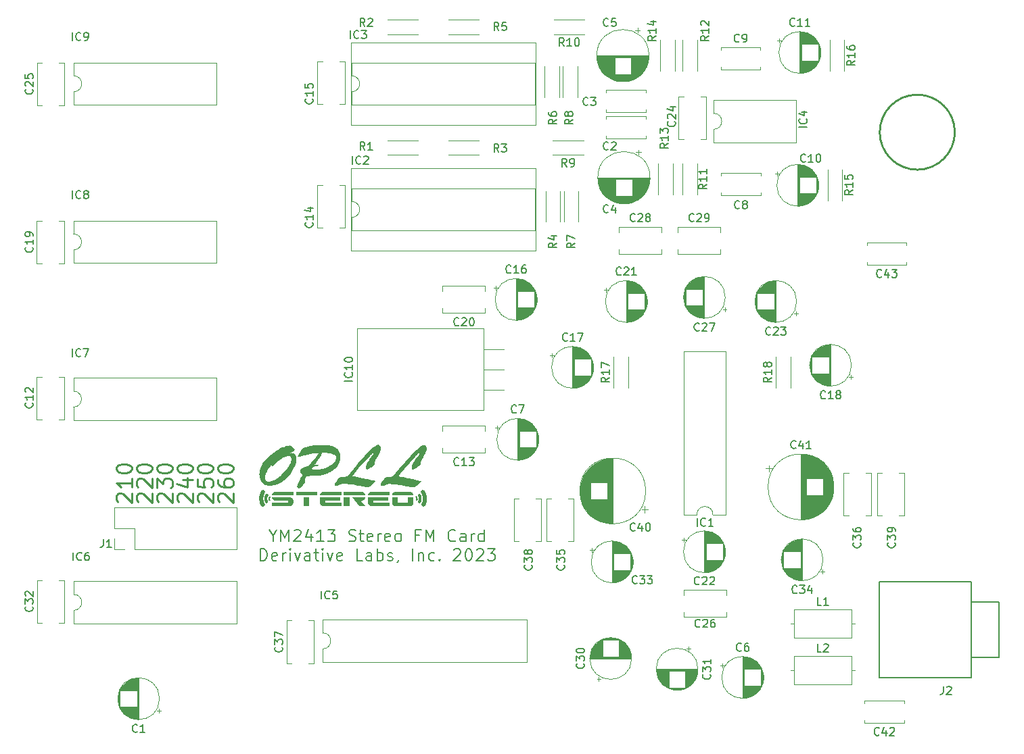
<source format=gbr>
%TF.GenerationSoftware,KiCad,Pcbnew,(6.0.11)*%
%TF.CreationDate,2023-03-03T21:19:09-07:00*%
%TF.ProjectId,ym2413-stereo-isa,796d3234-3133-42d7-9374-6572656f2d69,0*%
%TF.SameCoordinates,Original*%
%TF.FileFunction,Legend,Top*%
%TF.FilePolarity,Positive*%
%FSLAX46Y46*%
G04 Gerber Fmt 4.6, Leading zero omitted, Abs format (unit mm)*
G04 Created by KiCad (PCBNEW (6.0.11)) date 2023-03-03 21:19:09*
%MOMM*%
%LPD*%
G01*
G04 APERTURE LIST*
%ADD10C,0.000000*%
%ADD11C,0.467690*%
%ADD12C,0.355181*%
%ADD13C,0.198438*%
%ADD14C,0.127000*%
%ADD15C,0.254000*%
%ADD16C,0.150000*%
%ADD17C,0.120000*%
G04 APERTURE END LIST*
D10*
G36*
X108127028Y-93785270D02*
G01*
X108132361Y-93785645D01*
X108137462Y-93786323D01*
X108142291Y-93787301D01*
X108146806Y-93788577D01*
X108150967Y-93790150D01*
X108154733Y-93792019D01*
X108158062Y-93794181D01*
X108159550Y-93795372D01*
X108160914Y-93796635D01*
X108162101Y-93797923D01*
X108163066Y-93799186D01*
X108163813Y-93800423D01*
X108164345Y-93801631D01*
X108164665Y-93802811D01*
X108164747Y-93803390D01*
X108164777Y-93803961D01*
X108164756Y-93804523D01*
X108164684Y-93805078D01*
X108164563Y-93805624D01*
X108164391Y-93806162D01*
X108163900Y-93807212D01*
X108163215Y-93808225D01*
X108162339Y-93809201D01*
X108161277Y-93810138D01*
X108160030Y-93811035D01*
X108158604Y-93811890D01*
X108157002Y-93812702D01*
X108155226Y-93813469D01*
X108153281Y-93814191D01*
X108151170Y-93814865D01*
X108148897Y-93815490D01*
X108146465Y-93816065D01*
X108143877Y-93816589D01*
X108141137Y-93817060D01*
X108138249Y-93817476D01*
X108135216Y-93817837D01*
X108132042Y-93818141D01*
X108128730Y-93818386D01*
X108125283Y-93818571D01*
X108121706Y-93818694D01*
X108118001Y-93818755D01*
X108114172Y-93818752D01*
X108110224Y-93818683D01*
X108106158Y-93818547D01*
X108097500Y-93818081D01*
X108089756Y-93817436D01*
X108082933Y-93816619D01*
X108077036Y-93815637D01*
X108072073Y-93814497D01*
X108068050Y-93813204D01*
X108066393Y-93812503D01*
X108064974Y-93811766D01*
X108063792Y-93810994D01*
X108062850Y-93810188D01*
X108062148Y-93809349D01*
X108061686Y-93808478D01*
X108061466Y-93807575D01*
X108061488Y-93806642D01*
X108061754Y-93805679D01*
X108062263Y-93804686D01*
X108063017Y-93803666D01*
X108064016Y-93802617D01*
X108065263Y-93801543D01*
X108066756Y-93800442D01*
X108070487Y-93798167D01*
X108075217Y-93795798D01*
X108080952Y-93793342D01*
X108080953Y-93793342D01*
X108086661Y-93791240D01*
X108092467Y-93789454D01*
X108098327Y-93787982D01*
X108104202Y-93786822D01*
X108110051Y-93785973D01*
X108115832Y-93785432D01*
X108121505Y-93785198D01*
X108127028Y-93785270D01*
G37*
G36*
X104118090Y-96609501D02*
G01*
X104109120Y-96522428D01*
X104103910Y-96435743D01*
X104102474Y-96349406D01*
X104104827Y-96263376D01*
X104110985Y-96177612D01*
X104120962Y-96092072D01*
X104134774Y-96006716D01*
X104152436Y-95921503D01*
X104173963Y-95836391D01*
X104199369Y-95751340D01*
X104228671Y-95666308D01*
X104299019Y-95496139D01*
X104385128Y-95325556D01*
X104487119Y-95154230D01*
X104605112Y-94981833D01*
X104739229Y-94808036D01*
X104889589Y-94632513D01*
X105056313Y-94454933D01*
X105239523Y-94274969D01*
X105392595Y-94135941D01*
X105554635Y-93999727D01*
X105724057Y-93867175D01*
X105899274Y-93739135D01*
X106078697Y-93616456D01*
X106260741Y-93499989D01*
X106443818Y-93390582D01*
X106626341Y-93289085D01*
X106806723Y-93196348D01*
X106983376Y-93113219D01*
X107154714Y-93040549D01*
X107319149Y-92979187D01*
X107475095Y-92929982D01*
X107620963Y-92893784D01*
X107755167Y-92871442D01*
X107876120Y-92863806D01*
X107909774Y-92864024D01*
X107940130Y-92864863D01*
X107967699Y-92866604D01*
X107992994Y-92869525D01*
X108004948Y-92871516D01*
X108016524Y-92873907D01*
X108027788Y-92876732D01*
X108038802Y-92880028D01*
X108049631Y-92883829D01*
X108060338Y-92888169D01*
X108070987Y-92893085D01*
X108081643Y-92898610D01*
X108092369Y-92904779D01*
X108103229Y-92911629D01*
X108114287Y-92919192D01*
X108125606Y-92927506D01*
X108149287Y-92946520D01*
X108174781Y-92968953D01*
X108202601Y-92995082D01*
X108233256Y-93025187D01*
X108305121Y-93098446D01*
X108358714Y-93154744D01*
X108404738Y-93205628D01*
X108424875Y-93229222D01*
X108443076Y-93251680D01*
X108459326Y-93273077D01*
X108473610Y-93293484D01*
X108485914Y-93312974D01*
X108496222Y-93331621D01*
X108504521Y-93349496D01*
X108510794Y-93366674D01*
X108515029Y-93383226D01*
X108517210Y-93399226D01*
X108517322Y-93414746D01*
X108515350Y-93429859D01*
X108511280Y-93444638D01*
X108505097Y-93459156D01*
X108496787Y-93473485D01*
X108486334Y-93487699D01*
X108473725Y-93501870D01*
X108458943Y-93516071D01*
X108441975Y-93530375D01*
X108422806Y-93544855D01*
X108401421Y-93559583D01*
X108377805Y-93574632D01*
X108323823Y-93605986D01*
X108260742Y-93639499D01*
X108188444Y-93675754D01*
X107871054Y-93831753D01*
X108132298Y-93834450D01*
X108206799Y-93836184D01*
X108239494Y-93837842D01*
X108269520Y-93840132D01*
X108297155Y-93843134D01*
X108322676Y-93846925D01*
X108346360Y-93851586D01*
X108368482Y-93857195D01*
X108389321Y-93863831D01*
X108409153Y-93871573D01*
X108428256Y-93880499D01*
X108446905Y-93890689D01*
X108465377Y-93902222D01*
X108483951Y-93915176D01*
X108502902Y-93929631D01*
X108522508Y-93945665D01*
X108551818Y-93972503D01*
X108578991Y-94001842D01*
X108604029Y-94033618D01*
X108626936Y-94067764D01*
X108647717Y-94104217D01*
X108666375Y-94142909D01*
X108682914Y-94183775D01*
X108697337Y-94226750D01*
X108709649Y-94271769D01*
X108719854Y-94318765D01*
X108727955Y-94367673D01*
X108733955Y-94418428D01*
X108737860Y-94470964D01*
X108739673Y-94525215D01*
X108739397Y-94581116D01*
X108737036Y-94638602D01*
X108726076Y-94758064D01*
X108706824Y-94883076D01*
X108679309Y-95013116D01*
X108643564Y-95147657D01*
X108599617Y-95286175D01*
X108547501Y-95428147D01*
X108487245Y-95573047D01*
X108418880Y-95720352D01*
X108329916Y-95890983D01*
X108231350Y-96058525D01*
X108123803Y-96222409D01*
X108007897Y-96382065D01*
X107884253Y-96536924D01*
X107753493Y-96686417D01*
X107616238Y-96829974D01*
X107473111Y-96967025D01*
X107324732Y-97097002D01*
X107171723Y-97219335D01*
X107014706Y-97333455D01*
X106854302Y-97438792D01*
X106691133Y-97534777D01*
X106525820Y-97620841D01*
X106358986Y-97696414D01*
X106191251Y-97760927D01*
X106114413Y-97785840D01*
X106034021Y-97808178D01*
X105950780Y-97827901D01*
X105865399Y-97844972D01*
X105778582Y-97859353D01*
X105691038Y-97871005D01*
X105603473Y-97879889D01*
X105516594Y-97885969D01*
X105431107Y-97889206D01*
X105347719Y-97889560D01*
X105267138Y-97886996D01*
X105190069Y-97881473D01*
X105117220Y-97872954D01*
X105049297Y-97861400D01*
X104987007Y-97846774D01*
X104931058Y-97829038D01*
X104931058Y-97829039D01*
X104931059Y-97829040D01*
X104875535Y-97806066D01*
X104820029Y-97778099D01*
X104764850Y-97745477D01*
X104710310Y-97708541D01*
X104656720Y-97667628D01*
X104604390Y-97623079D01*
X104553632Y-97575232D01*
X104504755Y-97524425D01*
X104458072Y-97470999D01*
X104413892Y-97415292D01*
X104372527Y-97357643D01*
X104334287Y-97298391D01*
X104299483Y-97237876D01*
X104268427Y-97176436D01*
X104241428Y-97114410D01*
X104218798Y-97052138D01*
X104167403Y-96873465D01*
X104163467Y-96854485D01*
X104814567Y-96854485D01*
X104815829Y-96947034D01*
X104825681Y-97032757D01*
X104833861Y-97072775D01*
X104844227Y-97110747D01*
X104856792Y-97146559D01*
X104871569Y-97180097D01*
X104888570Y-97211249D01*
X104907809Y-97239900D01*
X104929298Y-97265938D01*
X104953050Y-97289248D01*
X104979078Y-97309719D01*
X105007395Y-97327236D01*
X105034950Y-97341328D01*
X105062383Y-97353524D01*
X105089932Y-97363821D01*
X105117837Y-97372218D01*
X105146337Y-97378715D01*
X105175672Y-97383309D01*
X105206082Y-97385999D01*
X105237804Y-97386785D01*
X105271080Y-97385665D01*
X105306147Y-97382638D01*
X105343246Y-97377703D01*
X105382616Y-97370858D01*
X105424495Y-97362102D01*
X105469124Y-97351435D01*
X105516742Y-97338854D01*
X105567588Y-97324358D01*
X105567587Y-97324358D01*
X105662545Y-97294899D01*
X105754349Y-97263200D01*
X105843451Y-97228969D01*
X105930302Y-97191913D01*
X106015354Y-97151738D01*
X106099060Y-97108152D01*
X106181869Y-97060861D01*
X106264236Y-97009572D01*
X106346610Y-96953993D01*
X106429445Y-96893830D01*
X106513191Y-96828791D01*
X106598300Y-96758581D01*
X106685225Y-96682909D01*
X106774417Y-96601480D01*
X106866328Y-96514003D01*
X106961410Y-96420183D01*
X107088818Y-96289663D01*
X107209066Y-96160843D01*
X107322075Y-96033850D01*
X107427765Y-95908812D01*
X107526055Y-95785858D01*
X107616867Y-95665115D01*
X107700118Y-95546710D01*
X107775731Y-95430772D01*
X107843624Y-95317427D01*
X107903718Y-95206805D01*
X107955933Y-95099032D01*
X108000189Y-94994237D01*
X108036406Y-94892547D01*
X108064504Y-94794090D01*
X108084403Y-94698993D01*
X108096023Y-94607385D01*
X108098854Y-94555688D01*
X108098510Y-94507205D01*
X108095005Y-94461954D01*
X108092072Y-94440548D01*
X108088355Y-94419956D01*
X108083855Y-94400183D01*
X108078573Y-94381229D01*
X108072513Y-94363099D01*
X108065675Y-94345793D01*
X108058061Y-94329314D01*
X108049674Y-94313666D01*
X108040515Y-94298849D01*
X108030585Y-94284867D01*
X108019888Y-94271722D01*
X108008424Y-94259416D01*
X107996195Y-94247951D01*
X107983203Y-94237331D01*
X107969450Y-94227557D01*
X107954938Y-94218633D01*
X107939669Y-94210559D01*
X107923644Y-94203339D01*
X107906866Y-94196975D01*
X107889335Y-94191469D01*
X107871054Y-94186824D01*
X107852025Y-94183042D01*
X107832249Y-94180126D01*
X107811729Y-94178078D01*
X107790466Y-94176900D01*
X107768461Y-94176595D01*
X107721790Y-94178364D01*
X107673068Y-94183074D01*
X107570068Y-94200952D01*
X107460665Y-94229504D01*
X107346061Y-94268005D01*
X107227457Y-94315728D01*
X107106056Y-94371950D01*
X106983059Y-94435944D01*
X106859669Y-94506986D01*
X106737088Y-94584349D01*
X106616518Y-94667310D01*
X106499160Y-94755143D01*
X106386218Y-94847121D01*
X106278892Y-94942521D01*
X106178386Y-95040617D01*
X106085901Y-95140684D01*
X106002639Y-95241996D01*
X105966860Y-95287453D01*
X105933151Y-95328124D01*
X105901480Y-95364024D01*
X105871818Y-95395166D01*
X105844135Y-95421564D01*
X105818400Y-95443234D01*
X105806253Y-95452300D01*
X105794583Y-95460189D01*
X105783385Y-95466903D01*
X105772655Y-95472443D01*
X105762389Y-95476812D01*
X105752584Y-95480011D01*
X105743237Y-95482042D01*
X105734342Y-95482906D01*
X105725897Y-95482606D01*
X105717898Y-95481144D01*
X105710340Y-95478520D01*
X105703221Y-95474738D01*
X105696536Y-95469798D01*
X105690281Y-95463702D01*
X105684454Y-95456453D01*
X105679050Y-95448051D01*
X105674065Y-95438499D01*
X105669495Y-95427799D01*
X105665337Y-95415952D01*
X105661588Y-95402960D01*
X105659242Y-95394338D01*
X105656784Y-95385958D01*
X105654234Y-95377863D01*
X105651612Y-95370097D01*
X105648938Y-95362702D01*
X105646233Y-95355723D01*
X105643517Y-95349203D01*
X105640811Y-95343184D01*
X105638134Y-95337712D01*
X105635508Y-95332828D01*
X105632951Y-95328576D01*
X105630486Y-95325000D01*
X105628131Y-95322144D01*
X105625908Y-95320049D01*
X105623837Y-95318761D01*
X105622865Y-95318433D01*
X105621938Y-95318322D01*
X105617994Y-95319232D01*
X105612800Y-95321912D01*
X105598897Y-95332295D01*
X105580710Y-95348885D01*
X105558719Y-95371101D01*
X105533404Y-95398357D01*
X105505245Y-95430072D01*
X105474722Y-95465661D01*
X105442316Y-95504542D01*
X105373774Y-95589841D01*
X105303458Y-95681302D01*
X105268836Y-95727885D01*
X105235211Y-95774258D01*
X105203064Y-95819838D01*
X105172874Y-95864041D01*
X105101435Y-95977205D01*
X105037663Y-96091708D01*
X104981661Y-96206641D01*
X104933532Y-96321097D01*
X104893378Y-96434170D01*
X104861302Y-96544952D01*
X104837406Y-96652537D01*
X104821794Y-96756017D01*
X104814567Y-96854485D01*
X104163467Y-96854485D01*
X104130804Y-96697004D01*
X104118090Y-96609501D01*
G37*
G36*
X113718492Y-97357944D02*
G01*
X113757887Y-97301093D01*
X113799238Y-97243184D01*
X113841279Y-97185918D01*
X113882745Y-97130996D01*
X113922369Y-97080119D01*
X113958885Y-97034989D01*
X113991026Y-96997306D01*
X114016007Y-96969280D01*
X114038854Y-96944552D01*
X114049752Y-96933325D01*
X114060446Y-96922801D01*
X114071046Y-96912941D01*
X114081661Y-96903704D01*
X114092400Y-96895051D01*
X114103375Y-96886940D01*
X114114694Y-96879333D01*
X114126467Y-96872188D01*
X114138805Y-96865466D01*
X114151815Y-96859126D01*
X114165609Y-96853128D01*
X114180296Y-96847432D01*
X114195986Y-96841998D01*
X114212788Y-96836785D01*
X114230812Y-96831754D01*
X114250168Y-96826863D01*
X114270966Y-96822074D01*
X114293315Y-96817345D01*
X114343105Y-96807908D01*
X114400417Y-96798232D01*
X114466128Y-96787995D01*
X114626258Y-96764551D01*
X115118304Y-96693697D01*
X116230532Y-95360641D01*
X116622641Y-94894469D01*
X116970392Y-94489487D01*
X117278807Y-94140354D01*
X117552909Y-93841725D01*
X117797718Y-93588259D01*
X118018257Y-93374611D01*
X118219546Y-93195440D01*
X118406609Y-93045402D01*
X118470042Y-92998139D01*
X118529252Y-92955477D01*
X118584511Y-92917306D01*
X118636089Y-92883518D01*
X118684260Y-92854004D01*
X118729294Y-92828654D01*
X118771463Y-92807360D01*
X118811038Y-92790012D01*
X118848292Y-92776501D01*
X118883494Y-92766719D01*
X118916918Y-92760555D01*
X118948834Y-92757902D01*
X118979514Y-92758651D01*
X119009229Y-92762691D01*
X119038252Y-92769914D01*
X119066853Y-92780211D01*
X119078938Y-92785687D01*
X119090962Y-92792058D01*
X119102903Y-92799287D01*
X119114739Y-92807339D01*
X119126451Y-92816176D01*
X119138016Y-92825761D01*
X119149415Y-92836058D01*
X119160624Y-92847030D01*
X119171625Y-92858640D01*
X119182394Y-92870852D01*
X119192912Y-92883629D01*
X119203157Y-92896934D01*
X119222745Y-92924982D01*
X119240987Y-92954702D01*
X119257716Y-92985800D01*
X119272762Y-93017983D01*
X119285957Y-93050957D01*
X119297131Y-93084428D01*
X119301908Y-93101258D01*
X119306117Y-93118103D01*
X119309736Y-93134925D01*
X119312744Y-93151687D01*
X119315120Y-93168354D01*
X119316844Y-93184888D01*
X119317894Y-93201252D01*
X119318248Y-93217411D01*
X119315994Y-93256572D01*
X119309306Y-93301660D01*
X119298299Y-93352409D01*
X119283086Y-93408549D01*
X119263781Y-93469815D01*
X119240497Y-93535938D01*
X119213348Y-93606651D01*
X119182447Y-93681686D01*
X119147908Y-93760776D01*
X119109845Y-93843654D01*
X119068371Y-93930051D01*
X119023600Y-94019700D01*
X118975645Y-94112334D01*
X118924620Y-94207686D01*
X118870639Y-94305487D01*
X118813814Y-94405470D01*
X118726093Y-94558952D01*
X118657863Y-94681985D01*
X118607394Y-94778725D01*
X118588280Y-94818534D01*
X118572958Y-94853328D01*
X118561212Y-94883628D01*
X118552827Y-94909953D01*
X118547586Y-94932822D01*
X118545272Y-94952754D01*
X118545671Y-94970270D01*
X118548566Y-94985889D01*
X118553741Y-95000131D01*
X118560980Y-95013515D01*
X118566823Y-95023680D01*
X118571708Y-95033960D01*
X118575621Y-95044375D01*
X118578545Y-95054946D01*
X118580466Y-95065693D01*
X118581368Y-95076636D01*
X118581236Y-95087796D01*
X118580054Y-95099192D01*
X118577808Y-95110846D01*
X118574482Y-95122778D01*
X118570060Y-95135007D01*
X118564527Y-95147555D01*
X118557869Y-95160441D01*
X118550069Y-95173687D01*
X118541113Y-95187311D01*
X118530984Y-95201335D01*
X118519668Y-95215779D01*
X118507150Y-95230664D01*
X118493414Y-95246009D01*
X118478444Y-95261835D01*
X118462226Y-95278162D01*
X118444744Y-95295011D01*
X118405927Y-95330355D01*
X118361871Y-95368030D01*
X118312453Y-95408198D01*
X118257550Y-95451021D01*
X118197041Y-95496664D01*
X118087074Y-95577261D01*
X117987529Y-95647587D01*
X117897965Y-95707692D01*
X117817939Y-95757624D01*
X117747008Y-95797435D01*
X117684731Y-95827172D01*
X117656699Y-95838279D01*
X117630664Y-95846886D01*
X117606572Y-95853000D01*
X117584366Y-95856627D01*
X117563992Y-95857772D01*
X117545394Y-95856443D01*
X117528517Y-95852645D01*
X117513306Y-95846385D01*
X117499705Y-95837669D01*
X117487659Y-95826502D01*
X117477113Y-95812892D01*
X117468011Y-95796844D01*
X117460299Y-95778365D01*
X117453921Y-95757460D01*
X117448821Y-95734137D01*
X117444944Y-95708400D01*
X117440640Y-95649713D01*
X117440566Y-95581450D01*
X117445391Y-95515296D01*
X117456487Y-95445073D01*
X117473775Y-95370930D01*
X117497173Y-95293019D01*
X117526600Y-95211491D01*
X117561975Y-95126496D01*
X117603218Y-95038185D01*
X117650246Y-94946710D01*
X117702980Y-94852222D01*
X117761338Y-94754870D01*
X117825240Y-94654807D01*
X117894604Y-94552184D01*
X117969349Y-94447150D01*
X118049395Y-94339858D01*
X118134660Y-94230458D01*
X118225064Y-94119101D01*
X118266143Y-94068208D01*
X118304465Y-94018276D01*
X118339193Y-93970574D01*
X118369487Y-93926369D01*
X118394510Y-93886931D01*
X118404782Y-93869395D01*
X118413421Y-93853527D01*
X118420324Y-93839484D01*
X118425384Y-93827425D01*
X118428496Y-93817510D01*
X118429557Y-93809895D01*
X118428825Y-93799567D01*
X118426642Y-93791091D01*
X118425012Y-93787542D01*
X118423027Y-93784452D01*
X118420688Y-93781816D01*
X118417998Y-93779634D01*
X118414959Y-93777904D01*
X118411574Y-93776624D01*
X118403775Y-93775406D01*
X118394619Y-93775966D01*
X118384125Y-93778287D01*
X118372312Y-93782356D01*
X118359199Y-93788157D01*
X118344804Y-93795676D01*
X118329147Y-93804897D01*
X118312247Y-93815805D01*
X118294123Y-93828387D01*
X118274792Y-93842625D01*
X118254275Y-93858507D01*
X118232590Y-93876016D01*
X118209756Y-93895138D01*
X118160716Y-93938160D01*
X118107307Y-93987455D01*
X118049680Y-94042901D01*
X117987986Y-94104380D01*
X117922376Y-94171773D01*
X117853001Y-94244958D01*
X117780012Y-94323818D01*
X117207311Y-94963976D01*
X116540835Y-95726849D01*
X115988615Y-96372075D01*
X115820361Y-96575457D01*
X115758684Y-96659292D01*
X115759477Y-96661178D01*
X115761773Y-96663338D01*
X115770721Y-96668448D01*
X115785230Y-96674545D01*
X115804998Y-96681551D01*
X115829726Y-96689391D01*
X115859114Y-96697988D01*
X115930670Y-96717146D01*
X116017266Y-96738411D01*
X116116502Y-96761172D01*
X116225979Y-96784815D01*
X116343296Y-96808728D01*
X116986538Y-96939186D01*
X117639035Y-97076401D01*
X118177500Y-97193997D01*
X118478647Y-97265595D01*
X118633535Y-97309201D01*
X118323548Y-97626312D01*
X118262975Y-97687276D01*
X118205545Y-97742924D01*
X118150939Y-97793438D01*
X118098838Y-97839001D01*
X118048922Y-97879794D01*
X118000873Y-97915999D01*
X117954370Y-97947798D01*
X117909096Y-97975374D01*
X117864730Y-97998908D01*
X117820954Y-98018582D01*
X117777449Y-98034578D01*
X117733894Y-98047079D01*
X117689971Y-98056266D01*
X117645361Y-98062321D01*
X117599744Y-98065427D01*
X117552801Y-98065764D01*
X117503807Y-98061731D01*
X117425541Y-98051453D01*
X117322044Y-98035623D01*
X117197357Y-98014931D01*
X117055522Y-97990067D01*
X116900578Y-97961723D01*
X116736569Y-97930589D01*
X116567533Y-97897355D01*
X116567535Y-97897357D01*
X116389518Y-97863164D01*
X116199764Y-97829281D01*
X115808433Y-97765974D01*
X115618548Y-97738319D01*
X115440312Y-97714506D01*
X115279571Y-97695420D01*
X115142170Y-97681945D01*
X114542019Y-97631634D01*
X114196824Y-97768045D01*
X114081442Y-97811283D01*
X113976861Y-97845585D01*
X113883145Y-97870995D01*
X113800356Y-97887556D01*
X113763080Y-97892531D01*
X113728559Y-97895312D01*
X113696802Y-97895901D01*
X113667816Y-97894306D01*
X113641610Y-97890532D01*
X113618191Y-97884584D01*
X113597568Y-97876467D01*
X113579748Y-97866188D01*
X113564738Y-97853751D01*
X113552548Y-97839162D01*
X113543185Y-97822427D01*
X113536657Y-97803551D01*
X113532972Y-97782540D01*
X113532137Y-97759398D01*
X113534161Y-97734132D01*
X113539051Y-97706746D01*
X113546816Y-97677248D01*
X113557464Y-97645641D01*
X113571001Y-97611931D01*
X113587437Y-97576124D01*
X113629035Y-97498242D01*
X113641939Y-97477364D01*
X118184641Y-97477364D01*
X118184741Y-97480418D01*
X118185039Y-97483143D01*
X118185533Y-97485541D01*
X118186219Y-97487612D01*
X118187097Y-97489360D01*
X118188162Y-97490786D01*
X118189412Y-97491890D01*
X118190845Y-97492676D01*
X118192459Y-97493144D01*
X118194250Y-97493296D01*
X118196216Y-97493134D01*
X118198355Y-97492660D01*
X118200663Y-97491875D01*
X118203139Y-97490781D01*
X118205780Y-97489379D01*
X118208583Y-97487671D01*
X118214665Y-97483345D01*
X118221366Y-97477816D01*
X118228664Y-97471096D01*
X118236539Y-97463199D01*
X118244971Y-97454138D01*
X118253939Y-97443927D01*
X118263422Y-97432579D01*
X118273400Y-97420107D01*
X118290336Y-97398304D01*
X118296886Y-97389635D01*
X118302136Y-97382433D01*
X118306069Y-97376681D01*
X118308667Y-97372362D01*
X118309461Y-97370734D01*
X118309916Y-97369459D01*
X118310028Y-97368534D01*
X118309797Y-97367957D01*
X118309220Y-97367726D01*
X118308295Y-97367839D01*
X118307020Y-97368293D01*
X118305393Y-97369087D01*
X118301074Y-97371686D01*
X118295322Y-97375618D01*
X118288120Y-97380868D01*
X118279451Y-97387418D01*
X118257648Y-97404355D01*
X118250211Y-97410269D01*
X118242983Y-97416178D01*
X118236000Y-97422044D01*
X118229301Y-97427830D01*
X118222922Y-97433497D01*
X118216902Y-97439010D01*
X118211278Y-97444330D01*
X118206087Y-97449420D01*
X118201366Y-97454242D01*
X118197153Y-97458759D01*
X118193486Y-97462934D01*
X118190402Y-97466729D01*
X118187937Y-97470107D01*
X118186131Y-97473030D01*
X118185486Y-97474310D01*
X118185020Y-97475461D01*
X118184736Y-97476481D01*
X118184641Y-97477363D01*
X118184641Y-97477364D01*
X113641939Y-97477364D01*
X113682321Y-97412036D01*
X113718492Y-97357944D01*
G37*
G36*
X124717965Y-92781789D02*
G01*
X124747681Y-92785829D01*
X124776703Y-92793052D01*
X124805304Y-92803349D01*
X124817389Y-92808825D01*
X124829413Y-92815196D01*
X124841354Y-92822425D01*
X124853190Y-92830477D01*
X124864902Y-92839314D01*
X124876467Y-92848899D01*
X124887866Y-92859196D01*
X124899075Y-92870168D01*
X124910076Y-92881778D01*
X124920845Y-92893990D01*
X124931363Y-92906767D01*
X124941608Y-92920072D01*
X124961196Y-92948120D01*
X124979438Y-92977840D01*
X124996167Y-93008938D01*
X125011213Y-93041121D01*
X125024408Y-93074095D01*
X125035582Y-93107566D01*
X125040359Y-93124397D01*
X125044568Y-93141241D01*
X125048187Y-93158063D01*
X125051195Y-93174825D01*
X125053571Y-93191492D01*
X125055295Y-93208026D01*
X125056345Y-93224390D01*
X125056699Y-93240548D01*
X125054445Y-93279710D01*
X125047757Y-93324798D01*
X125036750Y-93375547D01*
X125021537Y-93431688D01*
X125002232Y-93492953D01*
X124978948Y-93559076D01*
X124951799Y-93629789D01*
X124920898Y-93704824D01*
X124886360Y-93783914D01*
X124848296Y-93866792D01*
X124806823Y-93953189D01*
X124762051Y-94042838D01*
X124714097Y-94135472D01*
X124663072Y-94230823D01*
X124609091Y-94328624D01*
X124552267Y-94428607D01*
X124464546Y-94582090D01*
X124396316Y-94705123D01*
X124345847Y-94801863D01*
X124326733Y-94841672D01*
X124311411Y-94876467D01*
X124299665Y-94906767D01*
X124291280Y-94933091D01*
X124286038Y-94955960D01*
X124283724Y-94975893D01*
X124284123Y-94993409D01*
X124287017Y-95009028D01*
X124292191Y-95023270D01*
X124299429Y-95036654D01*
X124305272Y-95046819D01*
X124310158Y-95057099D01*
X124314070Y-95067514D01*
X124316995Y-95078085D01*
X124318916Y-95088832D01*
X124319818Y-95099775D01*
X124319686Y-95110934D01*
X124318504Y-95122331D01*
X124316258Y-95133985D01*
X124312932Y-95145916D01*
X124308510Y-95158146D01*
X124302978Y-95170694D01*
X124296320Y-95183580D01*
X124288520Y-95196825D01*
X124279563Y-95210450D01*
X124269435Y-95224474D01*
X124258119Y-95238918D01*
X124245601Y-95253803D01*
X124231865Y-95269148D01*
X124216896Y-95284974D01*
X124200678Y-95301301D01*
X124183196Y-95318150D01*
X124144379Y-95353494D01*
X124100323Y-95391169D01*
X124050905Y-95431336D01*
X123996002Y-95474160D01*
X123935493Y-95519802D01*
X123825525Y-95600400D01*
X123725980Y-95670726D01*
X123636416Y-95730831D01*
X123556389Y-95780763D01*
X123485458Y-95820573D01*
X123423181Y-95850311D01*
X123395148Y-95861418D01*
X123369114Y-95870025D01*
X123345021Y-95876139D01*
X123322816Y-95879766D01*
X123302442Y-95880911D01*
X123283844Y-95879582D01*
X123266967Y-95875784D01*
X123251756Y-95869524D01*
X123238155Y-95860808D01*
X123226109Y-95849641D01*
X123215563Y-95836031D01*
X123206462Y-95819983D01*
X123198750Y-95801504D01*
X123192372Y-95780599D01*
X123187272Y-95757275D01*
X123183396Y-95731539D01*
X123179092Y-95672852D01*
X123179018Y-95604588D01*
X123183843Y-95538435D01*
X123194939Y-95468212D01*
X123212227Y-95394069D01*
X123235625Y-95316158D01*
X123265052Y-95234630D01*
X123300427Y-95149635D01*
X123341669Y-95061324D01*
X123388698Y-94969849D01*
X123441432Y-94875360D01*
X123499791Y-94778009D01*
X123563692Y-94677946D01*
X123633056Y-94575323D01*
X123707802Y-94470289D01*
X123787848Y-94362997D01*
X123873113Y-94253597D01*
X123963517Y-94142241D01*
X124004595Y-94091347D01*
X124042918Y-94041416D01*
X124077646Y-93993713D01*
X124107940Y-93949509D01*
X124132962Y-93910070D01*
X124143234Y-93892535D01*
X124151873Y-93876666D01*
X124158775Y-93862623D01*
X124163835Y-93850565D01*
X124166947Y-93840649D01*
X124168008Y-93833034D01*
X124167276Y-93822706D01*
X124165093Y-93814230D01*
X124163463Y-93810682D01*
X124161478Y-93807591D01*
X124159139Y-93804955D01*
X124156449Y-93802774D01*
X124153410Y-93801044D01*
X124150025Y-93799764D01*
X124142226Y-93798546D01*
X124133070Y-93799105D01*
X124122576Y-93801427D01*
X124110763Y-93805495D01*
X124097650Y-93811297D01*
X124083256Y-93818815D01*
X124067599Y-93828036D01*
X124050699Y-93838945D01*
X124032574Y-93851526D01*
X124013244Y-93865765D01*
X123992727Y-93881646D01*
X123971042Y-93899155D01*
X123948208Y-93918277D01*
X123899168Y-93961300D01*
X123845759Y-94010594D01*
X123788132Y-94066041D01*
X123726438Y-94127520D01*
X123660828Y-94194912D01*
X123591453Y-94268098D01*
X123518465Y-94346957D01*
X122945764Y-94987115D01*
X122279289Y-95749988D01*
X121727069Y-96395215D01*
X121558816Y-96598597D01*
X121497138Y-96682431D01*
X121497931Y-96684317D01*
X121500226Y-96686478D01*
X121509175Y-96691587D01*
X121523684Y-96697684D01*
X121543452Y-96704690D01*
X121568180Y-96712531D01*
X121597568Y-96721127D01*
X121669124Y-96740285D01*
X121755720Y-96761551D01*
X121854957Y-96784312D01*
X121964433Y-96807955D01*
X122081750Y-96831867D01*
X122724991Y-96962325D01*
X123377488Y-97099541D01*
X123915953Y-97217137D01*
X124217098Y-97288734D01*
X124371991Y-97332340D01*
X124062002Y-97649452D01*
X124001428Y-97710415D01*
X123943998Y-97766063D01*
X123889392Y-97816577D01*
X123837291Y-97862140D01*
X123787376Y-97902933D01*
X123739327Y-97939138D01*
X123692825Y-97970937D01*
X123647551Y-97998513D01*
X123603185Y-98022047D01*
X123559409Y-98041721D01*
X123515904Y-98057717D01*
X123472349Y-98070218D01*
X123428426Y-98079405D01*
X123383816Y-98085460D01*
X123338199Y-98088566D01*
X123291256Y-98088904D01*
X123242262Y-98084872D01*
X123163996Y-98074595D01*
X123060498Y-98058765D01*
X122935812Y-98038072D01*
X122793976Y-98013208D01*
X122639033Y-97984863D01*
X122475024Y-97953728D01*
X122305989Y-97920495D01*
X122305988Y-97920495D01*
X122305988Y-97920494D01*
X122305984Y-97920494D01*
X122127968Y-97886301D01*
X121938214Y-97852418D01*
X121546884Y-97789111D01*
X121356999Y-97761456D01*
X121178763Y-97737643D01*
X121018022Y-97718557D01*
X120880621Y-97705082D01*
X120280472Y-97654771D01*
X119935276Y-97791183D01*
X119819894Y-97834422D01*
X119715313Y-97868724D01*
X119621597Y-97894134D01*
X119538809Y-97910694D01*
X119501532Y-97915670D01*
X119467011Y-97918450D01*
X119435254Y-97919040D01*
X119406269Y-97917445D01*
X119380062Y-97913671D01*
X119356644Y-97907722D01*
X119336020Y-97899606D01*
X119318200Y-97889326D01*
X119303191Y-97876890D01*
X119291001Y-97862301D01*
X119281638Y-97845566D01*
X119275109Y-97826690D01*
X119271424Y-97805678D01*
X119270589Y-97782536D01*
X119272613Y-97757270D01*
X119277504Y-97729885D01*
X119285269Y-97700386D01*
X119295916Y-97668779D01*
X119309454Y-97635069D01*
X119325889Y-97599263D01*
X119367487Y-97521380D01*
X119420773Y-97435174D01*
X119456945Y-97381082D01*
X119496339Y-97324231D01*
X119537690Y-97266322D01*
X119579731Y-97209056D01*
X119621197Y-97154134D01*
X119660821Y-97103257D01*
X119697337Y-97058127D01*
X119729479Y-97020445D01*
X119754459Y-96992419D01*
X119777306Y-96967691D01*
X119788204Y-96956463D01*
X119798898Y-96945939D01*
X119809498Y-96936079D01*
X119820113Y-96926843D01*
X119830853Y-96918189D01*
X119841827Y-96910079D01*
X119853146Y-96902471D01*
X119864920Y-96895327D01*
X119877257Y-96888604D01*
X119890267Y-96882264D01*
X119904061Y-96876266D01*
X119918748Y-96870570D01*
X119934438Y-96865136D01*
X119951240Y-96859923D01*
X119969264Y-96854892D01*
X119988620Y-96850001D01*
X120009418Y-96845212D01*
X120031767Y-96840483D01*
X120081557Y-96831046D01*
X120138869Y-96821370D01*
X120204581Y-96811133D01*
X120364712Y-96787689D01*
X120856756Y-96716835D01*
X121968983Y-95383779D01*
X122361092Y-94917606D01*
X122708843Y-94512625D01*
X123017258Y-94163492D01*
X123291360Y-93864863D01*
X123536169Y-93611397D01*
X123756707Y-93397750D01*
X123957997Y-93218579D01*
X124145060Y-93068541D01*
X124208493Y-93021278D01*
X124267704Y-92978615D01*
X124322963Y-92940445D01*
X124374542Y-92906657D01*
X124422713Y-92877142D01*
X124467747Y-92851792D01*
X124509916Y-92830498D01*
X124549491Y-92813150D01*
X124586744Y-92799639D01*
X124621946Y-92789857D01*
X124655370Y-92783694D01*
X124687286Y-92781041D01*
X124717965Y-92781789D01*
G37*
G36*
X109480234Y-96588768D02*
G01*
X109495126Y-96556568D01*
X109499001Y-96546458D01*
X109500322Y-96540668D01*
X109500212Y-96538844D01*
X109499885Y-96536926D01*
X109499347Y-96534921D01*
X109498604Y-96532832D01*
X109497659Y-96530664D01*
X109496520Y-96528424D01*
X109495191Y-96526115D01*
X109493678Y-96523743D01*
X109491986Y-96521314D01*
X109490121Y-96518832D01*
X109485891Y-96513729D01*
X109481033Y-96508476D01*
X109475589Y-96503114D01*
X109469601Y-96497684D01*
X109463115Y-96492226D01*
X109456172Y-96486780D01*
X109448816Y-96481389D01*
X109441090Y-96476092D01*
X109433037Y-96470930D01*
X109424700Y-96465944D01*
X109416123Y-96461175D01*
X109406399Y-96455554D01*
X109396668Y-96449115D01*
X109386950Y-96441897D01*
X109377266Y-96433937D01*
X109367637Y-96425274D01*
X109358083Y-96415947D01*
X109339284Y-96395456D01*
X109321036Y-96372770D01*
X109303505Y-96348200D01*
X109286856Y-96322053D01*
X109271255Y-96294639D01*
X109256868Y-96266265D01*
X109243862Y-96237241D01*
X109232401Y-96207875D01*
X109222652Y-96178475D01*
X109214781Y-96149351D01*
X109208953Y-96120811D01*
X109206857Y-96106856D01*
X109205335Y-96093163D01*
X109204406Y-96079770D01*
X109204092Y-96066716D01*
X109204927Y-96045224D01*
X109207434Y-96023883D01*
X109211615Y-96002690D01*
X109217472Y-95981644D01*
X109225009Y-95960743D01*
X109234226Y-95939987D01*
X109245127Y-95919372D01*
X109257713Y-95898898D01*
X109271988Y-95878562D01*
X109287954Y-95858363D01*
X109305612Y-95838300D01*
X109324965Y-95818370D01*
X109346016Y-95798573D01*
X109361132Y-95785506D01*
X110685243Y-95785506D01*
X110685856Y-95790860D01*
X110687707Y-95795979D01*
X110690813Y-95800864D01*
X110695191Y-95805517D01*
X110700858Y-95809940D01*
X110707833Y-95814133D01*
X110716132Y-95818099D01*
X110725772Y-95821839D01*
X110736772Y-95825354D01*
X110749147Y-95828646D01*
X110762917Y-95831716D01*
X110778097Y-95834566D01*
X110794705Y-95837197D01*
X110812759Y-95839611D01*
X110853272Y-95843795D01*
X110899776Y-95847127D01*
X110952408Y-95849620D01*
X111011307Y-95851287D01*
X111076612Y-95852139D01*
X111148461Y-95852188D01*
X111226993Y-95851447D01*
X111312347Y-95849926D01*
X111404660Y-95847638D01*
X111532819Y-95843009D01*
X111647447Y-95836475D01*
X111750588Y-95827752D01*
X111844285Y-95816554D01*
X111930580Y-95802596D01*
X112011516Y-95785592D01*
X112089136Y-95765256D01*
X112165483Y-95741304D01*
X112165483Y-95741296D01*
X112337939Y-95677622D01*
X112504814Y-95605630D01*
X112665146Y-95526250D01*
X112817972Y-95440410D01*
X112962329Y-95349038D01*
X113097257Y-95253065D01*
X113221792Y-95153418D01*
X113334972Y-95051026D01*
X113435835Y-94946819D01*
X113523418Y-94841725D01*
X113596759Y-94736673D01*
X113654896Y-94632591D01*
X113677962Y-94581205D01*
X113696866Y-94530410D01*
X113711488Y-94480322D01*
X113721708Y-94431057D01*
X113727405Y-94382732D01*
X113728458Y-94335462D01*
X113724748Y-94289364D01*
X113716155Y-94244553D01*
X113709123Y-94222798D01*
X113699041Y-94201254D01*
X113685975Y-94179944D01*
X113669990Y-94158889D01*
X113651151Y-94138113D01*
X113629524Y-94117637D01*
X113605176Y-94097484D01*
X113578172Y-94077677D01*
X113548577Y-94058236D01*
X113516457Y-94039186D01*
X113481877Y-94020549D01*
X113444905Y-94002345D01*
X113405604Y-93984599D01*
X113364041Y-93967332D01*
X113274391Y-93934326D01*
X113176480Y-93903505D01*
X113070834Y-93875049D01*
X112957977Y-93849135D01*
X112838436Y-93825944D01*
X112712736Y-93805653D01*
X112581401Y-93788441D01*
X112444958Y-93774488D01*
X112303931Y-93763972D01*
X112177388Y-93756519D01*
X112081541Y-93752158D01*
X112043798Y-93751372D01*
X112012131Y-93751642D01*
X111986007Y-93753060D01*
X111964895Y-93755721D01*
X111948261Y-93759719D01*
X111935574Y-93765148D01*
X111930543Y-93768429D01*
X111926299Y-93772102D01*
X111919905Y-93780675D01*
X111915859Y-93790960D01*
X111913628Y-93803052D01*
X111912681Y-93817045D01*
X111912483Y-93833033D01*
X111911438Y-93858716D01*
X111910062Y-93871818D01*
X111908053Y-93885198D01*
X111905366Y-93898938D01*
X111901953Y-93913117D01*
X111897767Y-93927815D01*
X111892762Y-93943112D01*
X111886890Y-93959087D01*
X111880105Y-93975822D01*
X111863606Y-94011887D01*
X111842891Y-94051946D01*
X111817583Y-94096639D01*
X111787308Y-94146603D01*
X111751690Y-94202480D01*
X111710353Y-94264907D01*
X111662923Y-94334525D01*
X111609024Y-94411972D01*
X111548281Y-94497888D01*
X111404759Y-94697682D01*
X111256837Y-94903504D01*
X111135701Y-95074653D01*
X111053853Y-95193284D01*
X111031568Y-95227329D01*
X111023792Y-95241552D01*
X111024152Y-95242416D01*
X111025219Y-95243224D01*
X111026977Y-95243975D01*
X111029406Y-95244671D01*
X111036213Y-95245892D01*
X111045497Y-95246889D01*
X111057118Y-95247661D01*
X111070936Y-95248208D01*
X111086808Y-95248530D01*
X111104594Y-95248628D01*
X111145345Y-95248151D01*
X111192058Y-95246778D01*
X111243607Y-95244510D01*
X111298862Y-95241347D01*
X111338885Y-95239271D01*
X111375494Y-95238322D01*
X111408733Y-95238448D01*
X111438648Y-95239594D01*
X111465283Y-95241706D01*
X111488685Y-95244730D01*
X111508898Y-95248613D01*
X111525967Y-95253300D01*
X111539938Y-95258738D01*
X111550856Y-95264872D01*
X111558765Y-95271649D01*
X111563711Y-95279015D01*
X111565739Y-95286916D01*
X111564895Y-95295298D01*
X111561223Y-95304107D01*
X111554768Y-95313289D01*
X111545576Y-95322791D01*
X111533692Y-95332557D01*
X111519161Y-95342536D01*
X111502028Y-95352672D01*
X111482339Y-95362911D01*
X111460137Y-95373200D01*
X111435469Y-95383485D01*
X111408380Y-95393712D01*
X111347119Y-95413776D01*
X111276714Y-95432961D01*
X111197527Y-95450835D01*
X111109919Y-95466968D01*
X111076185Y-95474190D01*
X111041209Y-95484756D01*
X111005461Y-95498310D01*
X110969415Y-95514499D01*
X110933541Y-95532970D01*
X110898311Y-95553368D01*
X110864197Y-95575340D01*
X110831671Y-95598532D01*
X110801205Y-95622589D01*
X110773270Y-95647158D01*
X110748339Y-95671885D01*
X110726882Y-95696416D01*
X110709373Y-95720398D01*
X110702246Y-95732072D01*
X110696282Y-95743476D01*
X110691541Y-95754565D01*
X110688081Y-95765296D01*
X110685963Y-95775625D01*
X110685243Y-95785506D01*
X109361132Y-95785506D01*
X109368767Y-95778905D01*
X109393220Y-95759366D01*
X109419377Y-95739954D01*
X109447241Y-95720668D01*
X109476815Y-95701505D01*
X109508100Y-95682463D01*
X109541099Y-95663543D01*
X109575814Y-95644740D01*
X109612248Y-95626055D01*
X109690281Y-95589027D01*
X109775216Y-95552448D01*
X109867073Y-95516302D01*
X109965869Y-95480577D01*
X110071624Y-95445258D01*
X110367854Y-95350025D01*
X110928577Y-94599880D01*
X111146295Y-94306107D01*
X111324587Y-94060763D01*
X111445055Y-93889505D01*
X111477855Y-93839674D01*
X111489299Y-93817986D01*
X111485805Y-93810116D01*
X111475525Y-93803954D01*
X111458764Y-93799449D01*
X111435827Y-93796549D01*
X111372640Y-93795354D01*
X111288403Y-93799952D01*
X111185550Y-93809926D01*
X111066519Y-93824857D01*
X110789668Y-93867922D01*
X110477340Y-93925809D01*
X110149027Y-93995177D01*
X109824221Y-94072687D01*
X109669224Y-94113452D01*
X109522414Y-94154999D01*
X109419400Y-94184536D01*
X109320996Y-94211208D01*
X109229520Y-94234495D01*
X109147290Y-94253876D01*
X109076626Y-94268831D01*
X109019844Y-94278839D01*
X108979264Y-94283379D01*
X108965774Y-94283436D01*
X108957203Y-94281931D01*
X108949426Y-94278377D01*
X108942503Y-94274012D01*
X108936437Y-94268834D01*
X108931227Y-94262840D01*
X108926875Y-94256028D01*
X108923381Y-94248396D01*
X108920747Y-94239941D01*
X108918972Y-94230661D01*
X108918058Y-94220554D01*
X108918006Y-94209618D01*
X108918816Y-94197850D01*
X108920489Y-94185248D01*
X108923025Y-94171810D01*
X108926427Y-94157533D01*
X108930693Y-94142416D01*
X108935826Y-94126455D01*
X108941826Y-94109649D01*
X108948693Y-94091996D01*
X108956428Y-94073493D01*
X108965033Y-94054138D01*
X108974508Y-94033928D01*
X108984854Y-94012862D01*
X109008160Y-93968150D01*
X109034959Y-93919985D01*
X109065256Y-93868347D01*
X109099058Y-93813219D01*
X109136370Y-93754583D01*
X109194054Y-93666243D01*
X109247211Y-93586896D01*
X109296584Y-93515890D01*
X109342916Y-93452568D01*
X109386949Y-93396277D01*
X109429427Y-93346363D01*
X109471094Y-93302172D01*
X109512692Y-93263050D01*
X109554964Y-93228342D01*
X109598654Y-93197394D01*
X109644505Y-93169552D01*
X109693259Y-93144161D01*
X109745660Y-93120569D01*
X109802451Y-93098120D01*
X109864376Y-93076161D01*
X109932176Y-93054036D01*
X110157593Y-92986794D01*
X110265750Y-92957888D01*
X110372292Y-92931945D01*
X110478284Y-92908830D01*
X110584792Y-92888409D01*
X110692879Y-92870544D01*
X110803612Y-92855102D01*
X110918055Y-92841947D01*
X111037273Y-92830944D01*
X111162330Y-92821958D01*
X111294292Y-92814853D01*
X111583190Y-92805745D01*
X111912486Y-92802540D01*
X112225363Y-92803760D01*
X112483702Y-92809717D01*
X112595948Y-92814986D01*
X112698794Y-92822058D01*
X112793652Y-92831138D01*
X112881932Y-92842432D01*
X112965047Y-92856145D01*
X113044408Y-92872485D01*
X113121427Y-92891657D01*
X113197515Y-92913866D01*
X113274084Y-92939320D01*
X113352544Y-92968223D01*
X113520789Y-93037202D01*
X113604115Y-93076985D01*
X113682392Y-93122288D01*
X113755610Y-93172835D01*
X113823755Y-93228350D01*
X113886818Y-93288557D01*
X113944788Y-93353180D01*
X113997652Y-93421943D01*
X114045400Y-93494569D01*
X114088022Y-93570784D01*
X114125504Y-93650310D01*
X114157838Y-93732872D01*
X114185010Y-93818194D01*
X114207011Y-93906000D01*
X114223829Y-93996013D01*
X114235453Y-94087958D01*
X114241871Y-94181559D01*
X114243073Y-94276540D01*
X114239048Y-94372624D01*
X114229784Y-94469535D01*
X114215269Y-94566999D01*
X114195494Y-94664737D01*
X114170447Y-94762476D01*
X114140116Y-94859937D01*
X114104491Y-94956846D01*
X114063560Y-95052927D01*
X114017312Y-95147903D01*
X113965736Y-95241499D01*
X113908821Y-95333437D01*
X113846556Y-95423443D01*
X113778930Y-95511241D01*
X113705931Y-95596554D01*
X113627548Y-95679106D01*
X113554803Y-95748503D01*
X113476891Y-95816437D01*
X113394029Y-95882797D01*
X113306432Y-95947467D01*
X113214317Y-96010336D01*
X113117900Y-96071289D01*
X113017398Y-96130213D01*
X112913026Y-96186995D01*
X112805001Y-96241522D01*
X112693539Y-96293680D01*
X112578856Y-96343357D01*
X112461168Y-96390438D01*
X112340692Y-96434810D01*
X112217644Y-96476360D01*
X112092240Y-96514976D01*
X111964695Y-96550542D01*
X111917129Y-96562598D01*
X111868863Y-96573722D01*
X111819366Y-96583968D01*
X111768110Y-96593384D01*
X111714562Y-96602023D01*
X111658195Y-96609936D01*
X111598476Y-96617173D01*
X111534877Y-96623785D01*
X111393915Y-96635338D01*
X111231068Y-96645005D01*
X111042095Y-96653191D01*
X110822754Y-96660306D01*
X110008092Y-96683488D01*
X109876721Y-96913106D01*
X109837771Y-96982326D01*
X109821993Y-97011604D01*
X109808587Y-97037726D01*
X109797485Y-97060995D01*
X109788618Y-97081709D01*
X109781917Y-97100170D01*
X109777313Y-97116676D01*
X109774739Y-97131530D01*
X109774124Y-97145031D01*
X109774530Y-97151368D01*
X109775401Y-97157480D01*
X109778500Y-97169176D01*
X109783353Y-97180420D01*
X109789891Y-97191512D01*
X109798046Y-97202753D01*
X109807748Y-97214443D01*
X109813993Y-97222079D01*
X109819842Y-97230146D01*
X109825275Y-97238577D01*
X109830271Y-97247300D01*
X109834809Y-97256248D01*
X109838868Y-97265351D01*
X109842428Y-97274539D01*
X109845467Y-97283743D01*
X109847964Y-97292895D01*
X109849899Y-97301923D01*
X109851251Y-97310761D01*
X109851998Y-97319337D01*
X109852121Y-97327582D01*
X109851597Y-97335428D01*
X109850406Y-97342805D01*
X109849554Y-97346296D01*
X109848528Y-97349644D01*
X109834434Y-97382776D01*
X109812127Y-97424676D01*
X109782664Y-97473961D01*
X109747104Y-97529249D01*
X109661926Y-97652303D01*
X109565056Y-97782780D01*
X109464960Y-97909621D01*
X109370102Y-98021768D01*
X109327283Y-98068875D01*
X109288949Y-98108161D01*
X109256156Y-98138244D01*
X109229964Y-98157741D01*
X109200054Y-98175586D01*
X109172611Y-98191032D01*
X109147387Y-98204076D01*
X109124133Y-98214717D01*
X109102598Y-98222949D01*
X109092397Y-98226162D01*
X109082533Y-98228771D01*
X109072974Y-98230777D01*
X109063689Y-98232179D01*
X109054647Y-98232976D01*
X109045817Y-98233169D01*
X109037166Y-98232758D01*
X109028666Y-98231740D01*
X109020283Y-98230117D01*
X109011987Y-98227888D01*
X109003747Y-98225052D01*
X108995531Y-98221609D01*
X108987309Y-98217558D01*
X108979049Y-98212900D01*
X108970720Y-98207634D01*
X108962290Y-98201759D01*
X108945006Y-98188182D01*
X108926947Y-98172166D01*
X108907863Y-98153709D01*
X108907861Y-98153710D01*
X108899239Y-98144657D01*
X108890859Y-98135013D01*
X108882764Y-98124863D01*
X108874998Y-98114293D01*
X108867604Y-98103390D01*
X108860625Y-98092239D01*
X108854104Y-98080926D01*
X108848086Y-98069538D01*
X108842613Y-98058160D01*
X108837730Y-98046878D01*
X108833478Y-98035778D01*
X108829902Y-98024946D01*
X108827046Y-98014469D01*
X108824951Y-98004431D01*
X108823663Y-97994920D01*
X108823224Y-97986021D01*
X108825109Y-97955671D01*
X108830702Y-97920272D01*
X108839909Y-97880039D01*
X108852635Y-97835188D01*
X108868788Y-97785934D01*
X108888273Y-97732494D01*
X108910996Y-97675082D01*
X108936863Y-97613915D01*
X108965781Y-97549208D01*
X108997656Y-97481178D01*
X109032393Y-97410039D01*
X109069899Y-97336007D01*
X109110080Y-97259299D01*
X109152843Y-97180129D01*
X109198092Y-97098714D01*
X109245735Y-97015270D01*
X109344586Y-96841643D01*
X109425537Y-96694285D01*
X109454218Y-96640000D01*
X110416225Y-96640000D01*
X110416494Y-96640821D01*
X110417097Y-96641619D01*
X110418030Y-96642392D01*
X110420875Y-96643859D01*
X110425002Y-96645213D01*
X110430385Y-96646441D01*
X110436998Y-96647535D01*
X110444815Y-96648482D01*
X110453808Y-96649274D01*
X110463952Y-96649897D01*
X110475220Y-96650343D01*
X110487586Y-96650601D01*
X110500069Y-96650651D01*
X110511680Y-96650487D01*
X110522379Y-96650121D01*
X110532130Y-96649561D01*
X110540895Y-96648819D01*
X110544895Y-96648382D01*
X110548635Y-96647902D01*
X110552110Y-96647382D01*
X110555314Y-96646823D01*
X110558243Y-96646224D01*
X110560892Y-96645589D01*
X110563257Y-96644918D01*
X110565333Y-96644211D01*
X110567115Y-96643472D01*
X110568599Y-96642700D01*
X110569779Y-96641897D01*
X110570651Y-96641064D01*
X110570970Y-96640637D01*
X110571210Y-96640203D01*
X110571284Y-96640000D01*
X110624817Y-96640000D01*
X110625086Y-96640821D01*
X110625689Y-96641619D01*
X110626622Y-96642392D01*
X110629467Y-96643859D01*
X110633594Y-96645213D01*
X110638977Y-96646441D01*
X110645590Y-96647535D01*
X110653406Y-96648482D01*
X110662400Y-96649274D01*
X110672543Y-96649897D01*
X110683812Y-96650343D01*
X110696178Y-96650601D01*
X110708661Y-96650651D01*
X110720271Y-96650487D01*
X110730971Y-96650121D01*
X110740722Y-96649561D01*
X110749487Y-96648819D01*
X110753487Y-96648382D01*
X110757227Y-96647902D01*
X110760702Y-96647382D01*
X110763906Y-96646823D01*
X110766835Y-96646224D01*
X110769484Y-96645589D01*
X110771849Y-96644918D01*
X110773925Y-96644211D01*
X110775707Y-96643472D01*
X110777191Y-96642700D01*
X110778371Y-96641897D01*
X110779243Y-96641064D01*
X110779562Y-96640637D01*
X110779802Y-96640203D01*
X110779963Y-96639762D01*
X110780044Y-96639314D01*
X110780044Y-96638860D01*
X110779963Y-96638400D01*
X110779801Y-96637933D01*
X110779556Y-96637460D01*
X110778816Y-96636497D01*
X110777741Y-96635511D01*
X110776324Y-96634504D01*
X110774561Y-96633477D01*
X110772448Y-96632431D01*
X110769979Y-96631368D01*
X110764365Y-96629352D01*
X110758157Y-96627587D01*
X110751420Y-96626076D01*
X110744217Y-96624819D01*
X110736612Y-96623816D01*
X110728670Y-96623069D01*
X110720455Y-96622578D01*
X110712032Y-96622344D01*
X110703463Y-96622368D01*
X110694815Y-96622651D01*
X110686149Y-96623193D01*
X110677532Y-96623996D01*
X110669027Y-96625059D01*
X110660697Y-96626384D01*
X110652608Y-96627972D01*
X110644824Y-96629823D01*
X110637956Y-96631790D01*
X110632554Y-96633718D01*
X110628592Y-96635596D01*
X110627143Y-96636512D01*
X110626045Y-96637412D01*
X110625293Y-96638295D01*
X110624885Y-96639158D01*
X110624817Y-96640000D01*
X110571284Y-96640000D01*
X110571371Y-96639762D01*
X110571452Y-96639314D01*
X110571452Y-96638860D01*
X110571372Y-96638400D01*
X110571209Y-96637933D01*
X110570964Y-96637460D01*
X110570225Y-96636497D01*
X110569149Y-96635511D01*
X110567733Y-96634504D01*
X110565970Y-96633477D01*
X110563857Y-96632431D01*
X110561388Y-96631368D01*
X110555774Y-96629352D01*
X110549566Y-96627587D01*
X110542828Y-96626076D01*
X110535624Y-96624819D01*
X110528020Y-96623816D01*
X110520078Y-96623069D01*
X110511863Y-96622578D01*
X110503440Y-96622344D01*
X110494871Y-96622368D01*
X110486223Y-96622651D01*
X110477558Y-96623193D01*
X110468940Y-96623996D01*
X110460435Y-96625059D01*
X110452106Y-96626384D01*
X110444017Y-96627972D01*
X110436233Y-96629823D01*
X110429364Y-96631790D01*
X110423962Y-96633718D01*
X110420000Y-96635596D01*
X110418551Y-96636512D01*
X110417452Y-96637412D01*
X110416701Y-96638295D01*
X110416292Y-96639158D01*
X110416225Y-96640000D01*
X109454218Y-96640000D01*
X109456689Y-96635323D01*
X109480234Y-96588768D01*
G37*
G36*
X114360342Y-99101267D02*
G01*
X111674307Y-99101267D01*
X111674841Y-99089412D01*
X111675647Y-99077654D01*
X111676726Y-99065996D01*
X111678078Y-99054437D01*
X111679703Y-99042977D01*
X111681600Y-99031616D01*
X111683771Y-99020354D01*
X111686214Y-99009192D01*
X111688930Y-98998129D01*
X111691919Y-98987165D01*
X111695181Y-98976300D01*
X111698716Y-98965535D01*
X111702524Y-98954869D01*
X111706604Y-98944302D01*
X111710957Y-98933834D01*
X111715583Y-98923466D01*
X111720829Y-98913234D01*
X111726249Y-98903176D01*
X111731842Y-98893292D01*
X111737609Y-98883581D01*
X111743550Y-98874043D01*
X111749664Y-98864680D01*
X111755952Y-98855489D01*
X111762414Y-98846473D01*
X111769049Y-98837630D01*
X111775858Y-98828961D01*
X111782840Y-98820465D01*
X111789996Y-98812143D01*
X111797326Y-98803994D01*
X111804829Y-98796019D01*
X111812506Y-98788218D01*
X111820357Y-98780591D01*
X111828766Y-98772765D01*
X111837323Y-98765162D01*
X111846030Y-98757782D01*
X111854885Y-98750626D01*
X111863889Y-98743693D01*
X111873042Y-98736983D01*
X111882344Y-98730497D01*
X111891794Y-98724234D01*
X111901393Y-98718194D01*
X111911142Y-98712377D01*
X111921039Y-98706784D01*
X111931084Y-98701413D01*
X111941279Y-98696266D01*
X111951623Y-98691343D01*
X111962115Y-98686642D01*
X111972756Y-98682165D01*
X111983509Y-98677935D01*
X111994336Y-98673979D01*
X112005238Y-98670295D01*
X112016214Y-98666885D01*
X112027264Y-98663747D01*
X112038389Y-98660882D01*
X112049588Y-98658290D01*
X112060862Y-98655971D01*
X112072210Y-98653924D01*
X112083633Y-98652151D01*
X112095130Y-98650650D01*
X112106701Y-98649422D01*
X112118347Y-98648467D01*
X112130067Y-98647785D01*
X112141861Y-98647376D01*
X112153730Y-98647239D01*
X114360342Y-98647239D01*
X114360342Y-99101267D01*
G37*
G36*
X122919258Y-98647387D02*
G01*
X122931052Y-98647833D01*
X122942773Y-98648577D01*
X122954418Y-98649619D01*
X122965990Y-98650959D01*
X122977487Y-98652596D01*
X122988909Y-98654531D01*
X123000257Y-98656763D01*
X123011531Y-98659293D01*
X123022730Y-98662121D01*
X123033855Y-98665246D01*
X123044905Y-98668669D01*
X123055881Y-98672390D01*
X123066782Y-98676409D01*
X123077609Y-98680725D01*
X123088361Y-98685338D01*
X123099002Y-98689816D01*
X123109495Y-98694516D01*
X123119838Y-98699440D01*
X123130033Y-98704587D01*
X123140079Y-98709957D01*
X123149976Y-98715551D01*
X123159724Y-98721367D01*
X123169324Y-98727407D01*
X123178774Y-98733670D01*
X123188076Y-98740157D01*
X123197229Y-98746867D01*
X123206233Y-98753799D01*
X123215088Y-98760956D01*
X123223795Y-98768335D01*
X123232352Y-98775938D01*
X123240761Y-98783764D01*
X123248996Y-98791776D01*
X123257033Y-98799937D01*
X123264871Y-98808247D01*
X123272511Y-98816706D01*
X123279953Y-98825313D01*
X123287195Y-98834069D01*
X123294240Y-98842974D01*
X123301086Y-98852028D01*
X123307733Y-98861231D01*
X123314182Y-98870582D01*
X123320433Y-98880083D01*
X123326485Y-98889732D01*
X123332339Y-98899529D01*
X123337994Y-98909476D01*
X123343451Y-98919572D01*
X123348710Y-98929816D01*
X123353733Y-98940159D01*
X123358482Y-98950553D01*
X123362959Y-98960995D01*
X123367163Y-98971488D01*
X123371094Y-98982030D01*
X123374753Y-98992621D01*
X123378138Y-99003263D01*
X123381251Y-99013954D01*
X123384091Y-99024694D01*
X123386659Y-99035484D01*
X123388953Y-99046324D01*
X123390975Y-99057213D01*
X123392724Y-99068152D01*
X123394200Y-99079141D01*
X123395404Y-99090179D01*
X123396335Y-99101267D01*
X120707126Y-99101267D01*
X120707659Y-99089410D01*
X120708465Y-99077653D01*
X120709544Y-99065994D01*
X120710895Y-99054435D01*
X120712520Y-99042976D01*
X120714417Y-99031615D01*
X120716588Y-99020353D01*
X120719031Y-99009191D01*
X120721747Y-98998128D01*
X120724736Y-98987164D01*
X120727998Y-98976300D01*
X120731533Y-98965535D01*
X120735340Y-98954869D01*
X120739420Y-98944302D01*
X120743773Y-98933834D01*
X120748399Y-98923466D01*
X120753646Y-98913234D01*
X120759065Y-98903176D01*
X120764659Y-98893291D01*
X120770426Y-98883580D01*
X120776367Y-98874042D01*
X120782481Y-98864678D01*
X120788769Y-98855488D01*
X120795231Y-98846472D01*
X120801866Y-98837629D01*
X120808675Y-98828959D01*
X120815657Y-98820463D01*
X120822813Y-98812141D01*
X120830143Y-98803993D01*
X120837647Y-98796018D01*
X120845324Y-98788217D01*
X120853174Y-98780589D01*
X120861583Y-98772763D01*
X120870140Y-98765160D01*
X120878847Y-98757781D01*
X120887702Y-98750625D01*
X120896706Y-98743692D01*
X120905859Y-98736982D01*
X120915161Y-98730496D01*
X120924611Y-98724232D01*
X120934211Y-98718192D01*
X120943959Y-98712376D01*
X120953856Y-98706782D01*
X120963902Y-98701412D01*
X120974097Y-98696265D01*
X120984440Y-98691341D01*
X120994933Y-98686641D01*
X121005574Y-98682163D01*
X121016339Y-98677934D01*
X121027203Y-98673978D01*
X121038166Y-98670294D01*
X121049229Y-98666883D01*
X121060390Y-98663746D01*
X121071652Y-98660881D01*
X121083012Y-98658288D01*
X121094472Y-98655969D01*
X121106031Y-98653923D01*
X121117689Y-98652149D01*
X121129446Y-98650649D01*
X121141303Y-98649421D01*
X121153259Y-98648466D01*
X121165314Y-98647784D01*
X121177468Y-98647374D01*
X121189722Y-98647238D01*
X122907389Y-98647238D01*
X122919258Y-98647387D01*
G37*
G36*
X120383275Y-99101267D02*
G01*
X117697243Y-99101267D01*
X117697776Y-99089410D01*
X117698582Y-99077653D01*
X117699661Y-99065994D01*
X117701013Y-99054435D01*
X117702637Y-99042976D01*
X117704535Y-99031615D01*
X117706705Y-99020353D01*
X117709148Y-99009191D01*
X117711864Y-98998128D01*
X117714853Y-98987164D01*
X117718115Y-98976300D01*
X117721650Y-98965535D01*
X117725457Y-98954869D01*
X117729538Y-98944302D01*
X117733891Y-98933834D01*
X117738517Y-98923466D01*
X117743764Y-98913234D01*
X117749183Y-98903176D01*
X117754777Y-98893291D01*
X117760544Y-98883580D01*
X117766485Y-98874042D01*
X117772599Y-98864678D01*
X117778887Y-98855488D01*
X117785349Y-98846472D01*
X117791984Y-98837629D01*
X117798793Y-98828959D01*
X117805775Y-98820463D01*
X117812931Y-98812141D01*
X117820260Y-98803993D01*
X117827764Y-98796018D01*
X117835440Y-98788217D01*
X117843291Y-98780589D01*
X117851700Y-98772763D01*
X117860257Y-98765160D01*
X117868964Y-98757781D01*
X117877819Y-98750625D01*
X117886823Y-98743692D01*
X117895976Y-98736982D01*
X117905278Y-98730496D01*
X117914728Y-98724232D01*
X117924327Y-98718192D01*
X117934076Y-98712376D01*
X117943973Y-98706782D01*
X117954018Y-98701412D01*
X117964213Y-98696265D01*
X117974557Y-98691341D01*
X117985049Y-98686641D01*
X117995690Y-98682163D01*
X118006443Y-98677934D01*
X118017270Y-98673978D01*
X118028172Y-98670294D01*
X118039148Y-98666883D01*
X118050198Y-98663746D01*
X118061323Y-98660881D01*
X118072522Y-98658288D01*
X118083796Y-98655969D01*
X118095144Y-98653923D01*
X118106567Y-98652149D01*
X118118064Y-98650649D01*
X118129635Y-98649421D01*
X118141281Y-98648466D01*
X118153001Y-98647784D01*
X118164795Y-98647374D01*
X118176664Y-98647238D01*
X120383275Y-98647238D01*
X120383275Y-99101267D01*
G37*
G36*
X116845930Y-98647376D02*
G01*
X116858158Y-98647785D01*
X116870337Y-98648467D01*
X116882467Y-98649422D01*
X116894546Y-98650650D01*
X116906577Y-98652151D01*
X116918557Y-98653924D01*
X116930488Y-98655971D01*
X116942369Y-98658290D01*
X116954201Y-98660882D01*
X116965983Y-98663747D01*
X116977716Y-98666885D01*
X116989399Y-98670295D01*
X117001032Y-98673979D01*
X117012616Y-98677935D01*
X117024150Y-98682165D01*
X117035982Y-98686245D01*
X117047664Y-98690549D01*
X117059198Y-98695075D01*
X117070584Y-98699826D01*
X117081820Y-98704799D01*
X117092908Y-98709996D01*
X117103847Y-98715415D01*
X117114637Y-98721058D01*
X117125278Y-98726925D01*
X117135770Y-98733014D01*
X117146114Y-98739327D01*
X117156309Y-98745863D01*
X117166355Y-98752623D01*
X117176252Y-98759605D01*
X117186000Y-98766811D01*
X117195600Y-98774241D01*
X117205013Y-98781881D01*
X117214203Y-98789719D01*
X117223169Y-98797756D01*
X117231913Y-98805991D01*
X117240433Y-98814425D01*
X117248730Y-98823057D01*
X117256804Y-98831887D01*
X117264655Y-98840916D01*
X117272282Y-98850144D01*
X117279686Y-98859569D01*
X117286867Y-98869194D01*
X117293825Y-98879016D01*
X117300559Y-98889037D01*
X117307070Y-98899257D01*
X117313358Y-98909675D01*
X117319423Y-98920292D01*
X117325214Y-98930672D01*
X117330683Y-98941177D01*
X117335830Y-98951806D01*
X117340654Y-98962559D01*
X117345156Y-98973436D01*
X117349335Y-98984437D01*
X117353192Y-98995562D01*
X117356727Y-99006811D01*
X117359939Y-99018184D01*
X117362829Y-99029681D01*
X117365396Y-99041302D01*
X117367642Y-99053047D01*
X117369564Y-99064917D01*
X117371165Y-99076910D01*
X117372442Y-99089027D01*
X117373398Y-99101268D01*
X114684189Y-99101268D01*
X114684189Y-98647239D01*
X116833652Y-98647239D01*
X116845930Y-98647376D01*
G37*
G36*
X108356457Y-99101268D02*
G01*
X105670423Y-99101268D01*
X105670956Y-99089412D01*
X105671762Y-99077654D01*
X105672841Y-99065996D01*
X105674193Y-99054437D01*
X105675818Y-99042977D01*
X105677715Y-99031616D01*
X105679886Y-99020354D01*
X105682329Y-99009192D01*
X105685045Y-98998129D01*
X105688034Y-98987165D01*
X105691296Y-98976300D01*
X105694830Y-98965535D01*
X105698638Y-98954869D01*
X105702718Y-98944302D01*
X105707072Y-98933834D01*
X105711698Y-98923466D01*
X105716944Y-98913234D01*
X105722363Y-98903176D01*
X105727957Y-98893292D01*
X105733724Y-98883581D01*
X105739664Y-98874043D01*
X105745779Y-98864680D01*
X105752067Y-98855489D01*
X105758528Y-98846473D01*
X105765164Y-98837630D01*
X105771972Y-98828961D01*
X105778955Y-98820465D01*
X105786111Y-98812143D01*
X105793441Y-98803994D01*
X105800944Y-98796019D01*
X105808621Y-98788218D01*
X105816472Y-98780591D01*
X105824881Y-98772765D01*
X105833438Y-98765162D01*
X105842145Y-98757782D01*
X105851000Y-98750626D01*
X105860004Y-98743693D01*
X105869157Y-98736983D01*
X105878458Y-98730497D01*
X105887909Y-98724234D01*
X105897508Y-98718194D01*
X105907256Y-98712377D01*
X105917153Y-98706784D01*
X105927199Y-98701413D01*
X105937394Y-98696266D01*
X105947737Y-98691343D01*
X105958230Y-98686642D01*
X105968871Y-98682165D01*
X105979623Y-98677935D01*
X105990451Y-98673979D01*
X106001352Y-98670295D01*
X106012328Y-98666885D01*
X106023379Y-98663747D01*
X106034504Y-98660882D01*
X106045703Y-98658290D01*
X106056977Y-98655971D01*
X106068325Y-98653924D01*
X106079747Y-98652151D01*
X106091244Y-98650650D01*
X106102816Y-98649422D01*
X106114461Y-98648467D01*
X106126181Y-98647785D01*
X106137976Y-98647376D01*
X106149845Y-98647239D01*
X108356457Y-98647239D01*
X108356457Y-99101268D01*
G37*
G36*
X111350462Y-99101268D02*
G01*
X108680304Y-99101268D01*
X108680304Y-98647239D01*
X111350462Y-98647239D01*
X111350462Y-99101268D01*
G37*
G36*
X120243577Y-99774373D02*
G01*
X118389390Y-99774373D01*
X118389390Y-100018850D01*
X120383275Y-100018849D01*
X120383275Y-100472877D01*
X118176664Y-100472877D01*
X118164399Y-100472728D01*
X118152207Y-100472282D01*
X118140090Y-100471538D01*
X118128048Y-100470496D01*
X118116080Y-100469156D01*
X118104186Y-100467519D01*
X118092366Y-100465585D01*
X118080622Y-100463352D01*
X118068951Y-100460822D01*
X118057355Y-100457994D01*
X118045833Y-100454869D01*
X118034386Y-100451446D01*
X118023013Y-100447725D01*
X118011714Y-100443707D01*
X118000490Y-100439391D01*
X117989340Y-100434777D01*
X117978699Y-100429915D01*
X117968207Y-100424855D01*
X117957864Y-100419596D01*
X117947669Y-100414139D01*
X117937623Y-100408484D01*
X117927727Y-100402630D01*
X117917978Y-100396578D01*
X117908379Y-100390327D01*
X117898929Y-100383878D01*
X117889627Y-100377230D01*
X117880474Y-100370384D01*
X117871470Y-100363339D01*
X117862615Y-100356096D01*
X117853909Y-100348655D01*
X117845351Y-100341015D01*
X117836942Y-100333176D01*
X117829104Y-100324768D01*
X117821464Y-100316210D01*
X117814023Y-100307504D01*
X117806780Y-100298649D01*
X117799735Y-100289644D01*
X117792889Y-100280491D01*
X117786241Y-100271190D01*
X117779792Y-100261739D01*
X117773541Y-100252139D01*
X117767489Y-100242391D01*
X117761635Y-100232494D01*
X117755979Y-100222448D01*
X117750522Y-100212253D01*
X117745263Y-100201909D01*
X117740203Y-100191417D01*
X117735342Y-100180775D01*
X117730728Y-100169626D01*
X117726412Y-100158402D01*
X117722394Y-100147103D01*
X117718673Y-100135730D01*
X117715250Y-100124283D01*
X117712125Y-100112761D01*
X117709297Y-100101165D01*
X117706767Y-100089494D01*
X117704535Y-100077749D01*
X117702600Y-100065930D01*
X117700963Y-100054036D01*
X117699624Y-100042068D01*
X117698582Y-100030025D01*
X117697838Y-100017908D01*
X117697392Y-100005716D01*
X117697243Y-99993450D01*
X117697243Y-99348920D01*
X120243577Y-99348920D01*
X120243577Y-99774373D01*
G37*
G36*
X114220642Y-99774373D02*
G01*
X112366455Y-99774373D01*
X112366455Y-100018850D01*
X114360340Y-100018849D01*
X114360340Y-100472877D01*
X112153729Y-100472877D01*
X112141463Y-100472728D01*
X112129272Y-100472282D01*
X112117155Y-100471538D01*
X112105112Y-100470496D01*
X112093144Y-100469156D01*
X112081250Y-100467519D01*
X112069431Y-100465585D01*
X112057686Y-100463352D01*
X112046016Y-100460822D01*
X112034420Y-100457994D01*
X112022898Y-100454869D01*
X112011450Y-100451446D01*
X112000078Y-100447725D01*
X111988779Y-100443707D01*
X111977555Y-100439391D01*
X111966405Y-100434777D01*
X111955764Y-100429915D01*
X111945272Y-100424855D01*
X111934928Y-100419596D01*
X111924734Y-100414139D01*
X111914688Y-100408484D01*
X111904791Y-100402630D01*
X111895043Y-100396578D01*
X111885444Y-100390327D01*
X111875993Y-100383878D01*
X111866692Y-100377230D01*
X111857539Y-100370384D01*
X111848535Y-100363339D01*
X111839680Y-100356096D01*
X111830973Y-100348655D01*
X111822416Y-100341015D01*
X111814007Y-100333176D01*
X111806169Y-100324768D01*
X111798529Y-100316210D01*
X111791087Y-100307504D01*
X111783844Y-100298649D01*
X111776800Y-100289644D01*
X111769954Y-100280491D01*
X111763306Y-100271190D01*
X111756857Y-100261739D01*
X111750606Y-100252139D01*
X111744554Y-100242391D01*
X111738700Y-100232494D01*
X111733044Y-100222448D01*
X111727587Y-100212253D01*
X111722329Y-100201909D01*
X111717269Y-100191417D01*
X111712408Y-100180775D01*
X111707794Y-100169626D01*
X111703478Y-100158402D01*
X111699459Y-100147103D01*
X111695739Y-100135730D01*
X111692316Y-100124283D01*
X111689190Y-100112761D01*
X111686362Y-100101165D01*
X111683832Y-100089494D01*
X111681600Y-100077749D01*
X111679665Y-100065930D01*
X111678028Y-100054036D01*
X111676689Y-100042068D01*
X111675647Y-100030025D01*
X111674903Y-100017908D01*
X111674456Y-100005716D01*
X111674307Y-99993450D01*
X111674307Y-99348920D01*
X114220642Y-99348920D01*
X114220642Y-99774373D01*
G37*
G36*
X110363043Y-100472879D02*
G01*
X109670897Y-100472879D01*
X109670897Y-99348920D01*
X110363043Y-99348920D01*
X110363043Y-100472879D01*
G37*
G36*
X121399270Y-100018850D02*
G01*
X122701012Y-100018850D01*
X122701017Y-99348920D01*
X123396337Y-99348920D01*
X123396337Y-99993450D01*
X123396176Y-100006100D01*
X123395693Y-100018652D01*
X123394886Y-100031104D01*
X123393758Y-100043457D01*
X123392307Y-100055710D01*
X123390533Y-100067865D01*
X123388437Y-100079920D01*
X123386019Y-100091876D01*
X123383278Y-100103732D01*
X123380215Y-100115490D01*
X123376829Y-100127148D01*
X123373121Y-100138707D01*
X123369090Y-100150167D01*
X123364737Y-100161527D01*
X123360062Y-100172789D01*
X123355064Y-100183951D01*
X123350190Y-100194580D01*
X123345093Y-100205035D01*
X123339772Y-100215317D01*
X123334228Y-100225425D01*
X123328461Y-100235359D01*
X123322470Y-100245120D01*
X123316256Y-100254707D01*
X123309819Y-100264120D01*
X123303159Y-100273360D01*
X123296276Y-100282426D01*
X123289169Y-100291319D01*
X123281839Y-100300038D01*
X123274286Y-100308583D01*
X123266510Y-100316955D01*
X123258511Y-100325153D01*
X123250288Y-100333178D01*
X123241867Y-100341016D01*
X123233271Y-100348656D01*
X123224503Y-100356098D01*
X123215561Y-100363341D01*
X123206445Y-100370385D01*
X123197156Y-100377232D01*
X123187693Y-100383879D01*
X123178056Y-100390328D01*
X123168246Y-100396579D01*
X123158263Y-100402632D01*
X123148105Y-100408485D01*
X123137774Y-100414141D01*
X123127270Y-100419598D01*
X123116592Y-100424856D01*
X123105740Y-100429917D01*
X123094714Y-100434778D01*
X123083565Y-100439392D01*
X123072340Y-100443708D01*
X123061042Y-100447726D01*
X123049669Y-100451447D01*
X123038222Y-100454870D01*
X123026700Y-100457996D01*
X123015104Y-100460823D01*
X123003433Y-100463354D01*
X122991688Y-100465586D01*
X122979869Y-100467521D01*
X122967975Y-100469158D01*
X122956006Y-100470497D01*
X122943964Y-100471539D01*
X122931846Y-100472283D01*
X122919655Y-100472730D01*
X122907389Y-100472879D01*
X121189725Y-100472879D01*
X121177074Y-100472730D01*
X121164523Y-100472283D01*
X121152071Y-100471539D01*
X121139718Y-100470497D01*
X121127464Y-100469158D01*
X121115310Y-100467521D01*
X121103254Y-100465586D01*
X121091299Y-100463354D01*
X121079442Y-100460823D01*
X121067684Y-100457996D01*
X121056026Y-100454870D01*
X121044467Y-100451447D01*
X121033007Y-100447726D01*
X121021647Y-100443708D01*
X121010386Y-100439392D01*
X120999224Y-100434778D01*
X120988582Y-100429917D01*
X120978090Y-100424856D01*
X120967746Y-100419598D01*
X120957552Y-100414141D01*
X120947506Y-100408485D01*
X120937609Y-100402632D01*
X120927861Y-100396579D01*
X120918261Y-100390328D01*
X120908811Y-100383879D01*
X120899509Y-100377232D01*
X120890356Y-100370385D01*
X120881352Y-100363341D01*
X120872497Y-100356098D01*
X120863791Y-100348656D01*
X120855233Y-100341016D01*
X120846824Y-100333178D01*
X120838986Y-100325153D01*
X120831346Y-100316955D01*
X120823904Y-100308584D01*
X120816661Y-100300038D01*
X120809616Y-100291320D01*
X120802770Y-100282427D01*
X120796123Y-100273361D01*
X120789673Y-100264121D01*
X120783423Y-100254707D01*
X120777370Y-100245120D01*
X120771516Y-100235359D01*
X120765861Y-100225425D01*
X120760404Y-100215317D01*
X120755145Y-100205035D01*
X120750085Y-100194580D01*
X120745223Y-100183951D01*
X120740610Y-100172789D01*
X120736294Y-100161527D01*
X120732276Y-100150167D01*
X120728556Y-100138707D01*
X120725133Y-100127148D01*
X120722008Y-100115490D01*
X120719180Y-100103732D01*
X120716650Y-100091876D01*
X120714418Y-100079920D01*
X120712483Y-100067865D01*
X120710846Y-100055710D01*
X120709507Y-100043457D01*
X120708465Y-100031104D01*
X120707721Y-100018652D01*
X120707275Y-100006100D01*
X120707126Y-99993450D01*
X120707126Y-99348920D01*
X121399270Y-99348920D01*
X121399270Y-100018850D01*
G37*
G36*
X117373398Y-99348921D02*
G01*
X117372815Y-99360791D01*
X117371859Y-99372586D01*
X117370532Y-99384306D01*
X117368833Y-99395952D01*
X117366761Y-99407524D01*
X117364318Y-99419021D01*
X117361503Y-99430443D01*
X117358315Y-99441792D01*
X117354756Y-99453065D01*
X117350824Y-99464265D01*
X117346521Y-99475390D01*
X117341845Y-99486440D01*
X117336798Y-99497416D01*
X117331378Y-99508318D01*
X117325587Y-99519145D01*
X117319423Y-99529898D01*
X117313346Y-99540540D01*
X117307021Y-99551032D01*
X117300448Y-99561376D01*
X117293626Y-99571570D01*
X117286557Y-99581616D01*
X117279240Y-99591514D01*
X117271674Y-99601262D01*
X117263861Y-99610861D01*
X117255799Y-99620312D01*
X117247490Y-99629614D01*
X117238932Y-99638767D01*
X117230127Y-99647771D01*
X117221073Y-99656626D01*
X117211771Y-99665333D01*
X117202222Y-99673890D01*
X117192424Y-99682299D01*
X117182824Y-99690138D01*
X117173076Y-99697778D01*
X117163179Y-99705219D01*
X117153133Y-99712462D01*
X117142938Y-99719507D01*
X117132595Y-99726353D01*
X117122103Y-99733001D01*
X117111461Y-99739450D01*
X117100672Y-99745701D01*
X117089733Y-99751753D01*
X117078645Y-99757607D01*
X117067409Y-99763262D01*
X117056023Y-99768719D01*
X117044489Y-99773978D01*
X117020974Y-99783900D01*
X117009477Y-99788514D01*
X116998005Y-99792830D01*
X116986558Y-99796848D01*
X116975136Y-99800569D01*
X116963738Y-99803992D01*
X116952366Y-99807117D01*
X116941018Y-99809945D01*
X116929694Y-99812475D01*
X116918396Y-99814708D01*
X116907122Y-99816642D01*
X116895873Y-99818279D01*
X116884649Y-99819619D01*
X116873450Y-99820661D01*
X116862275Y-99821405D01*
X116851125Y-99821851D01*
X116840000Y-99822000D01*
X117344822Y-100472880D01*
X116601877Y-100472880D01*
X115747807Y-99348920D01*
X117373398Y-99348921D01*
G37*
G36*
X115376335Y-100472880D02*
G01*
X114684189Y-100472880D01*
X114684189Y-99348920D01*
X115376335Y-99348920D01*
X115376335Y-100472880D01*
G37*
G36*
X107906788Y-99349072D02*
G01*
X107917466Y-99349518D01*
X107928119Y-99350262D01*
X107938748Y-99351304D01*
X107949352Y-99352644D01*
X107959931Y-99354281D01*
X107970486Y-99356215D01*
X107981015Y-99358448D01*
X107991520Y-99360978D01*
X108002000Y-99363806D01*
X108012455Y-99366931D01*
X108022885Y-99370354D01*
X108033291Y-99374075D01*
X108043671Y-99378093D01*
X108054027Y-99382409D01*
X108064358Y-99387023D01*
X108074987Y-99391897D01*
X108085442Y-99396995D01*
X108095724Y-99402315D01*
X108105831Y-99407859D01*
X108115766Y-99413626D01*
X108125526Y-99419616D01*
X108135113Y-99425830D01*
X108144527Y-99432267D01*
X108153766Y-99438927D01*
X108162832Y-99445810D01*
X108171725Y-99452917D01*
X108180444Y-99460246D01*
X108188989Y-99467799D01*
X108197360Y-99475576D01*
X108205558Y-99483575D01*
X108213583Y-99491798D01*
X108221421Y-99499835D01*
X108229061Y-99508070D01*
X108236502Y-99516503D01*
X108243745Y-99525136D01*
X108250790Y-99533966D01*
X108257636Y-99542995D01*
X108264283Y-99552222D01*
X108270732Y-99561648D01*
X108276983Y-99571272D01*
X108283035Y-99581095D01*
X108288889Y-99591116D01*
X108294545Y-99601336D01*
X108300002Y-99611754D01*
X108305260Y-99622371D01*
X108310320Y-99633186D01*
X108315182Y-99644199D01*
X108320180Y-99654952D01*
X108324856Y-99665779D01*
X108329209Y-99676681D01*
X108333239Y-99687657D01*
X108336948Y-99698708D01*
X108340334Y-99709833D01*
X108343397Y-99721032D01*
X108346138Y-99732306D01*
X108348556Y-99743654D01*
X108350652Y-99755077D01*
X108352426Y-99766574D01*
X108353877Y-99778146D01*
X108355006Y-99789792D01*
X108355812Y-99801512D01*
X108356295Y-99813307D01*
X108356457Y-99825176D01*
X108356457Y-99993453D01*
X108356308Y-100005719D01*
X108355861Y-100017910D01*
X108355117Y-100030027D01*
X108354075Y-100042070D01*
X108352736Y-100054038D01*
X108351099Y-100065932D01*
X108349164Y-100077751D01*
X108346932Y-100089496D01*
X108344401Y-100101167D01*
X108341574Y-100112763D01*
X108338448Y-100124285D01*
X108335025Y-100135732D01*
X108331304Y-100147105D01*
X108327286Y-100158404D01*
X108322970Y-100169628D01*
X108318356Y-100180778D01*
X108313482Y-100191419D01*
X108308385Y-100201912D01*
X108303065Y-100212256D01*
X108297521Y-100222450D01*
X108291754Y-100232496D01*
X108285764Y-100242393D01*
X108279550Y-100252142D01*
X108273113Y-100261741D01*
X108266453Y-100271192D01*
X108259570Y-100280494D01*
X108252464Y-100289647D01*
X108245134Y-100298651D01*
X108237581Y-100307506D01*
X108229805Y-100316213D01*
X108221806Y-100324770D01*
X108213583Y-100333179D01*
X108205546Y-100341018D01*
X108197311Y-100348658D01*
X108188877Y-100356099D01*
X108180245Y-100363342D01*
X108171415Y-100370387D01*
X108162386Y-100377233D01*
X108153158Y-100383881D01*
X108143733Y-100390330D01*
X108134108Y-100396581D01*
X108124286Y-100402633D01*
X108114265Y-100408487D01*
X108104045Y-100414142D01*
X108093628Y-100419599D01*
X108083011Y-100424858D01*
X108072196Y-100429918D01*
X108061183Y-100434780D01*
X108050418Y-100439393D01*
X108039554Y-100443710D01*
X108028590Y-100447728D01*
X108017527Y-100451449D01*
X108006365Y-100454872D01*
X107995104Y-100457997D01*
X107983744Y-100460825D01*
X107972284Y-100463355D01*
X107960725Y-100465587D01*
X107949067Y-100467522D01*
X107937310Y-100469159D01*
X107925453Y-100470499D01*
X107913498Y-100471541D01*
X107901443Y-100472285D01*
X107889288Y-100472731D01*
X107877035Y-100472880D01*
X105670423Y-100472880D01*
X105670423Y-100018851D01*
X107667485Y-100018851D01*
X107667485Y-99774374D01*
X106149845Y-99774377D01*
X106138373Y-99774253D01*
X106126975Y-99773881D01*
X106115652Y-99773261D01*
X106104403Y-99772392D01*
X106093229Y-99771276D01*
X106082129Y-99769912D01*
X106071103Y-99768300D01*
X106060152Y-99766439D01*
X106049275Y-99764331D01*
X106038473Y-99761974D01*
X106027745Y-99759370D01*
X106017091Y-99756517D01*
X106006512Y-99753417D01*
X105996007Y-99750068D01*
X105985577Y-99746471D01*
X105975221Y-99742627D01*
X105964976Y-99738174D01*
X105954881Y-99733548D01*
X105944934Y-99728748D01*
X105935137Y-99723775D01*
X105925488Y-99718628D01*
X105915988Y-99713307D01*
X105906636Y-99707813D01*
X105897434Y-99702145D01*
X105888380Y-99696303D01*
X105879475Y-99690288D01*
X105870719Y-99684099D01*
X105862112Y-99677737D01*
X105853654Y-99671201D01*
X105845345Y-99664491D01*
X105837184Y-99657607D01*
X105829172Y-99650550D01*
X105821321Y-99643333D01*
X105813644Y-99635966D01*
X105806141Y-99628450D01*
X105798811Y-99620785D01*
X105791655Y-99612972D01*
X105784673Y-99605009D01*
X105777864Y-99596898D01*
X105771229Y-99588638D01*
X105764767Y-99580229D01*
X105758479Y-99571671D01*
X105752365Y-99562965D01*
X105746424Y-99554109D01*
X105740657Y-99545105D01*
X105735064Y-99535952D01*
X105729644Y-99526650D01*
X105724398Y-99517200D01*
X105719363Y-99507240D01*
X105714575Y-99497207D01*
X105710036Y-99487099D01*
X105705745Y-99476916D01*
X105701702Y-99466659D01*
X105697907Y-99456328D01*
X105694360Y-99445923D01*
X105691061Y-99435443D01*
X105688010Y-99424888D01*
X105685207Y-99414259D01*
X105682652Y-99403556D01*
X105680345Y-99392778D01*
X105678286Y-99381926D01*
X105676476Y-99370999D01*
X105674913Y-99359998D01*
X105673598Y-99348923D01*
X107896084Y-99348923D01*
X107906788Y-99349072D01*
G37*
D11*
X124615611Y-100277305D02*
X124615611Y-100277305D01*
X124615611Y-100277305D02*
X124615611Y-100277305D01*
X124644449Y-100235907D02*
X124615611Y-100277305D01*
X124694956Y-100138054D02*
X124644449Y-100235907D01*
X124723532Y-100069802D02*
X124694956Y-100138054D01*
X124751761Y-99989651D02*
X124723532Y-100069802D01*
X124777724Y-99898339D02*
X124751761Y-99989651D01*
X124799498Y-99796605D02*
X124777724Y-99898339D01*
X124815163Y-99685187D02*
X124799498Y-99796605D01*
X124822797Y-99564822D02*
X124815163Y-99685187D01*
X124820480Y-99436250D02*
X124822797Y-99564822D01*
X124806290Y-99300209D02*
X124820480Y-99436250D01*
X124794142Y-99229617D02*
X124806290Y-99300209D01*
X124778306Y-99157436D02*
X124794142Y-99229617D01*
X124758540Y-99083756D02*
X124778306Y-99157436D01*
X124734607Y-99008670D02*
X124758540Y-99083756D01*
X124706264Y-98932271D02*
X124734607Y-99008670D01*
X124673272Y-98854651D02*
X124706264Y-98932271D01*
X124635390Y-98775901D02*
X124673272Y-98854651D01*
X124592380Y-98696114D02*
X124635390Y-98775901D01*
D12*
X124125089Y-99962039D02*
X124125089Y-99962039D01*
X124125089Y-99962039D02*
X124125089Y-99962039D01*
X124137239Y-99943455D02*
X124125089Y-99962039D01*
X124166540Y-99890180D02*
X124137239Y-99943455D01*
X124184269Y-99851695D02*
X124166540Y-99890180D01*
X124202265Y-99805930D02*
X124184269Y-99851695D01*
X124219185Y-99753350D02*
X124202265Y-99805930D01*
X124233689Y-99694420D02*
X124219185Y-99753350D01*
X124244436Y-99629604D02*
X124233689Y-99694420D01*
X124250086Y-99559366D02*
X124244436Y-99629604D01*
X124249298Y-99484171D02*
X124250086Y-99559366D01*
X124246070Y-99444859D02*
X124249298Y-99484171D01*
X124240731Y-99404483D02*
X124246070Y-99444859D01*
X124233111Y-99363099D02*
X124240731Y-99404483D01*
X124223044Y-99320767D02*
X124233111Y-99363099D01*
X124210362Y-99277543D02*
X124223044Y-99320767D01*
X124194897Y-99233486D02*
X124210362Y-99277543D01*
X124176482Y-99188655D02*
X124194897Y-99233486D01*
X124154950Y-99143107D02*
X124176482Y-99188655D01*
X124130131Y-99096900D02*
X124154950Y-99143107D01*
X124101860Y-99050092D02*
X124130131Y-99096900D01*
D13*
X123761930Y-99715278D02*
X123761930Y-99715278D01*
X123761930Y-99715278D02*
X123761930Y-99715278D01*
X123769071Y-99707787D02*
X123761930Y-99715278D01*
X123786270Y-99685891D02*
X123769071Y-99707787D01*
X123796662Y-99669813D02*
X123786270Y-99685891D01*
X123807193Y-99650460D02*
X123796662Y-99669813D01*
X123817072Y-99627939D02*
X123807193Y-99650460D01*
X123825506Y-99602360D02*
X123817072Y-99627939D01*
X123831705Y-99573832D02*
X123825506Y-99602360D01*
X123833718Y-99558495D02*
X123831705Y-99573832D01*
X123834876Y-99542462D02*
X123833718Y-99558495D01*
X123835079Y-99525745D02*
X123834876Y-99542462D01*
X123834228Y-99508359D02*
X123835079Y-99525745D01*
X123832224Y-99490317D02*
X123834228Y-99508359D01*
X123828968Y-99471632D02*
X123832224Y-99490317D01*
X123824362Y-99452318D02*
X123828968Y-99471632D01*
X123818306Y-99432389D02*
X123824362Y-99452318D01*
X123810701Y-99411858D02*
X123818306Y-99432389D01*
X123801448Y-99390739D02*
X123810701Y-99411858D01*
X123790449Y-99369045D02*
X123801448Y-99390739D01*
X123777605Y-99346791D02*
X123790449Y-99369045D01*
X123762816Y-99323988D02*
X123777605Y-99346791D01*
X123745983Y-99300652D02*
X123762816Y-99323988D01*
D11*
X104543258Y-100277305D02*
X104543258Y-100277305D01*
X104543258Y-100277305D02*
X104543258Y-100277305D01*
X104514420Y-100235907D02*
X104543258Y-100277305D01*
X104463914Y-100138054D02*
X104514420Y-100235907D01*
X104435338Y-100069802D02*
X104463914Y-100138054D01*
X104407108Y-99989651D02*
X104435338Y-100069802D01*
X104381145Y-99898339D02*
X104407108Y-99989651D01*
X104359371Y-99796605D02*
X104381145Y-99898339D01*
X104343706Y-99685187D02*
X104359371Y-99796605D01*
X104336072Y-99564822D02*
X104343706Y-99685187D01*
X104338389Y-99436250D02*
X104336072Y-99564822D01*
X104352579Y-99300209D02*
X104338389Y-99436250D01*
X104364726Y-99229617D02*
X104352579Y-99300209D01*
X104380563Y-99157436D02*
X104364726Y-99229617D01*
X104400327Y-99083756D02*
X104380563Y-99157436D01*
X104424261Y-99008670D02*
X104400327Y-99083756D01*
X104452604Y-98932271D02*
X104424261Y-99008670D01*
X104485595Y-98854651D02*
X104452604Y-98932271D01*
X104523476Y-98775901D02*
X104485595Y-98854651D01*
X104566487Y-98696114D02*
X104523476Y-98775901D01*
D12*
X105033779Y-99962039D02*
X105033779Y-99962039D01*
X105033779Y-99962039D02*
X105033779Y-99962039D01*
X105021629Y-99943455D02*
X105033779Y-99962039D01*
X104992328Y-99890180D02*
X105021629Y-99943455D01*
X104974598Y-99851695D02*
X104992328Y-99890180D01*
X104956603Y-99805930D02*
X104974598Y-99851695D01*
X104939683Y-99753350D02*
X104956603Y-99805930D01*
X104925179Y-99694420D02*
X104939683Y-99753350D01*
X104914431Y-99629604D02*
X104925179Y-99694420D01*
X104908781Y-99559366D02*
X104914431Y-99629604D01*
X104909569Y-99484171D02*
X104908781Y-99559366D01*
X104912797Y-99444859D02*
X104909569Y-99484171D01*
X104918136Y-99404483D02*
X104912797Y-99444859D01*
X104925756Y-99363099D02*
X104918136Y-99404483D01*
X104935823Y-99320767D02*
X104925756Y-99363099D01*
X104948505Y-99277543D02*
X104935823Y-99320767D01*
X104963970Y-99233486D02*
X104948505Y-99277543D01*
X104982385Y-99188655D02*
X104963970Y-99233486D01*
X105003918Y-99143107D02*
X104982385Y-99188655D01*
X105028737Y-99096900D02*
X105003918Y-99143107D01*
X105057008Y-99050092D02*
X105028737Y-99096900D01*
D13*
X105396938Y-99715278D02*
X105396938Y-99715278D01*
X105396938Y-99715278D02*
X105396938Y-99715278D01*
X105389797Y-99707787D02*
X105396938Y-99715278D01*
X105372599Y-99685891D02*
X105389797Y-99707787D01*
X105362207Y-99669813D02*
X105372599Y-99685891D01*
X105351675Y-99650460D02*
X105362207Y-99669813D01*
X105341796Y-99627939D02*
X105351675Y-99650460D01*
X105333362Y-99602360D02*
X105341796Y-99627939D01*
X105327163Y-99573832D02*
X105333362Y-99602360D01*
X105325150Y-99558495D02*
X105327163Y-99573832D01*
X105323992Y-99542462D02*
X105325150Y-99558495D01*
X105323789Y-99525745D02*
X105323992Y-99542462D01*
X105324640Y-99508359D02*
X105323789Y-99525745D01*
X105326644Y-99490317D02*
X105324640Y-99508359D01*
X105329900Y-99471632D02*
X105326644Y-99490317D01*
X105334506Y-99452318D02*
X105329900Y-99471632D01*
X105340562Y-99432389D02*
X105334506Y-99452318D01*
X105348167Y-99411858D02*
X105340562Y-99432389D01*
X105357420Y-99390739D02*
X105348167Y-99411858D01*
X105368419Y-99369045D02*
X105357420Y-99390739D01*
X105381263Y-99346791D02*
X105368419Y-99369045D01*
X105396053Y-99323988D02*
X105381263Y-99346791D01*
X105412885Y-99300652D02*
X105396053Y-99323988D01*
D14*
X105800571Y-104166785D02*
X105800571Y-104881071D01*
X105300571Y-103381071D02*
X105800571Y-104166785D01*
X106300571Y-103381071D01*
X106800571Y-104881071D02*
X106800571Y-103381071D01*
X107300571Y-104452500D01*
X107800571Y-103381071D01*
X107800571Y-104881071D01*
X108443428Y-103523928D02*
X108514857Y-103452500D01*
X108657714Y-103381071D01*
X109014857Y-103381071D01*
X109157714Y-103452500D01*
X109229142Y-103523928D01*
X109300571Y-103666785D01*
X109300571Y-103809642D01*
X109229142Y-104023928D01*
X108372000Y-104881071D01*
X109300571Y-104881071D01*
X110586285Y-103881071D02*
X110586285Y-104881071D01*
X110229142Y-103309642D02*
X109872000Y-104381071D01*
X110800571Y-104381071D01*
X112157714Y-104881071D02*
X111300571Y-104881071D01*
X111729142Y-104881071D02*
X111729142Y-103381071D01*
X111586285Y-103595357D01*
X111443428Y-103738214D01*
X111300571Y-103809642D01*
X112657714Y-103381071D02*
X113586285Y-103381071D01*
X113086285Y-103952500D01*
X113300571Y-103952500D01*
X113443428Y-104023928D01*
X113514857Y-104095357D01*
X113586285Y-104238214D01*
X113586285Y-104595357D01*
X113514857Y-104738214D01*
X113443428Y-104809642D01*
X113300571Y-104881071D01*
X112872000Y-104881071D01*
X112729142Y-104809642D01*
X112657714Y-104738214D01*
X115300571Y-104809642D02*
X115514857Y-104881071D01*
X115872000Y-104881071D01*
X116014857Y-104809642D01*
X116086285Y-104738214D01*
X116157714Y-104595357D01*
X116157714Y-104452500D01*
X116086285Y-104309642D01*
X116014857Y-104238214D01*
X115872000Y-104166785D01*
X115586285Y-104095357D01*
X115443428Y-104023928D01*
X115372000Y-103952500D01*
X115300571Y-103809642D01*
X115300571Y-103666785D01*
X115372000Y-103523928D01*
X115443428Y-103452500D01*
X115586285Y-103381071D01*
X115943428Y-103381071D01*
X116157714Y-103452500D01*
X116586285Y-103881071D02*
X117157714Y-103881071D01*
X116800571Y-103381071D02*
X116800571Y-104666785D01*
X116872000Y-104809642D01*
X117014857Y-104881071D01*
X117157714Y-104881071D01*
X118229142Y-104809642D02*
X118086285Y-104881071D01*
X117800571Y-104881071D01*
X117657714Y-104809642D01*
X117586285Y-104666785D01*
X117586285Y-104095357D01*
X117657714Y-103952500D01*
X117800571Y-103881071D01*
X118086285Y-103881071D01*
X118229142Y-103952500D01*
X118300571Y-104095357D01*
X118300571Y-104238214D01*
X117586285Y-104381071D01*
X118943428Y-104881071D02*
X118943428Y-103881071D01*
X118943428Y-104166785D02*
X119014857Y-104023928D01*
X119086285Y-103952500D01*
X119229142Y-103881071D01*
X119372000Y-103881071D01*
X120443428Y-104809642D02*
X120300571Y-104881071D01*
X120014857Y-104881071D01*
X119872000Y-104809642D01*
X119800571Y-104666785D01*
X119800571Y-104095357D01*
X119872000Y-103952500D01*
X120014857Y-103881071D01*
X120300571Y-103881071D01*
X120443428Y-103952500D01*
X120514857Y-104095357D01*
X120514857Y-104238214D01*
X119800571Y-104381071D01*
X121372000Y-104881071D02*
X121229142Y-104809642D01*
X121157714Y-104738214D01*
X121086285Y-104595357D01*
X121086285Y-104166785D01*
X121157714Y-104023928D01*
X121229142Y-103952500D01*
X121372000Y-103881071D01*
X121586285Y-103881071D01*
X121729142Y-103952500D01*
X121800571Y-104023928D01*
X121872000Y-104166785D01*
X121872000Y-104595357D01*
X121800571Y-104738214D01*
X121729142Y-104809642D01*
X121586285Y-104881071D01*
X121372000Y-104881071D01*
X124157714Y-104095357D02*
X123657714Y-104095357D01*
X123657714Y-104881071D02*
X123657714Y-103381071D01*
X124372000Y-103381071D01*
X124943428Y-104881071D02*
X124943428Y-103381071D01*
X125443428Y-104452500D01*
X125943428Y-103381071D01*
X125943428Y-104881071D01*
X128657714Y-104738214D02*
X128586285Y-104809642D01*
X128372000Y-104881071D01*
X128229142Y-104881071D01*
X128014857Y-104809642D01*
X127872000Y-104666785D01*
X127800571Y-104523928D01*
X127729142Y-104238214D01*
X127729142Y-104023928D01*
X127800571Y-103738214D01*
X127872000Y-103595357D01*
X128014857Y-103452500D01*
X128229142Y-103381071D01*
X128372000Y-103381071D01*
X128586285Y-103452500D01*
X128657714Y-103523928D01*
X129943428Y-104881071D02*
X129943428Y-104095357D01*
X129872000Y-103952500D01*
X129729142Y-103881071D01*
X129443428Y-103881071D01*
X129300571Y-103952500D01*
X129943428Y-104809642D02*
X129800571Y-104881071D01*
X129443428Y-104881071D01*
X129300571Y-104809642D01*
X129229142Y-104666785D01*
X129229142Y-104523928D01*
X129300571Y-104381071D01*
X129443428Y-104309642D01*
X129800571Y-104309642D01*
X129943428Y-104238214D01*
X130657714Y-104881071D02*
X130657714Y-103881071D01*
X130657714Y-104166785D02*
X130729142Y-104023928D01*
X130800571Y-103952500D01*
X130943428Y-103881071D01*
X131086285Y-103881071D01*
X132229142Y-104881071D02*
X132229142Y-103381071D01*
X132229142Y-104809642D02*
X132086285Y-104881071D01*
X131800571Y-104881071D01*
X131657714Y-104809642D01*
X131586285Y-104738214D01*
X131514857Y-104595357D01*
X131514857Y-104166785D01*
X131586285Y-104023928D01*
X131657714Y-103952500D01*
X131800571Y-103881071D01*
X132086285Y-103881071D01*
X132229142Y-103952500D01*
X104229142Y-107296071D02*
X104229142Y-105796071D01*
X104586285Y-105796071D01*
X104800571Y-105867500D01*
X104943428Y-106010357D01*
X105014857Y-106153214D01*
X105086285Y-106438928D01*
X105086285Y-106653214D01*
X105014857Y-106938928D01*
X104943428Y-107081785D01*
X104800571Y-107224642D01*
X104586285Y-107296071D01*
X104229142Y-107296071D01*
X106300571Y-107224642D02*
X106157714Y-107296071D01*
X105872000Y-107296071D01*
X105729142Y-107224642D01*
X105657714Y-107081785D01*
X105657714Y-106510357D01*
X105729142Y-106367500D01*
X105872000Y-106296071D01*
X106157714Y-106296071D01*
X106300571Y-106367500D01*
X106372000Y-106510357D01*
X106372000Y-106653214D01*
X105657714Y-106796071D01*
X107014857Y-107296071D02*
X107014857Y-106296071D01*
X107014857Y-106581785D02*
X107086285Y-106438928D01*
X107157714Y-106367500D01*
X107300571Y-106296071D01*
X107443428Y-106296071D01*
X107943428Y-107296071D02*
X107943428Y-106296071D01*
X107943428Y-105796071D02*
X107872000Y-105867500D01*
X107943428Y-105938928D01*
X108014857Y-105867500D01*
X107943428Y-105796071D01*
X107943428Y-105938928D01*
X108514857Y-106296071D02*
X108872000Y-107296071D01*
X109229142Y-106296071D01*
X110443428Y-107296071D02*
X110443428Y-106510357D01*
X110372000Y-106367500D01*
X110229142Y-106296071D01*
X109943428Y-106296071D01*
X109800571Y-106367500D01*
X110443428Y-107224642D02*
X110300571Y-107296071D01*
X109943428Y-107296071D01*
X109800571Y-107224642D01*
X109729142Y-107081785D01*
X109729142Y-106938928D01*
X109800571Y-106796071D01*
X109943428Y-106724642D01*
X110300571Y-106724642D01*
X110443428Y-106653214D01*
X110943428Y-106296071D02*
X111514857Y-106296071D01*
X111157714Y-105796071D02*
X111157714Y-107081785D01*
X111229142Y-107224642D01*
X111372000Y-107296071D01*
X111514857Y-107296071D01*
X112014857Y-107296071D02*
X112014857Y-106296071D01*
X112014857Y-105796071D02*
X111943428Y-105867500D01*
X112014857Y-105938928D01*
X112086285Y-105867500D01*
X112014857Y-105796071D01*
X112014857Y-105938928D01*
X112586285Y-106296071D02*
X112943428Y-107296071D01*
X113300571Y-106296071D01*
X114443428Y-107224642D02*
X114300571Y-107296071D01*
X114014857Y-107296071D01*
X113872000Y-107224642D01*
X113800571Y-107081785D01*
X113800571Y-106510357D01*
X113872000Y-106367500D01*
X114014857Y-106296071D01*
X114300571Y-106296071D01*
X114443428Y-106367500D01*
X114514857Y-106510357D01*
X114514857Y-106653214D01*
X113800571Y-106796071D01*
X117014857Y-107296071D02*
X116300571Y-107296071D01*
X116300571Y-105796071D01*
X118157714Y-107296071D02*
X118157714Y-106510357D01*
X118086285Y-106367500D01*
X117943428Y-106296071D01*
X117657714Y-106296071D01*
X117514857Y-106367500D01*
X118157714Y-107224642D02*
X118014857Y-107296071D01*
X117657714Y-107296071D01*
X117514857Y-107224642D01*
X117443428Y-107081785D01*
X117443428Y-106938928D01*
X117514857Y-106796071D01*
X117657714Y-106724642D01*
X118014857Y-106724642D01*
X118157714Y-106653214D01*
X118872000Y-107296071D02*
X118872000Y-105796071D01*
X118872000Y-106367500D02*
X119014857Y-106296071D01*
X119300571Y-106296071D01*
X119443428Y-106367500D01*
X119514857Y-106438928D01*
X119586285Y-106581785D01*
X119586285Y-107010357D01*
X119514857Y-107153214D01*
X119443428Y-107224642D01*
X119300571Y-107296071D01*
X119014857Y-107296071D01*
X118872000Y-107224642D01*
X120157714Y-107224642D02*
X120300571Y-107296071D01*
X120586285Y-107296071D01*
X120729142Y-107224642D01*
X120800571Y-107081785D01*
X120800571Y-107010357D01*
X120729142Y-106867500D01*
X120586285Y-106796071D01*
X120372000Y-106796071D01*
X120229142Y-106724642D01*
X120157714Y-106581785D01*
X120157714Y-106510357D01*
X120229142Y-106367500D01*
X120372000Y-106296071D01*
X120586285Y-106296071D01*
X120729142Y-106367500D01*
X121514857Y-107224642D02*
X121514857Y-107296071D01*
X121443428Y-107438928D01*
X121372000Y-107510357D01*
X123300571Y-107296071D02*
X123300571Y-105796071D01*
X124014857Y-106296071D02*
X124014857Y-107296071D01*
X124014857Y-106438928D02*
X124086285Y-106367500D01*
X124229142Y-106296071D01*
X124443428Y-106296071D01*
X124586285Y-106367500D01*
X124657714Y-106510357D01*
X124657714Y-107296071D01*
X126014857Y-107224642D02*
X125872000Y-107296071D01*
X125586285Y-107296071D01*
X125443428Y-107224642D01*
X125372000Y-107153214D01*
X125300571Y-107010357D01*
X125300571Y-106581785D01*
X125372000Y-106438928D01*
X125443428Y-106367500D01*
X125586285Y-106296071D01*
X125872000Y-106296071D01*
X126014857Y-106367500D01*
X126657714Y-107153214D02*
X126729142Y-107224642D01*
X126657714Y-107296071D01*
X126586285Y-107224642D01*
X126657714Y-107153214D01*
X126657714Y-107296071D01*
X128443428Y-105938928D02*
X128514857Y-105867500D01*
X128657714Y-105796071D01*
X129014857Y-105796071D01*
X129157714Y-105867500D01*
X129229142Y-105938928D01*
X129300571Y-106081785D01*
X129300571Y-106224642D01*
X129229142Y-106438928D01*
X128372000Y-107296071D01*
X129300571Y-107296071D01*
X130229142Y-105796071D02*
X130372000Y-105796071D01*
X130514857Y-105867500D01*
X130586285Y-105938928D01*
X130657714Y-106081785D01*
X130729142Y-106367500D01*
X130729142Y-106724642D01*
X130657714Y-107010357D01*
X130586285Y-107153214D01*
X130514857Y-107224642D01*
X130372000Y-107296071D01*
X130229142Y-107296071D01*
X130086285Y-107224642D01*
X130014857Y-107153214D01*
X129943428Y-107010357D01*
X129872000Y-106724642D01*
X129872000Y-106367500D01*
X129943428Y-106081785D01*
X130014857Y-105938928D01*
X130086285Y-105867500D01*
X130229142Y-105796071D01*
X131300571Y-105938928D02*
X131372000Y-105867500D01*
X131514857Y-105796071D01*
X131872000Y-105796071D01*
X132014857Y-105867500D01*
X132086285Y-105938928D01*
X132157714Y-106081785D01*
X132157714Y-106224642D01*
X132086285Y-106438928D01*
X131229142Y-107296071D01*
X132157714Y-107296071D01*
X132657714Y-105796071D02*
X133586285Y-105796071D01*
X133086285Y-106367500D01*
X133300571Y-106367500D01*
X133443428Y-106438928D01*
X133514857Y-106510357D01*
X133586285Y-106653214D01*
X133586285Y-107010357D01*
X133514857Y-107153214D01*
X133443428Y-107224642D01*
X133300571Y-107296071D01*
X132872000Y-107296071D01*
X132729142Y-107224642D01*
X132657714Y-107153214D01*
D15*
X94007214Y-99894571D02*
X93916500Y-99803857D01*
X93825785Y-99622428D01*
X93825785Y-99168857D01*
X93916500Y-98987428D01*
X94007214Y-98896714D01*
X94188642Y-98806000D01*
X94370071Y-98806000D01*
X94642214Y-98896714D01*
X95730785Y-99985285D01*
X95730785Y-98806000D01*
X94460785Y-97173142D02*
X95730785Y-97173142D01*
X93735071Y-97626714D02*
X95095785Y-98080285D01*
X95095785Y-96901000D01*
X93825785Y-95812428D02*
X93825785Y-95631000D01*
X93916500Y-95449571D01*
X94007214Y-95358857D01*
X94188642Y-95268142D01*
X94551500Y-95177428D01*
X95005071Y-95177428D01*
X95367928Y-95268142D01*
X95549357Y-95358857D01*
X95640071Y-95449571D01*
X95730785Y-95631000D01*
X95730785Y-95812428D01*
X95640071Y-95993857D01*
X95549357Y-96084571D01*
X95367928Y-96175285D01*
X95005071Y-96266000D01*
X94551500Y-96266000D01*
X94188642Y-96175285D01*
X94007214Y-96084571D01*
X93916500Y-95993857D01*
X93825785Y-95812428D01*
X99087214Y-99894571D02*
X98996500Y-99803857D01*
X98905785Y-99622428D01*
X98905785Y-99168857D01*
X98996500Y-98987428D01*
X99087214Y-98896714D01*
X99268642Y-98806000D01*
X99450071Y-98806000D01*
X99722214Y-98896714D01*
X100810785Y-99985285D01*
X100810785Y-98806000D01*
X98905785Y-97173142D02*
X98905785Y-97536000D01*
X98996500Y-97717428D01*
X99087214Y-97808142D01*
X99359357Y-97989571D01*
X99722214Y-98080285D01*
X100447928Y-98080285D01*
X100629357Y-97989571D01*
X100720071Y-97898857D01*
X100810785Y-97717428D01*
X100810785Y-97354571D01*
X100720071Y-97173142D01*
X100629357Y-97082428D01*
X100447928Y-96991714D01*
X99994357Y-96991714D01*
X99812928Y-97082428D01*
X99722214Y-97173142D01*
X99631500Y-97354571D01*
X99631500Y-97717428D01*
X99722214Y-97898857D01*
X99812928Y-97989571D01*
X99994357Y-98080285D01*
X98905785Y-95812428D02*
X98905785Y-95631000D01*
X98996500Y-95449571D01*
X99087214Y-95358857D01*
X99268642Y-95268142D01*
X99631500Y-95177428D01*
X100085071Y-95177428D01*
X100447928Y-95268142D01*
X100629357Y-95358857D01*
X100720071Y-95449571D01*
X100810785Y-95631000D01*
X100810785Y-95812428D01*
X100720071Y-95993857D01*
X100629357Y-96084571D01*
X100447928Y-96175285D01*
X100085071Y-96266000D01*
X99631500Y-96266000D01*
X99268642Y-96175285D01*
X99087214Y-96084571D01*
X98996500Y-95993857D01*
X98905785Y-95812428D01*
X96547214Y-99894571D02*
X96456500Y-99803857D01*
X96365785Y-99622428D01*
X96365785Y-99168857D01*
X96456500Y-98987428D01*
X96547214Y-98896714D01*
X96728642Y-98806000D01*
X96910071Y-98806000D01*
X97182214Y-98896714D01*
X98270785Y-99985285D01*
X98270785Y-98806000D01*
X96365785Y-97082428D02*
X96365785Y-97989571D01*
X97272928Y-98080285D01*
X97182214Y-97989571D01*
X97091500Y-97808142D01*
X97091500Y-97354571D01*
X97182214Y-97173142D01*
X97272928Y-97082428D01*
X97454357Y-96991714D01*
X97907928Y-96991714D01*
X98089357Y-97082428D01*
X98180071Y-97173142D01*
X98270785Y-97354571D01*
X98270785Y-97808142D01*
X98180071Y-97989571D01*
X98089357Y-98080285D01*
X96365785Y-95812428D02*
X96365785Y-95631000D01*
X96456500Y-95449571D01*
X96547214Y-95358857D01*
X96728642Y-95268142D01*
X97091500Y-95177428D01*
X97545071Y-95177428D01*
X97907928Y-95268142D01*
X98089357Y-95358857D01*
X98180071Y-95449571D01*
X98270785Y-95631000D01*
X98270785Y-95812428D01*
X98180071Y-95993857D01*
X98089357Y-96084571D01*
X97907928Y-96175285D01*
X97545071Y-96266000D01*
X97091500Y-96266000D01*
X96728642Y-96175285D01*
X96547214Y-96084571D01*
X96456500Y-95993857D01*
X96365785Y-95812428D01*
X91467214Y-99894571D02*
X91376500Y-99803857D01*
X91285785Y-99622428D01*
X91285785Y-99168857D01*
X91376500Y-98987428D01*
X91467214Y-98896714D01*
X91648642Y-98806000D01*
X91830071Y-98806000D01*
X92102214Y-98896714D01*
X93190785Y-99985285D01*
X93190785Y-98806000D01*
X91285785Y-98171000D02*
X91285785Y-96991714D01*
X92011500Y-97626714D01*
X92011500Y-97354571D01*
X92102214Y-97173142D01*
X92192928Y-97082428D01*
X92374357Y-96991714D01*
X92827928Y-96991714D01*
X93009357Y-97082428D01*
X93100071Y-97173142D01*
X93190785Y-97354571D01*
X93190785Y-97898857D01*
X93100071Y-98080285D01*
X93009357Y-98171000D01*
X91285785Y-95812428D02*
X91285785Y-95631000D01*
X91376500Y-95449571D01*
X91467214Y-95358857D01*
X91648642Y-95268142D01*
X92011500Y-95177428D01*
X92465071Y-95177428D01*
X92827928Y-95268142D01*
X93009357Y-95358857D01*
X93100071Y-95449571D01*
X93190785Y-95631000D01*
X93190785Y-95812428D01*
X93100071Y-95993857D01*
X93009357Y-96084571D01*
X92827928Y-96175285D01*
X92465071Y-96266000D01*
X92011500Y-96266000D01*
X91648642Y-96175285D01*
X91467214Y-96084571D01*
X91376500Y-95993857D01*
X91285785Y-95812428D01*
X86387214Y-99894571D02*
X86296500Y-99803857D01*
X86205785Y-99622428D01*
X86205785Y-99168857D01*
X86296500Y-98987428D01*
X86387214Y-98896714D01*
X86568642Y-98806000D01*
X86750071Y-98806000D01*
X87022214Y-98896714D01*
X88110785Y-99985285D01*
X88110785Y-98806000D01*
X88110785Y-96991714D02*
X88110785Y-98080285D01*
X88110785Y-97536000D02*
X86205785Y-97536000D01*
X86477928Y-97717428D01*
X86659357Y-97898857D01*
X86750071Y-98080285D01*
X86205785Y-95812428D02*
X86205785Y-95631000D01*
X86296500Y-95449571D01*
X86387214Y-95358857D01*
X86568642Y-95268142D01*
X86931500Y-95177428D01*
X87385071Y-95177428D01*
X87747928Y-95268142D01*
X87929357Y-95358857D01*
X88020071Y-95449571D01*
X88110785Y-95631000D01*
X88110785Y-95812428D01*
X88020071Y-95993857D01*
X87929357Y-96084571D01*
X87747928Y-96175285D01*
X87385071Y-96266000D01*
X86931500Y-96266000D01*
X86568642Y-96175285D01*
X86387214Y-96084571D01*
X86296500Y-95993857D01*
X86205785Y-95812428D01*
X88927214Y-99894571D02*
X88836500Y-99803857D01*
X88745785Y-99622428D01*
X88745785Y-99168857D01*
X88836500Y-98987428D01*
X88927214Y-98896714D01*
X89108642Y-98806000D01*
X89290071Y-98806000D01*
X89562214Y-98896714D01*
X90650785Y-99985285D01*
X90650785Y-98806000D01*
X88927214Y-98080285D02*
X88836500Y-97989571D01*
X88745785Y-97808142D01*
X88745785Y-97354571D01*
X88836500Y-97173142D01*
X88927214Y-97082428D01*
X89108642Y-96991714D01*
X89290071Y-96991714D01*
X89562214Y-97082428D01*
X90650785Y-98171000D01*
X90650785Y-96991714D01*
X88745785Y-95812428D02*
X88745785Y-95631000D01*
X88836500Y-95449571D01*
X88927214Y-95358857D01*
X89108642Y-95268142D01*
X89471500Y-95177428D01*
X89925071Y-95177428D01*
X90287928Y-95268142D01*
X90469357Y-95358857D01*
X90560071Y-95449571D01*
X90650785Y-95631000D01*
X90650785Y-95812428D01*
X90560071Y-95993857D01*
X90469357Y-96084571D01*
X90287928Y-96175285D01*
X89925071Y-96266000D01*
X89471500Y-96266000D01*
X89108642Y-96175285D01*
X88927214Y-96084571D01*
X88836500Y-95993857D01*
X88745785Y-95812428D01*
D16*
%TO.C,C43*%
X181983142Y-71691142D02*
X181935523Y-71738761D01*
X181792666Y-71786380D01*
X181697428Y-71786380D01*
X181554571Y-71738761D01*
X181459333Y-71643523D01*
X181411714Y-71548285D01*
X181364095Y-71357809D01*
X181364095Y-71214952D01*
X181411714Y-71024476D01*
X181459333Y-70929238D01*
X181554571Y-70834000D01*
X181697428Y-70786380D01*
X181792666Y-70786380D01*
X181935523Y-70834000D01*
X181983142Y-70881619D01*
X182840285Y-71119714D02*
X182840285Y-71786380D01*
X182602190Y-70738761D02*
X182364095Y-71453047D01*
X182983142Y-71453047D01*
X183268857Y-70786380D02*
X183887904Y-70786380D01*
X183554571Y-71167333D01*
X183697428Y-71167333D01*
X183792666Y-71214952D01*
X183840285Y-71262571D01*
X183887904Y-71357809D01*
X183887904Y-71595904D01*
X183840285Y-71691142D01*
X183792666Y-71738761D01*
X183697428Y-71786380D01*
X183411714Y-71786380D01*
X183316476Y-71738761D01*
X183268857Y-71691142D01*
%TO.C,C8*%
X164211333Y-63095142D02*
X164163714Y-63142761D01*
X164020857Y-63190380D01*
X163925619Y-63190380D01*
X163782761Y-63142761D01*
X163687523Y-63047523D01*
X163639904Y-62952285D01*
X163592285Y-62761809D01*
X163592285Y-62618952D01*
X163639904Y-62428476D01*
X163687523Y-62333238D01*
X163782761Y-62238000D01*
X163925619Y-62190380D01*
X164020857Y-62190380D01*
X164163714Y-62238000D01*
X164211333Y-62285619D01*
X164782761Y-62618952D02*
X164687523Y-62571333D01*
X164639904Y-62523714D01*
X164592285Y-62428476D01*
X164592285Y-62380857D01*
X164639904Y-62285619D01*
X164687523Y-62238000D01*
X164782761Y-62190380D01*
X164973238Y-62190380D01*
X165068476Y-62238000D01*
X165116095Y-62285619D01*
X165163714Y-62380857D01*
X165163714Y-62428476D01*
X165116095Y-62523714D01*
X165068476Y-62571333D01*
X164973238Y-62618952D01*
X164782761Y-62618952D01*
X164687523Y-62666571D01*
X164639904Y-62714190D01*
X164592285Y-62809428D01*
X164592285Y-62999904D01*
X164639904Y-63095142D01*
X164687523Y-63142761D01*
X164782761Y-63190380D01*
X164973238Y-63190380D01*
X165068476Y-63142761D01*
X165116095Y-63095142D01*
X165163714Y-62999904D01*
X165163714Y-62809428D01*
X165116095Y-62714190D01*
X165068476Y-62666571D01*
X164973238Y-62618952D01*
%TO.C,R5*%
X134072333Y-40838380D02*
X133739000Y-40362190D01*
X133500904Y-40838380D02*
X133500904Y-39838380D01*
X133881857Y-39838380D01*
X133977095Y-39886000D01*
X134024714Y-39933619D01*
X134072333Y-40028857D01*
X134072333Y-40171714D01*
X134024714Y-40266952D01*
X133977095Y-40314571D01*
X133881857Y-40362190D01*
X133500904Y-40362190D01*
X134977095Y-39838380D02*
X134500904Y-39838380D01*
X134453285Y-40314571D01*
X134500904Y-40266952D01*
X134596142Y-40219333D01*
X134834238Y-40219333D01*
X134929476Y-40266952D01*
X134977095Y-40314571D01*
X135024714Y-40409809D01*
X135024714Y-40647904D01*
X134977095Y-40743142D01*
X134929476Y-40790761D01*
X134834238Y-40838380D01*
X134596142Y-40838380D01*
X134500904Y-40790761D01*
X134453285Y-40743142D01*
%TO.C,C3*%
X145248333Y-50141142D02*
X145200714Y-50188761D01*
X145057857Y-50236380D01*
X144962619Y-50236380D01*
X144819761Y-50188761D01*
X144724523Y-50093523D01*
X144676904Y-49998285D01*
X144629285Y-49807809D01*
X144629285Y-49664952D01*
X144676904Y-49474476D01*
X144724523Y-49379238D01*
X144819761Y-49284000D01*
X144962619Y-49236380D01*
X145057857Y-49236380D01*
X145200714Y-49284000D01*
X145248333Y-49331619D01*
X145581666Y-49236380D02*
X146200714Y-49236380D01*
X145867380Y-49617333D01*
X146010238Y-49617333D01*
X146105476Y-49664952D01*
X146153095Y-49712571D01*
X146200714Y-49807809D01*
X146200714Y-50045904D01*
X146153095Y-50141142D01*
X146105476Y-50188761D01*
X146010238Y-50236380D01*
X145724523Y-50236380D01*
X145629285Y-50188761D01*
X145581666Y-50141142D01*
%TO.C,C19*%
X75668142Y-67996457D02*
X75715761Y-68044076D01*
X75763380Y-68186933D01*
X75763380Y-68282171D01*
X75715761Y-68425028D01*
X75620523Y-68520266D01*
X75525285Y-68567885D01*
X75334809Y-68615504D01*
X75191952Y-68615504D01*
X75001476Y-68567885D01*
X74906238Y-68520266D01*
X74811000Y-68425028D01*
X74763380Y-68282171D01*
X74763380Y-68186933D01*
X74811000Y-68044076D01*
X74858619Y-67996457D01*
X75763380Y-67044076D02*
X75763380Y-67615504D01*
X75763380Y-67329790D02*
X74763380Y-67329790D01*
X74906238Y-67425028D01*
X75001476Y-67520266D01*
X75049095Y-67615504D01*
X75763380Y-66567885D02*
X75763380Y-66377409D01*
X75715761Y-66282171D01*
X75668142Y-66234552D01*
X75525285Y-66139314D01*
X75334809Y-66091695D01*
X74953857Y-66091695D01*
X74858619Y-66139314D01*
X74811000Y-66186933D01*
X74763380Y-66282171D01*
X74763380Y-66472647D01*
X74811000Y-66567885D01*
X74858619Y-66615504D01*
X74953857Y-66663123D01*
X75191952Y-66663123D01*
X75287190Y-66615504D01*
X75334809Y-66567885D01*
X75382428Y-66472647D01*
X75382428Y-66282171D01*
X75334809Y-66186933D01*
X75287190Y-66139314D01*
X75191952Y-66091695D01*
%TO.C,C34*%
X171397255Y-111295142D02*
X171349636Y-111342761D01*
X171206779Y-111390380D01*
X171111541Y-111390380D01*
X170968684Y-111342761D01*
X170873446Y-111247523D01*
X170825827Y-111152285D01*
X170778208Y-110961809D01*
X170778208Y-110818952D01*
X170825827Y-110628476D01*
X170873446Y-110533238D01*
X170968684Y-110438000D01*
X171111541Y-110390380D01*
X171206779Y-110390380D01*
X171349636Y-110438000D01*
X171397255Y-110485619D01*
X171730589Y-110390380D02*
X172349636Y-110390380D01*
X172016303Y-110771333D01*
X172159160Y-110771333D01*
X172254398Y-110818952D01*
X172302017Y-110866571D01*
X172349636Y-110961809D01*
X172349636Y-111199904D01*
X172302017Y-111295142D01*
X172254398Y-111342761D01*
X172159160Y-111390380D01*
X171873446Y-111390380D01*
X171778208Y-111342761D01*
X171730589Y-111295142D01*
X173206779Y-110723714D02*
X173206779Y-111390380D01*
X172968684Y-110342761D02*
X172730589Y-111057047D01*
X173349636Y-111057047D01*
%TO.C,IC9*%
X80684809Y-42108380D02*
X80684809Y-41108380D01*
X81732428Y-42013142D02*
X81684809Y-42060761D01*
X81541952Y-42108380D01*
X81446714Y-42108380D01*
X81303857Y-42060761D01*
X81208619Y-41965523D01*
X81161000Y-41870285D01*
X81113380Y-41679809D01*
X81113380Y-41536952D01*
X81161000Y-41346476D01*
X81208619Y-41251238D01*
X81303857Y-41156000D01*
X81446714Y-41108380D01*
X81541952Y-41108380D01*
X81684809Y-41156000D01*
X81732428Y-41203619D01*
X82208619Y-42108380D02*
X82399095Y-42108380D01*
X82494333Y-42060761D01*
X82541952Y-42013142D01*
X82637190Y-41870285D01*
X82684809Y-41679809D01*
X82684809Y-41298857D01*
X82637190Y-41203619D01*
X82589571Y-41156000D01*
X82494333Y-41108380D01*
X82303857Y-41108380D01*
X82208619Y-41156000D01*
X82161000Y-41203619D01*
X82113380Y-41298857D01*
X82113380Y-41536952D01*
X82161000Y-41632190D01*
X82208619Y-41679809D01*
X82303857Y-41727428D01*
X82494333Y-41727428D01*
X82589571Y-41679809D01*
X82637190Y-41632190D01*
X82684809Y-41536952D01*
%TO.C,C14*%
X110720142Y-64904857D02*
X110767761Y-64952476D01*
X110815380Y-65095333D01*
X110815380Y-65190571D01*
X110767761Y-65333428D01*
X110672523Y-65428666D01*
X110577285Y-65476285D01*
X110386809Y-65523904D01*
X110243952Y-65523904D01*
X110053476Y-65476285D01*
X109958238Y-65428666D01*
X109863000Y-65333428D01*
X109815380Y-65190571D01*
X109815380Y-65095333D01*
X109863000Y-64952476D01*
X109910619Y-64904857D01*
X110815380Y-63952476D02*
X110815380Y-64523904D01*
X110815380Y-64238190D02*
X109815380Y-64238190D01*
X109958238Y-64333428D01*
X110053476Y-64428666D01*
X110101095Y-64523904D01*
X110148714Y-63095333D02*
X110815380Y-63095333D01*
X109767761Y-63333428D02*
X110482047Y-63571523D01*
X110482047Y-62952476D01*
%TO.C,R8*%
X143327380Y-51982666D02*
X142851190Y-52316000D01*
X143327380Y-52554095D02*
X142327380Y-52554095D01*
X142327380Y-52173142D01*
X142375000Y-52077904D01*
X142422619Y-52030285D01*
X142517857Y-51982666D01*
X142660714Y-51982666D01*
X142755952Y-52030285D01*
X142803571Y-52077904D01*
X142851190Y-52173142D01*
X142851190Y-52554095D01*
X142755952Y-51411238D02*
X142708333Y-51506476D01*
X142660714Y-51554095D01*
X142565476Y-51601714D01*
X142517857Y-51601714D01*
X142422619Y-51554095D01*
X142375000Y-51506476D01*
X142327380Y-51411238D01*
X142327380Y-51220761D01*
X142375000Y-51125523D01*
X142422619Y-51077904D01*
X142517857Y-51030285D01*
X142565476Y-51030285D01*
X142660714Y-51077904D01*
X142708333Y-51125523D01*
X142755952Y-51220761D01*
X142755952Y-51411238D01*
X142803571Y-51506476D01*
X142851190Y-51554095D01*
X142946428Y-51601714D01*
X143136904Y-51601714D01*
X143232142Y-51554095D01*
X143279761Y-51506476D01*
X143327380Y-51411238D01*
X143327380Y-51220761D01*
X143279761Y-51125523D01*
X143232142Y-51077904D01*
X143136904Y-51030285D01*
X142946428Y-51030285D01*
X142851190Y-51077904D01*
X142803571Y-51125523D01*
X142755952Y-51220761D01*
%TO.C,R11*%
X160091380Y-60118236D02*
X159615190Y-60451569D01*
X160091380Y-60689664D02*
X159091380Y-60689664D01*
X159091380Y-60308712D01*
X159139000Y-60213474D01*
X159186619Y-60165855D01*
X159281857Y-60118236D01*
X159424714Y-60118236D01*
X159519952Y-60165855D01*
X159567571Y-60213474D01*
X159615190Y-60308712D01*
X159615190Y-60689664D01*
X160091380Y-59165855D02*
X160091380Y-59737283D01*
X160091380Y-59451569D02*
X159091380Y-59451569D01*
X159234238Y-59546807D01*
X159329476Y-59642045D01*
X159377095Y-59737283D01*
X160091380Y-58213474D02*
X160091380Y-58784902D01*
X160091380Y-58499188D02*
X159091380Y-58499188D01*
X159234238Y-58594426D01*
X159329476Y-58689664D01*
X159377095Y-58784902D01*
%TO.C,C40*%
X151122142Y-103481142D02*
X151074523Y-103528761D01*
X150931666Y-103576380D01*
X150836428Y-103576380D01*
X150693571Y-103528761D01*
X150598333Y-103433523D01*
X150550714Y-103338285D01*
X150503095Y-103147809D01*
X150503095Y-103004952D01*
X150550714Y-102814476D01*
X150598333Y-102719238D01*
X150693571Y-102624000D01*
X150836428Y-102576380D01*
X150931666Y-102576380D01*
X151074523Y-102624000D01*
X151122142Y-102671619D01*
X151979285Y-102909714D02*
X151979285Y-103576380D01*
X151741190Y-102528761D02*
X151503095Y-103243047D01*
X152122142Y-103243047D01*
X152693571Y-102576380D02*
X152788809Y-102576380D01*
X152884047Y-102624000D01*
X152931666Y-102671619D01*
X152979285Y-102766857D01*
X153026904Y-102957333D01*
X153026904Y-103195428D01*
X152979285Y-103385904D01*
X152931666Y-103481142D01*
X152884047Y-103528761D01*
X152788809Y-103576380D01*
X152693571Y-103576380D01*
X152598333Y-103528761D01*
X152550714Y-103481142D01*
X152503095Y-103385904D01*
X152455476Y-103195428D01*
X152455476Y-102957333D01*
X152503095Y-102766857D01*
X152550714Y-102671619D01*
X152598333Y-102624000D01*
X152693571Y-102576380D01*
%TO.C,C31*%
X160494942Y-121526857D02*
X160542561Y-121574476D01*
X160590180Y-121717333D01*
X160590180Y-121812571D01*
X160542561Y-121955428D01*
X160447323Y-122050666D01*
X160352085Y-122098285D01*
X160161609Y-122145904D01*
X160018752Y-122145904D01*
X159828276Y-122098285D01*
X159733038Y-122050666D01*
X159637800Y-121955428D01*
X159590180Y-121812571D01*
X159590180Y-121717333D01*
X159637800Y-121574476D01*
X159685419Y-121526857D01*
X159590180Y-121193523D02*
X159590180Y-120574476D01*
X159971133Y-120907809D01*
X159971133Y-120764952D01*
X160018752Y-120669714D01*
X160066371Y-120622095D01*
X160161609Y-120574476D01*
X160399704Y-120574476D01*
X160494942Y-120622095D01*
X160542561Y-120669714D01*
X160590180Y-120764952D01*
X160590180Y-121050666D01*
X160542561Y-121145904D01*
X160494942Y-121193523D01*
X160590180Y-119622095D02*
X160590180Y-120193523D01*
X160590180Y-119907809D02*
X159590180Y-119907809D01*
X159733038Y-120003047D01*
X159828276Y-120098285D01*
X159875895Y-120193523D01*
%TO.C,R3*%
X134072333Y-56078380D02*
X133739000Y-55602190D01*
X133500904Y-56078380D02*
X133500904Y-55078380D01*
X133881857Y-55078380D01*
X133977095Y-55126000D01*
X134024714Y-55173619D01*
X134072333Y-55268857D01*
X134072333Y-55411714D01*
X134024714Y-55506952D01*
X133977095Y-55554571D01*
X133881857Y-55602190D01*
X133500904Y-55602190D01*
X134405666Y-55078380D02*
X135024714Y-55078380D01*
X134691380Y-55459333D01*
X134834238Y-55459333D01*
X134929476Y-55506952D01*
X134977095Y-55554571D01*
X135024714Y-55649809D01*
X135024714Y-55887904D01*
X134977095Y-55983142D01*
X134929476Y-56030761D01*
X134834238Y-56078380D01*
X134548523Y-56078380D01*
X134453285Y-56030761D01*
X134405666Y-55983142D01*
%TO.C,C29*%
X158488142Y-64690142D02*
X158440523Y-64737761D01*
X158297666Y-64785380D01*
X158202428Y-64785380D01*
X158059571Y-64737761D01*
X157964333Y-64642523D01*
X157916714Y-64547285D01*
X157869095Y-64356809D01*
X157869095Y-64213952D01*
X157916714Y-64023476D01*
X157964333Y-63928238D01*
X158059571Y-63833000D01*
X158202428Y-63785380D01*
X158297666Y-63785380D01*
X158440523Y-63833000D01*
X158488142Y-63880619D01*
X158869095Y-63880619D02*
X158916714Y-63833000D01*
X159011952Y-63785380D01*
X159250047Y-63785380D01*
X159345285Y-63833000D01*
X159392904Y-63880619D01*
X159440523Y-63975857D01*
X159440523Y-64071095D01*
X159392904Y-64213952D01*
X158821476Y-64785380D01*
X159440523Y-64785380D01*
X159916714Y-64785380D02*
X160107190Y-64785380D01*
X160202428Y-64737761D01*
X160250047Y-64690142D01*
X160345285Y-64547285D01*
X160392904Y-64356809D01*
X160392904Y-63975857D01*
X160345285Y-63880619D01*
X160297666Y-63833000D01*
X160202428Y-63785380D01*
X160011952Y-63785380D01*
X159916714Y-63833000D01*
X159869095Y-63880619D01*
X159821476Y-63975857D01*
X159821476Y-64213952D01*
X159869095Y-64309190D01*
X159916714Y-64356809D01*
X160011952Y-64404428D01*
X160202428Y-64404428D01*
X160297666Y-64356809D01*
X160345285Y-64309190D01*
X160392904Y-64213952D01*
%TO.C,C7*%
X136276221Y-88682142D02*
X136228602Y-88729761D01*
X136085745Y-88777380D01*
X135990507Y-88777380D01*
X135847649Y-88729761D01*
X135752411Y-88634523D01*
X135704792Y-88539285D01*
X135657173Y-88348809D01*
X135657173Y-88205952D01*
X135704792Y-88015476D01*
X135752411Y-87920238D01*
X135847649Y-87825000D01*
X135990507Y-87777380D01*
X136085745Y-87777380D01*
X136228602Y-87825000D01*
X136276221Y-87872619D01*
X136609554Y-87777380D02*
X137276221Y-87777380D01*
X136847649Y-88777380D01*
%TO.C,C32*%
X75668142Y-113037857D02*
X75715761Y-113085476D01*
X75763380Y-113228333D01*
X75763380Y-113323571D01*
X75715761Y-113466428D01*
X75620523Y-113561666D01*
X75525285Y-113609285D01*
X75334809Y-113656904D01*
X75191952Y-113656904D01*
X75001476Y-113609285D01*
X74906238Y-113561666D01*
X74811000Y-113466428D01*
X74763380Y-113323571D01*
X74763380Y-113228333D01*
X74811000Y-113085476D01*
X74858619Y-113037857D01*
X74763380Y-112704523D02*
X74763380Y-112085476D01*
X75144333Y-112418809D01*
X75144333Y-112275952D01*
X75191952Y-112180714D01*
X75239571Y-112133095D01*
X75334809Y-112085476D01*
X75572904Y-112085476D01*
X75668142Y-112133095D01*
X75715761Y-112180714D01*
X75763380Y-112275952D01*
X75763380Y-112561666D01*
X75715761Y-112656904D01*
X75668142Y-112704523D01*
X74858619Y-111704523D02*
X74811000Y-111656904D01*
X74763380Y-111561666D01*
X74763380Y-111323571D01*
X74811000Y-111228333D01*
X74858619Y-111180714D01*
X74953857Y-111133095D01*
X75049095Y-111133095D01*
X75191952Y-111180714D01*
X75763380Y-111752142D01*
X75763380Y-111133095D01*
%TO.C,C9*%
X164171333Y-42219521D02*
X164123714Y-42267140D01*
X163980857Y-42314759D01*
X163885619Y-42314759D01*
X163742761Y-42267140D01*
X163647523Y-42171902D01*
X163599904Y-42076664D01*
X163552285Y-41886188D01*
X163552285Y-41743331D01*
X163599904Y-41552855D01*
X163647523Y-41457617D01*
X163742761Y-41362379D01*
X163885619Y-41314759D01*
X163980857Y-41314759D01*
X164123714Y-41362379D01*
X164171333Y-41409998D01*
X164647523Y-42314759D02*
X164838000Y-42314759D01*
X164933238Y-42267140D01*
X164980857Y-42219521D01*
X165076095Y-42076664D01*
X165123714Y-41886188D01*
X165123714Y-41505236D01*
X165076095Y-41409998D01*
X165028476Y-41362379D01*
X164933238Y-41314759D01*
X164742761Y-41314759D01*
X164647523Y-41362379D01*
X164599904Y-41409998D01*
X164552285Y-41505236D01*
X164552285Y-41743331D01*
X164599904Y-41838569D01*
X164647523Y-41886188D01*
X164742761Y-41933807D01*
X164933238Y-41933807D01*
X165028476Y-41886188D01*
X165076095Y-41838569D01*
X165123714Y-41743331D01*
%TO.C,C23*%
X168095255Y-78910142D02*
X168047636Y-78957761D01*
X167904779Y-79005380D01*
X167809541Y-79005380D01*
X167666684Y-78957761D01*
X167571446Y-78862523D01*
X167523827Y-78767285D01*
X167476208Y-78576809D01*
X167476208Y-78433952D01*
X167523827Y-78243476D01*
X167571446Y-78148238D01*
X167666684Y-78053000D01*
X167809541Y-78005380D01*
X167904779Y-78005380D01*
X168047636Y-78053000D01*
X168095255Y-78100619D01*
X168476208Y-78100619D02*
X168523827Y-78053000D01*
X168619065Y-78005380D01*
X168857160Y-78005380D01*
X168952398Y-78053000D01*
X169000017Y-78100619D01*
X169047636Y-78195857D01*
X169047636Y-78291095D01*
X169000017Y-78433952D01*
X168428589Y-79005380D01*
X169047636Y-79005380D01*
X169380970Y-78005380D02*
X170000017Y-78005380D01*
X169666684Y-78386333D01*
X169809541Y-78386333D01*
X169904779Y-78433952D01*
X169952398Y-78481571D01*
X170000017Y-78576809D01*
X170000017Y-78814904D01*
X169952398Y-78910142D01*
X169904779Y-78957761D01*
X169809541Y-79005380D01*
X169523827Y-79005380D01*
X169428589Y-78957761D01*
X169380970Y-78910142D01*
%TO.C,C20*%
X129069031Y-77756142D02*
X129021412Y-77803761D01*
X128878555Y-77851380D01*
X128783317Y-77851380D01*
X128640460Y-77803761D01*
X128545222Y-77708523D01*
X128497603Y-77613285D01*
X128449984Y-77422809D01*
X128449984Y-77279952D01*
X128497603Y-77089476D01*
X128545222Y-76994238D01*
X128640460Y-76899000D01*
X128783317Y-76851380D01*
X128878555Y-76851380D01*
X129021412Y-76899000D01*
X129069031Y-76946619D01*
X129449984Y-76946619D02*
X129497603Y-76899000D01*
X129592841Y-76851380D01*
X129830936Y-76851380D01*
X129926174Y-76899000D01*
X129973793Y-76946619D01*
X130021412Y-77041857D01*
X130021412Y-77137095D01*
X129973793Y-77279952D01*
X129402365Y-77851380D01*
X130021412Y-77851380D01*
X130640460Y-76851380D02*
X130735698Y-76851380D01*
X130830936Y-76899000D01*
X130878555Y-76946619D01*
X130926174Y-77041857D01*
X130973793Y-77232333D01*
X130973793Y-77470428D01*
X130926174Y-77660904D01*
X130878555Y-77756142D01*
X130830936Y-77803761D01*
X130735698Y-77851380D01*
X130640460Y-77851380D01*
X130545222Y-77803761D01*
X130497603Y-77756142D01*
X130449984Y-77660904D01*
X130402365Y-77470428D01*
X130402365Y-77232333D01*
X130449984Y-77041857D01*
X130497603Y-76946619D01*
X130545222Y-76899000D01*
X130640460Y-76851380D01*
%TO.C,R7*%
X143581380Y-67476666D02*
X143105190Y-67810000D01*
X143581380Y-68048095D02*
X142581380Y-68048095D01*
X142581380Y-67667142D01*
X142629000Y-67571904D01*
X142676619Y-67524285D01*
X142771857Y-67476666D01*
X142914714Y-67476666D01*
X143009952Y-67524285D01*
X143057571Y-67571904D01*
X143105190Y-67667142D01*
X143105190Y-68048095D01*
X142581380Y-67143333D02*
X142581380Y-66476666D01*
X143581380Y-66905238D01*
%TO.C,L2*%
X174458333Y-118713380D02*
X173982142Y-118713380D01*
X173982142Y-117713380D01*
X174744047Y-117808619D02*
X174791666Y-117761000D01*
X174886904Y-117713380D01*
X175125000Y-117713380D01*
X175220238Y-117761000D01*
X175267857Y-117808619D01*
X175315476Y-117903857D01*
X175315476Y-117999095D01*
X175267857Y-118141952D01*
X174696428Y-118713380D01*
X175315476Y-118713380D01*
%TO.C,C37*%
X106910142Y-118104857D02*
X106957761Y-118152476D01*
X107005380Y-118295333D01*
X107005380Y-118390571D01*
X106957761Y-118533428D01*
X106862523Y-118628666D01*
X106767285Y-118676285D01*
X106576809Y-118723904D01*
X106433952Y-118723904D01*
X106243476Y-118676285D01*
X106148238Y-118628666D01*
X106053000Y-118533428D01*
X106005380Y-118390571D01*
X106005380Y-118295333D01*
X106053000Y-118152476D01*
X106100619Y-118104857D01*
X106005380Y-117771523D02*
X106005380Y-117152476D01*
X106386333Y-117485809D01*
X106386333Y-117342952D01*
X106433952Y-117247714D01*
X106481571Y-117200095D01*
X106576809Y-117152476D01*
X106814904Y-117152476D01*
X106910142Y-117200095D01*
X106957761Y-117247714D01*
X107005380Y-117342952D01*
X107005380Y-117628666D01*
X106957761Y-117723904D01*
X106910142Y-117771523D01*
X106005380Y-116819142D02*
X106005380Y-116152476D01*
X107005380Y-116581047D01*
%TO.C,IC1*%
X158896809Y-102955380D02*
X158896809Y-101955380D01*
X159944428Y-102860142D02*
X159896809Y-102907761D01*
X159753952Y-102955380D01*
X159658714Y-102955380D01*
X159515857Y-102907761D01*
X159420619Y-102812523D01*
X159373000Y-102717285D01*
X159325380Y-102526809D01*
X159325380Y-102383952D01*
X159373000Y-102193476D01*
X159420619Y-102098238D01*
X159515857Y-102003000D01*
X159658714Y-101955380D01*
X159753952Y-101955380D01*
X159896809Y-102003000D01*
X159944428Y-102050619D01*
X160896809Y-102955380D02*
X160325380Y-102955380D01*
X160611095Y-102955380D02*
X160611095Y-101955380D01*
X160515857Y-102098238D01*
X160420619Y-102193476D01*
X160325380Y-102241095D01*
%TO.C,R15*%
X178379380Y-60840857D02*
X177903190Y-61174190D01*
X178379380Y-61412285D02*
X177379380Y-61412285D01*
X177379380Y-61031333D01*
X177427000Y-60936095D01*
X177474619Y-60888476D01*
X177569857Y-60840857D01*
X177712714Y-60840857D01*
X177807952Y-60888476D01*
X177855571Y-60936095D01*
X177903190Y-61031333D01*
X177903190Y-61412285D01*
X178379380Y-59888476D02*
X178379380Y-60459904D01*
X178379380Y-60174190D02*
X177379380Y-60174190D01*
X177522238Y-60269428D01*
X177617476Y-60364666D01*
X177665095Y-60459904D01*
X177379380Y-58983714D02*
X177379380Y-59459904D01*
X177855571Y-59507523D01*
X177807952Y-59459904D01*
X177760333Y-59364666D01*
X177760333Y-59126571D01*
X177807952Y-59031333D01*
X177855571Y-58983714D01*
X177950809Y-58936095D01*
X178188904Y-58936095D01*
X178284142Y-58983714D01*
X178331761Y-59031333D01*
X178379380Y-59126571D01*
X178379380Y-59364666D01*
X178331761Y-59459904D01*
X178284142Y-59507523D01*
%TO.C,C1*%
X88815446Y-128694142D02*
X88767827Y-128741761D01*
X88624970Y-128789380D01*
X88529732Y-128789380D01*
X88386874Y-128741761D01*
X88291636Y-128646523D01*
X88244017Y-128551285D01*
X88196398Y-128360809D01*
X88196398Y-128217952D01*
X88244017Y-128027476D01*
X88291636Y-127932238D01*
X88386874Y-127837000D01*
X88529732Y-127789380D01*
X88624970Y-127789380D01*
X88767827Y-127837000D01*
X88815446Y-127884619D01*
X89767827Y-128789380D02*
X89196398Y-128789380D01*
X89482113Y-128789380D02*
X89482113Y-127789380D01*
X89386874Y-127932238D01*
X89291636Y-128027476D01*
X89196398Y-128075095D01*
%TO.C,IC10*%
X115766269Y-84764380D02*
X114766269Y-84764380D01*
X115671031Y-83716761D02*
X115718650Y-83764380D01*
X115766269Y-83907238D01*
X115766269Y-84002476D01*
X115718650Y-84145333D01*
X115623412Y-84240571D01*
X115528174Y-84288190D01*
X115337698Y-84335809D01*
X115194841Y-84335809D01*
X115004365Y-84288190D01*
X114909127Y-84240571D01*
X114813889Y-84145333D01*
X114766269Y-84002476D01*
X114766269Y-83907238D01*
X114813889Y-83764380D01*
X114861508Y-83716761D01*
X115766269Y-82764380D02*
X115766269Y-83335809D01*
X115766269Y-83050095D02*
X114766269Y-83050095D01*
X114909127Y-83145333D01*
X115004365Y-83240571D01*
X115051984Y-83335809D01*
X114766269Y-82145333D02*
X114766269Y-82050095D01*
X114813889Y-81954857D01*
X114861508Y-81907238D01*
X114956746Y-81859619D01*
X115147222Y-81812000D01*
X115385317Y-81812000D01*
X115575793Y-81859619D01*
X115671031Y-81907238D01*
X115718650Y-81954857D01*
X115766269Y-82050095D01*
X115766269Y-82145333D01*
X115718650Y-82240571D01*
X115671031Y-82288190D01*
X115575793Y-82335809D01*
X115385317Y-82383428D01*
X115147222Y-82383428D01*
X114956746Y-82335809D01*
X114861508Y-82288190D01*
X114813889Y-82240571D01*
X114766269Y-82145333D01*
%TO.C,R17*%
X147884380Y-84335857D02*
X147408190Y-84669190D01*
X147884380Y-84907285D02*
X146884380Y-84907285D01*
X146884380Y-84526333D01*
X146932000Y-84431095D01*
X146979619Y-84383476D01*
X147074857Y-84335857D01*
X147217714Y-84335857D01*
X147312952Y-84383476D01*
X147360571Y-84431095D01*
X147408190Y-84526333D01*
X147408190Y-84907285D01*
X147884380Y-83383476D02*
X147884380Y-83954904D01*
X147884380Y-83669190D02*
X146884380Y-83669190D01*
X147027238Y-83764428D01*
X147122476Y-83859666D01*
X147170095Y-83954904D01*
X146884380Y-83050142D02*
X146884380Y-82383476D01*
X147884380Y-82812047D01*
%TO.C,C27*%
X159160367Y-78402142D02*
X159112748Y-78449761D01*
X158969891Y-78497380D01*
X158874653Y-78497380D01*
X158731796Y-78449761D01*
X158636558Y-78354523D01*
X158588939Y-78259285D01*
X158541320Y-78068809D01*
X158541320Y-77925952D01*
X158588939Y-77735476D01*
X158636558Y-77640238D01*
X158731796Y-77545000D01*
X158874653Y-77497380D01*
X158969891Y-77497380D01*
X159112748Y-77545000D01*
X159160367Y-77592619D01*
X159541320Y-77592619D02*
X159588939Y-77545000D01*
X159684177Y-77497380D01*
X159922272Y-77497380D01*
X160017510Y-77545000D01*
X160065129Y-77592619D01*
X160112748Y-77687857D01*
X160112748Y-77783095D01*
X160065129Y-77925952D01*
X159493701Y-78497380D01*
X160112748Y-78497380D01*
X160446082Y-77497380D02*
X161112748Y-77497380D01*
X160684177Y-78497380D01*
%TO.C,C42*%
X181689142Y-129095142D02*
X181641523Y-129142761D01*
X181498666Y-129190380D01*
X181403428Y-129190380D01*
X181260571Y-129142761D01*
X181165333Y-129047523D01*
X181117714Y-128952285D01*
X181070095Y-128761809D01*
X181070095Y-128618952D01*
X181117714Y-128428476D01*
X181165333Y-128333238D01*
X181260571Y-128238000D01*
X181403428Y-128190380D01*
X181498666Y-128190380D01*
X181641523Y-128238000D01*
X181689142Y-128285619D01*
X182546285Y-128523714D02*
X182546285Y-129190380D01*
X182308190Y-128142761D02*
X182070095Y-128857047D01*
X182689142Y-128857047D01*
X183022476Y-128285619D02*
X183070095Y-128238000D01*
X183165333Y-128190380D01*
X183403428Y-128190380D01*
X183498666Y-128238000D01*
X183546285Y-128285619D01*
X183593904Y-128380857D01*
X183593904Y-128476095D01*
X183546285Y-128618952D01*
X182974857Y-129190380D01*
X183593904Y-129190380D01*
%TO.C,C26*%
X159250142Y-115546142D02*
X159202523Y-115593761D01*
X159059666Y-115641380D01*
X158964428Y-115641380D01*
X158821571Y-115593761D01*
X158726333Y-115498523D01*
X158678714Y-115403285D01*
X158631095Y-115212809D01*
X158631095Y-115069952D01*
X158678714Y-114879476D01*
X158726333Y-114784238D01*
X158821571Y-114689000D01*
X158964428Y-114641380D01*
X159059666Y-114641380D01*
X159202523Y-114689000D01*
X159250142Y-114736619D01*
X159631095Y-114736619D02*
X159678714Y-114689000D01*
X159773952Y-114641380D01*
X160012047Y-114641380D01*
X160107285Y-114689000D01*
X160154904Y-114736619D01*
X160202523Y-114831857D01*
X160202523Y-114927095D01*
X160154904Y-115069952D01*
X159583476Y-115641380D01*
X160202523Y-115641380D01*
X161059666Y-114641380D02*
X160869190Y-114641380D01*
X160773952Y-114689000D01*
X160726333Y-114736619D01*
X160631095Y-114879476D01*
X160583476Y-115069952D01*
X160583476Y-115450904D01*
X160631095Y-115546142D01*
X160678714Y-115593761D01*
X160773952Y-115641380D01*
X160964428Y-115641380D01*
X161059666Y-115593761D01*
X161107285Y-115546142D01*
X161154904Y-115450904D01*
X161154904Y-115212809D01*
X161107285Y-115117571D01*
X161059666Y-115069952D01*
X160964428Y-115022333D01*
X160773952Y-115022333D01*
X160678714Y-115069952D01*
X160631095Y-115117571D01*
X160583476Y-115212809D01*
%TO.C,C41*%
X171255840Y-93151142D02*
X171208221Y-93198761D01*
X171065364Y-93246380D01*
X170970126Y-93246380D01*
X170827269Y-93198761D01*
X170732031Y-93103523D01*
X170684412Y-93008285D01*
X170636793Y-92817809D01*
X170636793Y-92674952D01*
X170684412Y-92484476D01*
X170732031Y-92389238D01*
X170827269Y-92294000D01*
X170970126Y-92246380D01*
X171065364Y-92246380D01*
X171208221Y-92294000D01*
X171255840Y-92341619D01*
X172112983Y-92579714D02*
X172112983Y-93246380D01*
X171874888Y-92198761D02*
X171636793Y-92913047D01*
X172255840Y-92913047D01*
X173160602Y-93246380D02*
X172589174Y-93246380D01*
X172874888Y-93246380D02*
X172874888Y-92246380D01*
X172779650Y-92389238D01*
X172684412Y-92484476D01*
X172589174Y-92532095D01*
%TO.C,C4*%
X147788333Y-63603142D02*
X147740714Y-63650761D01*
X147597857Y-63698380D01*
X147502619Y-63698380D01*
X147359761Y-63650761D01*
X147264523Y-63555523D01*
X147216904Y-63460285D01*
X147169285Y-63269809D01*
X147169285Y-63126952D01*
X147216904Y-62936476D01*
X147264523Y-62841238D01*
X147359761Y-62746000D01*
X147502619Y-62698380D01*
X147597857Y-62698380D01*
X147740714Y-62746000D01*
X147788333Y-62793619D01*
X148645476Y-63031714D02*
X148645476Y-63698380D01*
X148407380Y-62650761D02*
X148169285Y-63365047D01*
X148788333Y-63365047D01*
%TO.C,R13*%
X155265380Y-54998857D02*
X154789190Y-55332190D01*
X155265380Y-55570285D02*
X154265380Y-55570285D01*
X154265380Y-55189333D01*
X154313000Y-55094095D01*
X154360619Y-55046476D01*
X154455857Y-54998857D01*
X154598714Y-54998857D01*
X154693952Y-55046476D01*
X154741571Y-55094095D01*
X154789190Y-55189333D01*
X154789190Y-55570285D01*
X155265380Y-54046476D02*
X155265380Y-54617904D01*
X155265380Y-54332190D02*
X154265380Y-54332190D01*
X154408238Y-54427428D01*
X154503476Y-54522666D01*
X154551095Y-54617904D01*
X154265380Y-53713142D02*
X154265380Y-53094095D01*
X154646333Y-53427428D01*
X154646333Y-53284571D01*
X154693952Y-53189333D01*
X154741571Y-53141714D01*
X154836809Y-53094095D01*
X155074904Y-53094095D01*
X155170142Y-53141714D01*
X155217761Y-53189333D01*
X155265380Y-53284571D01*
X155265380Y-53570285D01*
X155217761Y-53665523D01*
X155170142Y-53713142D01*
%TO.C,J2*%
X189721011Y-123047402D02*
X189721011Y-123762599D01*
X189673331Y-123905638D01*
X189577971Y-124000998D01*
X189434932Y-124048678D01*
X189339572Y-124048678D01*
X190150129Y-123142761D02*
X190197809Y-123095082D01*
X190293169Y-123047402D01*
X190531568Y-123047402D01*
X190626927Y-123095082D01*
X190674607Y-123142761D01*
X190722287Y-123238121D01*
X190722287Y-123333481D01*
X190674607Y-123476520D01*
X190102449Y-124048678D01*
X190722287Y-124048678D01*
%TO.C,R14*%
X153741380Y-41536857D02*
X153265190Y-41870190D01*
X153741380Y-42108285D02*
X152741380Y-42108285D01*
X152741380Y-41727333D01*
X152789000Y-41632095D01*
X152836619Y-41584476D01*
X152931857Y-41536857D01*
X153074714Y-41536857D01*
X153169952Y-41584476D01*
X153217571Y-41632095D01*
X153265190Y-41727333D01*
X153265190Y-42108285D01*
X153741380Y-40584476D02*
X153741380Y-41155904D01*
X153741380Y-40870190D02*
X152741380Y-40870190D01*
X152884238Y-40965428D01*
X152979476Y-41060666D01*
X153027095Y-41155904D01*
X153074714Y-39727333D02*
X153741380Y-39727333D01*
X152693761Y-39965428D02*
X153408047Y-40203523D01*
X153408047Y-39584476D01*
%TO.C,C18*%
X174953255Y-86911142D02*
X174905636Y-86958761D01*
X174762779Y-87006380D01*
X174667541Y-87006380D01*
X174524684Y-86958761D01*
X174429446Y-86863523D01*
X174381827Y-86768285D01*
X174334208Y-86577809D01*
X174334208Y-86434952D01*
X174381827Y-86244476D01*
X174429446Y-86149238D01*
X174524684Y-86054000D01*
X174667541Y-86006380D01*
X174762779Y-86006380D01*
X174905636Y-86054000D01*
X174953255Y-86101619D01*
X175905636Y-87006380D02*
X175334208Y-87006380D01*
X175619922Y-87006380D02*
X175619922Y-86006380D01*
X175524684Y-86149238D01*
X175429446Y-86244476D01*
X175334208Y-86292095D01*
X176477065Y-86434952D02*
X176381827Y-86387333D01*
X176334208Y-86339714D01*
X176286589Y-86244476D01*
X176286589Y-86196857D01*
X176334208Y-86101619D01*
X176381827Y-86054000D01*
X176477065Y-86006380D01*
X176667541Y-86006380D01*
X176762779Y-86054000D01*
X176810398Y-86101619D01*
X176858017Y-86196857D01*
X176858017Y-86244476D01*
X176810398Y-86339714D01*
X176762779Y-86387333D01*
X176667541Y-86434952D01*
X176477065Y-86434952D01*
X176381827Y-86482571D01*
X176334208Y-86530190D01*
X176286589Y-86625428D01*
X176286589Y-86815904D01*
X176334208Y-86911142D01*
X176381827Y-86958761D01*
X176477065Y-87006380D01*
X176667541Y-87006380D01*
X176762779Y-86958761D01*
X176810398Y-86911142D01*
X176858017Y-86815904D01*
X176858017Y-86625428D01*
X176810398Y-86530190D01*
X176762779Y-86482571D01*
X176667541Y-86434952D01*
%TO.C,L1*%
X174458333Y-112871380D02*
X173982142Y-112871380D01*
X173982142Y-111871380D01*
X175315476Y-112871380D02*
X174744047Y-112871380D01*
X175029761Y-112871380D02*
X175029761Y-111871380D01*
X174934523Y-112014238D01*
X174839285Y-112109476D01*
X174744047Y-112157095D01*
%TO.C,C33*%
X151376142Y-110085142D02*
X151328523Y-110132761D01*
X151185666Y-110180380D01*
X151090428Y-110180380D01*
X150947571Y-110132761D01*
X150852333Y-110037523D01*
X150804714Y-109942285D01*
X150757095Y-109751809D01*
X150757095Y-109608952D01*
X150804714Y-109418476D01*
X150852333Y-109323238D01*
X150947571Y-109228000D01*
X151090428Y-109180380D01*
X151185666Y-109180380D01*
X151328523Y-109228000D01*
X151376142Y-109275619D01*
X151709476Y-109180380D02*
X152328523Y-109180380D01*
X151995190Y-109561333D01*
X152138047Y-109561333D01*
X152233285Y-109608952D01*
X152280904Y-109656571D01*
X152328523Y-109751809D01*
X152328523Y-109989904D01*
X152280904Y-110085142D01*
X152233285Y-110132761D01*
X152138047Y-110180380D01*
X151852333Y-110180380D01*
X151757095Y-110132761D01*
X151709476Y-110085142D01*
X152661857Y-109180380D02*
X153280904Y-109180380D01*
X152947571Y-109561333D01*
X153090428Y-109561333D01*
X153185666Y-109608952D01*
X153233285Y-109656571D01*
X153280904Y-109751809D01*
X153280904Y-109989904D01*
X153233285Y-110085142D01*
X153185666Y-110132761D01*
X153090428Y-110180380D01*
X152804714Y-110180380D01*
X152709476Y-110132761D01*
X152661857Y-110085142D01*
%TO.C,C30*%
X144689142Y-120184924D02*
X144736761Y-120232543D01*
X144784380Y-120375400D01*
X144784380Y-120470638D01*
X144736761Y-120613495D01*
X144641523Y-120708733D01*
X144546285Y-120756352D01*
X144355809Y-120803971D01*
X144212952Y-120803971D01*
X144022476Y-120756352D01*
X143927238Y-120708733D01*
X143832000Y-120613495D01*
X143784380Y-120470638D01*
X143784380Y-120375400D01*
X143832000Y-120232543D01*
X143879619Y-120184924D01*
X143784380Y-119851590D02*
X143784380Y-119232543D01*
X144165333Y-119565876D01*
X144165333Y-119423019D01*
X144212952Y-119327781D01*
X144260571Y-119280162D01*
X144355809Y-119232543D01*
X144593904Y-119232543D01*
X144689142Y-119280162D01*
X144736761Y-119327781D01*
X144784380Y-119423019D01*
X144784380Y-119708733D01*
X144736761Y-119803971D01*
X144689142Y-119851590D01*
X143784380Y-118613495D02*
X143784380Y-118518257D01*
X143832000Y-118423019D01*
X143879619Y-118375400D01*
X143974857Y-118327781D01*
X144165333Y-118280162D01*
X144403428Y-118280162D01*
X144593904Y-118327781D01*
X144689142Y-118375400D01*
X144736761Y-118423019D01*
X144784380Y-118518257D01*
X144784380Y-118613495D01*
X144736761Y-118708733D01*
X144689142Y-118756352D01*
X144593904Y-118803971D01*
X144403428Y-118851590D01*
X144165333Y-118851590D01*
X143974857Y-118803971D01*
X143879619Y-118756352D01*
X143832000Y-118708733D01*
X143784380Y-118613495D01*
%TO.C,R18*%
X168204380Y-84335857D02*
X167728190Y-84669190D01*
X168204380Y-84907285D02*
X167204380Y-84907285D01*
X167204380Y-84526333D01*
X167252000Y-84431095D01*
X167299619Y-84383476D01*
X167394857Y-84335857D01*
X167537714Y-84335857D01*
X167632952Y-84383476D01*
X167680571Y-84431095D01*
X167728190Y-84526333D01*
X167728190Y-84907285D01*
X168204380Y-83383476D02*
X168204380Y-83954904D01*
X168204380Y-83669190D02*
X167204380Y-83669190D01*
X167347238Y-83764428D01*
X167442476Y-83859666D01*
X167490095Y-83954904D01*
X167632952Y-82812047D02*
X167585333Y-82907285D01*
X167537714Y-82954904D01*
X167442476Y-83002523D01*
X167394857Y-83002523D01*
X167299619Y-82954904D01*
X167252000Y-82907285D01*
X167204380Y-82812047D01*
X167204380Y-82621571D01*
X167252000Y-82526333D01*
X167299619Y-82478714D01*
X167394857Y-82431095D01*
X167442476Y-82431095D01*
X167537714Y-82478714D01*
X167585333Y-82526333D01*
X167632952Y-82621571D01*
X167632952Y-82812047D01*
X167680571Y-82907285D01*
X167728190Y-82954904D01*
X167823428Y-83002523D01*
X168013904Y-83002523D01*
X168109142Y-82954904D01*
X168156761Y-82907285D01*
X168204380Y-82812047D01*
X168204380Y-82621571D01*
X168156761Y-82526333D01*
X168109142Y-82478714D01*
X168013904Y-82431095D01*
X167823428Y-82431095D01*
X167728190Y-82478714D01*
X167680571Y-82526333D01*
X167632952Y-82621571D01*
%TO.C,C6*%
X164432997Y-118527142D02*
X164385378Y-118574761D01*
X164242521Y-118622380D01*
X164147283Y-118622380D01*
X164004425Y-118574761D01*
X163909187Y-118479523D01*
X163861568Y-118384285D01*
X163813949Y-118193809D01*
X163813949Y-118050952D01*
X163861568Y-117860476D01*
X163909187Y-117765238D01*
X164004425Y-117670000D01*
X164147283Y-117622380D01*
X164242521Y-117622380D01*
X164385378Y-117670000D01*
X164432997Y-117717619D01*
X165290140Y-117622380D02*
X165099664Y-117622380D01*
X165004425Y-117670000D01*
X164956806Y-117717619D01*
X164861568Y-117860476D01*
X164813949Y-118050952D01*
X164813949Y-118431904D01*
X164861568Y-118527142D01*
X164909187Y-118574761D01*
X165004425Y-118622380D01*
X165194902Y-118622380D01*
X165290140Y-118574761D01*
X165337759Y-118527142D01*
X165385378Y-118431904D01*
X165385378Y-118193809D01*
X165337759Y-118098571D01*
X165290140Y-118050952D01*
X165194902Y-118003333D01*
X165004425Y-118003333D01*
X164909187Y-118050952D01*
X164861568Y-118098571D01*
X164813949Y-118193809D01*
%TO.C,IC6*%
X80811809Y-107259380D02*
X80811809Y-106259380D01*
X81859428Y-107164142D02*
X81811809Y-107211761D01*
X81668952Y-107259380D01*
X81573714Y-107259380D01*
X81430857Y-107211761D01*
X81335619Y-107116523D01*
X81288000Y-107021285D01*
X81240380Y-106830809D01*
X81240380Y-106687952D01*
X81288000Y-106497476D01*
X81335619Y-106402238D01*
X81430857Y-106307000D01*
X81573714Y-106259380D01*
X81668952Y-106259380D01*
X81811809Y-106307000D01*
X81859428Y-106354619D01*
X82716571Y-106259380D02*
X82526095Y-106259380D01*
X82430857Y-106307000D01*
X82383238Y-106354619D01*
X82288000Y-106497476D01*
X82240380Y-106687952D01*
X82240380Y-107068904D01*
X82288000Y-107164142D01*
X82335619Y-107211761D01*
X82430857Y-107259380D01*
X82621333Y-107259380D01*
X82716571Y-107211761D01*
X82764190Y-107164142D01*
X82811809Y-107068904D01*
X82811809Y-106830809D01*
X82764190Y-106735571D01*
X82716571Y-106687952D01*
X82621333Y-106640333D01*
X82430857Y-106640333D01*
X82335619Y-106687952D01*
X82288000Y-106735571D01*
X82240380Y-106830809D01*
%TO.C,C10*%
X172458142Y-57253142D02*
X172410523Y-57300761D01*
X172267666Y-57348380D01*
X172172428Y-57348380D01*
X172029571Y-57300761D01*
X171934333Y-57205523D01*
X171886714Y-57110285D01*
X171839095Y-56919809D01*
X171839095Y-56776952D01*
X171886714Y-56586476D01*
X171934333Y-56491238D01*
X172029571Y-56396000D01*
X172172428Y-56348380D01*
X172267666Y-56348380D01*
X172410523Y-56396000D01*
X172458142Y-56443619D01*
X173410523Y-57348380D02*
X172839095Y-57348380D01*
X173124809Y-57348380D02*
X173124809Y-56348380D01*
X173029571Y-56491238D01*
X172934333Y-56586476D01*
X172839095Y-56634095D01*
X174029571Y-56348380D02*
X174124809Y-56348380D01*
X174220047Y-56396000D01*
X174267666Y-56443619D01*
X174315285Y-56538857D01*
X174362904Y-56729333D01*
X174362904Y-56967428D01*
X174315285Y-57157904D01*
X174267666Y-57253142D01*
X174220047Y-57300761D01*
X174124809Y-57348380D01*
X174029571Y-57348380D01*
X173934333Y-57300761D01*
X173886714Y-57253142D01*
X173839095Y-57157904D01*
X173791476Y-56967428D01*
X173791476Y-56729333D01*
X173839095Y-56538857D01*
X173886714Y-56443619D01*
X173934333Y-56396000D01*
X174029571Y-56348380D01*
%TO.C,C38*%
X138152142Y-107830857D02*
X138199761Y-107878476D01*
X138247380Y-108021333D01*
X138247380Y-108116571D01*
X138199761Y-108259428D01*
X138104523Y-108354666D01*
X138009285Y-108402285D01*
X137818809Y-108449904D01*
X137675952Y-108449904D01*
X137485476Y-108402285D01*
X137390238Y-108354666D01*
X137295000Y-108259428D01*
X137247380Y-108116571D01*
X137247380Y-108021333D01*
X137295000Y-107878476D01*
X137342619Y-107830857D01*
X137247380Y-107497523D02*
X137247380Y-106878476D01*
X137628333Y-107211809D01*
X137628333Y-107068952D01*
X137675952Y-106973714D01*
X137723571Y-106926095D01*
X137818809Y-106878476D01*
X138056904Y-106878476D01*
X138152142Y-106926095D01*
X138199761Y-106973714D01*
X138247380Y-107068952D01*
X138247380Y-107354666D01*
X138199761Y-107449904D01*
X138152142Y-107497523D01*
X137675952Y-106307047D02*
X137628333Y-106402285D01*
X137580714Y-106449904D01*
X137485476Y-106497523D01*
X137437857Y-106497523D01*
X137342619Y-106449904D01*
X137295000Y-106402285D01*
X137247380Y-106307047D01*
X137247380Y-106116571D01*
X137295000Y-106021333D01*
X137342619Y-105973714D01*
X137437857Y-105926095D01*
X137485476Y-105926095D01*
X137580714Y-105973714D01*
X137628333Y-106021333D01*
X137675952Y-106116571D01*
X137675952Y-106307047D01*
X137723571Y-106402285D01*
X137771190Y-106449904D01*
X137866428Y-106497523D01*
X138056904Y-106497523D01*
X138152142Y-106449904D01*
X138199761Y-106402285D01*
X138247380Y-106307047D01*
X138247380Y-106116571D01*
X138199761Y-106021333D01*
X138152142Y-105973714D01*
X138056904Y-105926095D01*
X137866428Y-105926095D01*
X137771190Y-105973714D01*
X137723571Y-106021333D01*
X137675952Y-106116571D01*
%TO.C,IC4*%
X172664380Y-52958569D02*
X171664380Y-52958569D01*
X172569142Y-51910950D02*
X172616761Y-51958569D01*
X172664380Y-52101426D01*
X172664380Y-52196664D01*
X172616761Y-52339521D01*
X172521523Y-52434759D01*
X172426285Y-52482379D01*
X172235809Y-52529998D01*
X172092952Y-52529998D01*
X171902476Y-52482379D01*
X171807238Y-52434759D01*
X171712000Y-52339521D01*
X171664380Y-52196664D01*
X171664380Y-52101426D01*
X171712000Y-51958569D01*
X171759619Y-51910950D01*
X171997714Y-51053807D02*
X172664380Y-51053807D01*
X171616761Y-51291902D02*
X172331047Y-51529998D01*
X172331047Y-50910950D01*
%TO.C,R4*%
X141295380Y-67476666D02*
X140819190Y-67810000D01*
X141295380Y-68048095D02*
X140295380Y-68048095D01*
X140295380Y-67667142D01*
X140343000Y-67571904D01*
X140390619Y-67524285D01*
X140485857Y-67476666D01*
X140628714Y-67476666D01*
X140723952Y-67524285D01*
X140771571Y-67571904D01*
X140819190Y-67667142D01*
X140819190Y-68048095D01*
X140628714Y-66619523D02*
X141295380Y-66619523D01*
X140247761Y-66857619D02*
X140962047Y-67095714D01*
X140962047Y-66476666D01*
%TO.C,R9*%
X142581333Y-57910759D02*
X142248000Y-57434569D01*
X142009904Y-57910759D02*
X142009904Y-56910759D01*
X142390857Y-56910759D01*
X142486095Y-56958379D01*
X142533714Y-57005998D01*
X142581333Y-57101236D01*
X142581333Y-57244093D01*
X142533714Y-57339331D01*
X142486095Y-57386950D01*
X142390857Y-57434569D01*
X142009904Y-57434569D01*
X143057523Y-57910759D02*
X143248000Y-57910759D01*
X143343238Y-57863140D01*
X143390857Y-57815521D01*
X143486095Y-57672664D01*
X143533714Y-57482188D01*
X143533714Y-57101236D01*
X143486095Y-57005998D01*
X143438476Y-56958379D01*
X143343238Y-56910759D01*
X143152761Y-56910759D01*
X143057523Y-56958379D01*
X143009904Y-57005998D01*
X142962285Y-57101236D01*
X142962285Y-57339331D01*
X143009904Y-57434569D01*
X143057523Y-57482188D01*
X143152761Y-57529807D01*
X143343238Y-57529807D01*
X143438476Y-57482188D01*
X143486095Y-57434569D01*
X143533714Y-57339331D01*
%TO.C,R16*%
X178633380Y-44624236D02*
X178157190Y-44957569D01*
X178633380Y-45195664D02*
X177633380Y-45195664D01*
X177633380Y-44814712D01*
X177681000Y-44719474D01*
X177728619Y-44671855D01*
X177823857Y-44624236D01*
X177966714Y-44624236D01*
X178061952Y-44671855D01*
X178109571Y-44719474D01*
X178157190Y-44814712D01*
X178157190Y-45195664D01*
X178633380Y-43671855D02*
X178633380Y-44243283D01*
X178633380Y-43957569D02*
X177633380Y-43957569D01*
X177776238Y-44052807D01*
X177871476Y-44148045D01*
X177919095Y-44243283D01*
X177633380Y-42814712D02*
X177633380Y-43005188D01*
X177681000Y-43100426D01*
X177728619Y-43148045D01*
X177871476Y-43243283D01*
X178061952Y-43290902D01*
X178442904Y-43290902D01*
X178538142Y-43243283D01*
X178585761Y-43195664D01*
X178633380Y-43100426D01*
X178633380Y-42909950D01*
X178585761Y-42814712D01*
X178538142Y-42767093D01*
X178442904Y-42719474D01*
X178204809Y-42719474D01*
X178109571Y-42767093D01*
X178061952Y-42814712D01*
X178014333Y-42909950D01*
X178014333Y-43100426D01*
X178061952Y-43195664D01*
X178109571Y-43243283D01*
X178204809Y-43290902D01*
%TO.C,R1*%
X117308333Y-55824380D02*
X116975000Y-55348190D01*
X116736904Y-55824380D02*
X116736904Y-54824380D01*
X117117857Y-54824380D01*
X117213095Y-54872000D01*
X117260714Y-54919619D01*
X117308333Y-55014857D01*
X117308333Y-55157714D01*
X117260714Y-55252952D01*
X117213095Y-55300571D01*
X117117857Y-55348190D01*
X116736904Y-55348190D01*
X118260714Y-55824380D02*
X117689285Y-55824380D01*
X117975000Y-55824380D02*
X117975000Y-54824380D01*
X117879761Y-54967238D01*
X117784523Y-55062476D01*
X117689285Y-55110095D01*
%TO.C,C36*%
X179300142Y-105036857D02*
X179347761Y-105084476D01*
X179395380Y-105227333D01*
X179395380Y-105322571D01*
X179347761Y-105465428D01*
X179252523Y-105560666D01*
X179157285Y-105608285D01*
X178966809Y-105655904D01*
X178823952Y-105655904D01*
X178633476Y-105608285D01*
X178538238Y-105560666D01*
X178443000Y-105465428D01*
X178395380Y-105322571D01*
X178395380Y-105227333D01*
X178443000Y-105084476D01*
X178490619Y-105036857D01*
X178395380Y-104703523D02*
X178395380Y-104084476D01*
X178776333Y-104417809D01*
X178776333Y-104274952D01*
X178823952Y-104179714D01*
X178871571Y-104132095D01*
X178966809Y-104084476D01*
X179204904Y-104084476D01*
X179300142Y-104132095D01*
X179347761Y-104179714D01*
X179395380Y-104274952D01*
X179395380Y-104560666D01*
X179347761Y-104655904D01*
X179300142Y-104703523D01*
X178395380Y-103227333D02*
X178395380Y-103417809D01*
X178443000Y-103513047D01*
X178490619Y-103560666D01*
X178633476Y-103655904D01*
X178823952Y-103703523D01*
X179204904Y-103703523D01*
X179300142Y-103655904D01*
X179347761Y-103608285D01*
X179395380Y-103513047D01*
X179395380Y-103322571D01*
X179347761Y-103227333D01*
X179300142Y-103179714D01*
X179204904Y-103132095D01*
X178966809Y-103132095D01*
X178871571Y-103179714D01*
X178823952Y-103227333D01*
X178776333Y-103322571D01*
X178776333Y-103513047D01*
X178823952Y-103608285D01*
X178871571Y-103655904D01*
X178966809Y-103703523D01*
%TO.C,R10*%
X142232142Y-42797759D02*
X141898809Y-42321569D01*
X141660714Y-42797759D02*
X141660714Y-41797759D01*
X142041666Y-41797759D01*
X142136904Y-41845379D01*
X142184523Y-41892998D01*
X142232142Y-41988236D01*
X142232142Y-42131093D01*
X142184523Y-42226331D01*
X142136904Y-42273950D01*
X142041666Y-42321569D01*
X141660714Y-42321569D01*
X143184523Y-42797759D02*
X142613095Y-42797759D01*
X142898809Y-42797759D02*
X142898809Y-41797759D01*
X142803571Y-41940617D01*
X142708333Y-42035855D01*
X142613095Y-42083474D01*
X143803571Y-41797759D02*
X143898809Y-41797759D01*
X143994047Y-41845379D01*
X144041666Y-41892998D01*
X144089285Y-41988236D01*
X144136904Y-42178712D01*
X144136904Y-42416807D01*
X144089285Y-42607283D01*
X144041666Y-42702521D01*
X143994047Y-42750140D01*
X143898809Y-42797759D01*
X143803571Y-42797759D01*
X143708333Y-42750140D01*
X143660714Y-42702521D01*
X143613095Y-42607283D01*
X143565476Y-42416807D01*
X143565476Y-42178712D01*
X143613095Y-41988236D01*
X143660714Y-41892998D01*
X143708333Y-41845379D01*
X143803571Y-41797759D01*
%TO.C,R12*%
X160345380Y-41536857D02*
X159869190Y-41870190D01*
X160345380Y-42108285D02*
X159345380Y-42108285D01*
X159345380Y-41727333D01*
X159393000Y-41632095D01*
X159440619Y-41584476D01*
X159535857Y-41536857D01*
X159678714Y-41536857D01*
X159773952Y-41584476D01*
X159821571Y-41632095D01*
X159869190Y-41727333D01*
X159869190Y-42108285D01*
X160345380Y-40584476D02*
X160345380Y-41155904D01*
X160345380Y-40870190D02*
X159345380Y-40870190D01*
X159488238Y-40965428D01*
X159583476Y-41060666D01*
X159631095Y-41155904D01*
X159440619Y-40203523D02*
X159393000Y-40155904D01*
X159345380Y-40060666D01*
X159345380Y-39822571D01*
X159393000Y-39727333D01*
X159440619Y-39679714D01*
X159535857Y-39632095D01*
X159631095Y-39632095D01*
X159773952Y-39679714D01*
X160345380Y-40251142D01*
X160345380Y-39632095D01*
%TO.C,R2*%
X117308333Y-40330380D02*
X116975000Y-39854190D01*
X116736904Y-40330380D02*
X116736904Y-39330380D01*
X117117857Y-39330380D01*
X117213095Y-39378000D01*
X117260714Y-39425619D01*
X117308333Y-39520857D01*
X117308333Y-39663714D01*
X117260714Y-39758952D01*
X117213095Y-39806571D01*
X117117857Y-39854190D01*
X116736904Y-39854190D01*
X117689285Y-39425619D02*
X117736904Y-39378000D01*
X117832142Y-39330380D01*
X118070238Y-39330380D01*
X118165476Y-39378000D01*
X118213095Y-39425619D01*
X118260714Y-39520857D01*
X118260714Y-39616095D01*
X118213095Y-39758952D01*
X117641666Y-40330380D01*
X118260714Y-40330380D01*
%TO.C,C28*%
X151122142Y-64690142D02*
X151074523Y-64737761D01*
X150931666Y-64785380D01*
X150836428Y-64785380D01*
X150693571Y-64737761D01*
X150598333Y-64642523D01*
X150550714Y-64547285D01*
X150503095Y-64356809D01*
X150503095Y-64213952D01*
X150550714Y-64023476D01*
X150598333Y-63928238D01*
X150693571Y-63833000D01*
X150836428Y-63785380D01*
X150931666Y-63785380D01*
X151074523Y-63833000D01*
X151122142Y-63880619D01*
X151503095Y-63880619D02*
X151550714Y-63833000D01*
X151645952Y-63785380D01*
X151884047Y-63785380D01*
X151979285Y-63833000D01*
X152026904Y-63880619D01*
X152074523Y-63975857D01*
X152074523Y-64071095D01*
X152026904Y-64213952D01*
X151455476Y-64785380D01*
X152074523Y-64785380D01*
X152645952Y-64213952D02*
X152550714Y-64166333D01*
X152503095Y-64118714D01*
X152455476Y-64023476D01*
X152455476Y-63975857D01*
X152503095Y-63880619D01*
X152550714Y-63833000D01*
X152645952Y-63785380D01*
X152836428Y-63785380D01*
X152931666Y-63833000D01*
X152979285Y-63880619D01*
X153026904Y-63975857D01*
X153026904Y-64023476D01*
X152979285Y-64118714D01*
X152931666Y-64166333D01*
X152836428Y-64213952D01*
X152645952Y-64213952D01*
X152550714Y-64261571D01*
X152503095Y-64309190D01*
X152455476Y-64404428D01*
X152455476Y-64594904D01*
X152503095Y-64690142D01*
X152550714Y-64737761D01*
X152645952Y-64785380D01*
X152836428Y-64785380D01*
X152931666Y-64737761D01*
X152979285Y-64690142D01*
X153026904Y-64594904D01*
X153026904Y-64404428D01*
X152979285Y-64309190D01*
X152931666Y-64261571D01*
X152836428Y-64213952D01*
%TO.C,C13*%
X129069031Y-95282142D02*
X129021412Y-95329761D01*
X128878555Y-95377380D01*
X128783317Y-95377380D01*
X128640460Y-95329761D01*
X128545222Y-95234523D01*
X128497603Y-95139285D01*
X128449984Y-94948809D01*
X128449984Y-94805952D01*
X128497603Y-94615476D01*
X128545222Y-94520238D01*
X128640460Y-94425000D01*
X128783317Y-94377380D01*
X128878555Y-94377380D01*
X129021412Y-94425000D01*
X129069031Y-94472619D01*
X130021412Y-95377380D02*
X129449984Y-95377380D01*
X129735698Y-95377380D02*
X129735698Y-94377380D01*
X129640460Y-94520238D01*
X129545222Y-94615476D01*
X129449984Y-94663095D01*
X130354746Y-94377380D02*
X130973793Y-94377380D01*
X130640460Y-94758333D01*
X130783317Y-94758333D01*
X130878555Y-94805952D01*
X130926174Y-94853571D01*
X130973793Y-94948809D01*
X130973793Y-95186904D01*
X130926174Y-95282142D01*
X130878555Y-95329761D01*
X130783317Y-95377380D01*
X130497603Y-95377380D01*
X130402365Y-95329761D01*
X130354746Y-95282142D01*
%TO.C,IC5*%
X111876009Y-112085380D02*
X111876009Y-111085380D01*
X112923628Y-111990142D02*
X112876009Y-112037761D01*
X112733152Y-112085380D01*
X112637914Y-112085380D01*
X112495057Y-112037761D01*
X112399819Y-111942523D01*
X112352200Y-111847285D01*
X112304580Y-111656809D01*
X112304580Y-111513952D01*
X112352200Y-111323476D01*
X112399819Y-111228238D01*
X112495057Y-111133000D01*
X112637914Y-111085380D01*
X112733152Y-111085380D01*
X112876009Y-111133000D01*
X112923628Y-111180619D01*
X113828390Y-111085380D02*
X113352200Y-111085380D01*
X113304580Y-111561571D01*
X113352200Y-111513952D01*
X113447438Y-111466333D01*
X113685533Y-111466333D01*
X113780771Y-111513952D01*
X113828390Y-111561571D01*
X113876009Y-111656809D01*
X113876009Y-111894904D01*
X113828390Y-111990142D01*
X113780771Y-112037761D01*
X113685533Y-112085380D01*
X113447438Y-112085380D01*
X113352200Y-112037761D01*
X113304580Y-111990142D01*
%TO.C,C35*%
X142216142Y-107830857D02*
X142263761Y-107878476D01*
X142311380Y-108021333D01*
X142311380Y-108116571D01*
X142263761Y-108259428D01*
X142168523Y-108354666D01*
X142073285Y-108402285D01*
X141882809Y-108449904D01*
X141739952Y-108449904D01*
X141549476Y-108402285D01*
X141454238Y-108354666D01*
X141359000Y-108259428D01*
X141311380Y-108116571D01*
X141311380Y-108021333D01*
X141359000Y-107878476D01*
X141406619Y-107830857D01*
X141311380Y-107497523D02*
X141311380Y-106878476D01*
X141692333Y-107211809D01*
X141692333Y-107068952D01*
X141739952Y-106973714D01*
X141787571Y-106926095D01*
X141882809Y-106878476D01*
X142120904Y-106878476D01*
X142216142Y-106926095D01*
X142263761Y-106973714D01*
X142311380Y-107068952D01*
X142311380Y-107354666D01*
X142263761Y-107449904D01*
X142216142Y-107497523D01*
X141311380Y-105973714D02*
X141311380Y-106449904D01*
X141787571Y-106497523D01*
X141739952Y-106449904D01*
X141692333Y-106354666D01*
X141692333Y-106116571D01*
X141739952Y-106021333D01*
X141787571Y-105973714D01*
X141882809Y-105926095D01*
X142120904Y-105926095D01*
X142216142Y-105973714D01*
X142263761Y-106021333D01*
X142311380Y-106116571D01*
X142311380Y-106354666D01*
X142263761Y-106449904D01*
X142216142Y-106497523D01*
%TO.C,C24*%
X156084542Y-52255657D02*
X156132161Y-52303276D01*
X156179780Y-52446133D01*
X156179780Y-52541371D01*
X156132161Y-52684228D01*
X156036923Y-52779466D01*
X155941685Y-52827085D01*
X155751209Y-52874704D01*
X155608352Y-52874704D01*
X155417876Y-52827085D01*
X155322638Y-52779466D01*
X155227400Y-52684228D01*
X155179780Y-52541371D01*
X155179780Y-52446133D01*
X155227400Y-52303276D01*
X155275019Y-52255657D01*
X155275019Y-51874704D02*
X155227400Y-51827085D01*
X155179780Y-51731847D01*
X155179780Y-51493752D01*
X155227400Y-51398514D01*
X155275019Y-51350895D01*
X155370257Y-51303276D01*
X155465495Y-51303276D01*
X155608352Y-51350895D01*
X156179780Y-51922323D01*
X156179780Y-51303276D01*
X155513114Y-50446133D02*
X156179780Y-50446133D01*
X155132161Y-50684228D02*
X155846447Y-50922323D01*
X155846447Y-50303276D01*
%TO.C,R6*%
X141295380Y-51982666D02*
X140819190Y-52316000D01*
X141295380Y-52554095D02*
X140295380Y-52554095D01*
X140295380Y-52173142D01*
X140343000Y-52077904D01*
X140390619Y-52030285D01*
X140485857Y-51982666D01*
X140628714Y-51982666D01*
X140723952Y-52030285D01*
X140771571Y-52077904D01*
X140819190Y-52173142D01*
X140819190Y-52554095D01*
X140295380Y-51125523D02*
X140295380Y-51316000D01*
X140343000Y-51411238D01*
X140390619Y-51458857D01*
X140533476Y-51554095D01*
X140723952Y-51601714D01*
X141104904Y-51601714D01*
X141200142Y-51554095D01*
X141247761Y-51506476D01*
X141295380Y-51411238D01*
X141295380Y-51220761D01*
X141247761Y-51125523D01*
X141200142Y-51077904D01*
X141104904Y-51030285D01*
X140866809Y-51030285D01*
X140771571Y-51077904D01*
X140723952Y-51125523D01*
X140676333Y-51220761D01*
X140676333Y-51411238D01*
X140723952Y-51506476D01*
X140771571Y-51554095D01*
X140866809Y-51601714D01*
%TO.C,IC3*%
X115482809Y-41854380D02*
X115482809Y-40854380D01*
X116530428Y-41759142D02*
X116482809Y-41806761D01*
X116339952Y-41854380D01*
X116244714Y-41854380D01*
X116101857Y-41806761D01*
X116006619Y-41711523D01*
X115959000Y-41616285D01*
X115911380Y-41425809D01*
X115911380Y-41282952D01*
X115959000Y-41092476D01*
X116006619Y-40997238D01*
X116101857Y-40902000D01*
X116244714Y-40854380D01*
X116339952Y-40854380D01*
X116482809Y-40902000D01*
X116530428Y-40949619D01*
X116863761Y-40854380D02*
X117482809Y-40854380D01*
X117149476Y-41235333D01*
X117292333Y-41235333D01*
X117387571Y-41282952D01*
X117435190Y-41330571D01*
X117482809Y-41425809D01*
X117482809Y-41663904D01*
X117435190Y-41759142D01*
X117387571Y-41806761D01*
X117292333Y-41854380D01*
X117006619Y-41854380D01*
X116911380Y-41806761D01*
X116863761Y-41759142D01*
%TO.C,C15*%
X110720142Y-49410857D02*
X110767761Y-49458476D01*
X110815380Y-49601333D01*
X110815380Y-49696571D01*
X110767761Y-49839428D01*
X110672523Y-49934666D01*
X110577285Y-49982285D01*
X110386809Y-50029904D01*
X110243952Y-50029904D01*
X110053476Y-49982285D01*
X109958238Y-49934666D01*
X109863000Y-49839428D01*
X109815380Y-49696571D01*
X109815380Y-49601333D01*
X109863000Y-49458476D01*
X109910619Y-49410857D01*
X110815380Y-48458476D02*
X110815380Y-49029904D01*
X110815380Y-48744190D02*
X109815380Y-48744190D01*
X109958238Y-48839428D01*
X110053476Y-48934666D01*
X110101095Y-49029904D01*
X109815380Y-47553714D02*
X109815380Y-48029904D01*
X110291571Y-48077523D01*
X110243952Y-48029904D01*
X110196333Y-47934666D01*
X110196333Y-47696571D01*
X110243952Y-47601333D01*
X110291571Y-47553714D01*
X110386809Y-47506095D01*
X110624904Y-47506095D01*
X110720142Y-47553714D01*
X110767761Y-47601333D01*
X110815380Y-47696571D01*
X110815380Y-47934666D01*
X110767761Y-48029904D01*
X110720142Y-48077523D01*
%TO.C,C2*%
X147788333Y-55729142D02*
X147740714Y-55776761D01*
X147597857Y-55824380D01*
X147502619Y-55824380D01*
X147359761Y-55776761D01*
X147264523Y-55681523D01*
X147216904Y-55586285D01*
X147169285Y-55395809D01*
X147169285Y-55252952D01*
X147216904Y-55062476D01*
X147264523Y-54967238D01*
X147359761Y-54872000D01*
X147502619Y-54824380D01*
X147597857Y-54824380D01*
X147740714Y-54872000D01*
X147788333Y-54919619D01*
X148169285Y-54919619D02*
X148216904Y-54872000D01*
X148312142Y-54824380D01*
X148550238Y-54824380D01*
X148645476Y-54872000D01*
X148693095Y-54919619D01*
X148740714Y-55014857D01*
X148740714Y-55110095D01*
X148693095Y-55252952D01*
X148121666Y-55824380D01*
X148740714Y-55824380D01*
%TO.C,C22*%
X159168029Y-110212142D02*
X159120410Y-110259761D01*
X158977553Y-110307380D01*
X158882315Y-110307380D01*
X158739458Y-110259761D01*
X158644220Y-110164523D01*
X158596601Y-110069285D01*
X158548982Y-109878809D01*
X158548982Y-109735952D01*
X158596601Y-109545476D01*
X158644220Y-109450238D01*
X158739458Y-109355000D01*
X158882315Y-109307380D01*
X158977553Y-109307380D01*
X159120410Y-109355000D01*
X159168029Y-109402619D01*
X159548982Y-109402619D02*
X159596601Y-109355000D01*
X159691839Y-109307380D01*
X159929934Y-109307380D01*
X160025172Y-109355000D01*
X160072791Y-109402619D01*
X160120410Y-109497857D01*
X160120410Y-109593095D01*
X160072791Y-109735952D01*
X159501363Y-110307380D01*
X160120410Y-110307380D01*
X160501363Y-109402619D02*
X160548982Y-109355000D01*
X160644220Y-109307380D01*
X160882315Y-109307380D01*
X160977553Y-109355000D01*
X161025172Y-109402619D01*
X161072791Y-109497857D01*
X161072791Y-109593095D01*
X161025172Y-109735952D01*
X160453744Y-110307380D01*
X161072791Y-110307380D01*
%TO.C,C5*%
X147788333Y-40235142D02*
X147740714Y-40282761D01*
X147597857Y-40330380D01*
X147502619Y-40330380D01*
X147359761Y-40282761D01*
X147264523Y-40187523D01*
X147216904Y-40092285D01*
X147169285Y-39901809D01*
X147169285Y-39758952D01*
X147216904Y-39568476D01*
X147264523Y-39473238D01*
X147359761Y-39378000D01*
X147502619Y-39330380D01*
X147597857Y-39330380D01*
X147740714Y-39378000D01*
X147788333Y-39425619D01*
X148693095Y-39330380D02*
X148216904Y-39330380D01*
X148169285Y-39806571D01*
X148216904Y-39758952D01*
X148312142Y-39711333D01*
X148550238Y-39711333D01*
X148645476Y-39758952D01*
X148693095Y-39806571D01*
X148740714Y-39901809D01*
X148740714Y-40139904D01*
X148693095Y-40235142D01*
X148645476Y-40282761D01*
X148550238Y-40330380D01*
X148312142Y-40330380D01*
X148216904Y-40282761D01*
X148169285Y-40235142D01*
%TO.C,C17*%
X142658030Y-79665142D02*
X142610411Y-79712761D01*
X142467554Y-79760380D01*
X142372316Y-79760380D01*
X142229459Y-79712761D01*
X142134221Y-79617523D01*
X142086602Y-79522285D01*
X142038983Y-79331809D01*
X142038983Y-79188952D01*
X142086602Y-78998476D01*
X142134221Y-78903238D01*
X142229459Y-78808000D01*
X142372316Y-78760380D01*
X142467554Y-78760380D01*
X142610411Y-78808000D01*
X142658030Y-78855619D01*
X143610411Y-79760380D02*
X143038983Y-79760380D01*
X143324697Y-79760380D02*
X143324697Y-78760380D01*
X143229459Y-78903238D01*
X143134221Y-78998476D01*
X143038983Y-79046095D01*
X143943745Y-78760380D02*
X144610411Y-78760380D01*
X144181840Y-79760380D01*
%TO.C,C16*%
X135590919Y-71156142D02*
X135543300Y-71203761D01*
X135400443Y-71251380D01*
X135305205Y-71251380D01*
X135162348Y-71203761D01*
X135067110Y-71108523D01*
X135019491Y-71013285D01*
X134971872Y-70822809D01*
X134971872Y-70679952D01*
X135019491Y-70489476D01*
X135067110Y-70394238D01*
X135162348Y-70299000D01*
X135305205Y-70251380D01*
X135400443Y-70251380D01*
X135543300Y-70299000D01*
X135590919Y-70346619D01*
X136543300Y-71251380D02*
X135971872Y-71251380D01*
X136257586Y-71251380D02*
X136257586Y-70251380D01*
X136162348Y-70394238D01*
X136067110Y-70489476D01*
X135971872Y-70537095D01*
X137400443Y-70251380D02*
X137209967Y-70251380D01*
X137114729Y-70299000D01*
X137067110Y-70346619D01*
X136971872Y-70489476D01*
X136924253Y-70679952D01*
X136924253Y-71060904D01*
X136971872Y-71156142D01*
X137019491Y-71203761D01*
X137114729Y-71251380D01*
X137305205Y-71251380D01*
X137400443Y-71203761D01*
X137448062Y-71156142D01*
X137495681Y-71060904D01*
X137495681Y-70822809D01*
X137448062Y-70727571D01*
X137400443Y-70679952D01*
X137305205Y-70632333D01*
X137114729Y-70632333D01*
X137019491Y-70679952D01*
X136971872Y-70727571D01*
X136924253Y-70822809D01*
%TO.C,IC8*%
X80684809Y-61920380D02*
X80684809Y-60920380D01*
X81732428Y-61825142D02*
X81684809Y-61872761D01*
X81541952Y-61920380D01*
X81446714Y-61920380D01*
X81303857Y-61872761D01*
X81208619Y-61777523D01*
X81161000Y-61682285D01*
X81113380Y-61491809D01*
X81113380Y-61348952D01*
X81161000Y-61158476D01*
X81208619Y-61063238D01*
X81303857Y-60968000D01*
X81446714Y-60920380D01*
X81541952Y-60920380D01*
X81684809Y-60968000D01*
X81732428Y-61015619D01*
X82303857Y-61348952D02*
X82208619Y-61301333D01*
X82161000Y-61253714D01*
X82113380Y-61158476D01*
X82113380Y-61110857D01*
X82161000Y-61015619D01*
X82208619Y-60968000D01*
X82303857Y-60920380D01*
X82494333Y-60920380D01*
X82589571Y-60968000D01*
X82637190Y-61015619D01*
X82684809Y-61110857D01*
X82684809Y-61158476D01*
X82637190Y-61253714D01*
X82589571Y-61301333D01*
X82494333Y-61348952D01*
X82303857Y-61348952D01*
X82208619Y-61396571D01*
X82161000Y-61444190D01*
X82113380Y-61539428D01*
X82113380Y-61729904D01*
X82161000Y-61825142D01*
X82208619Y-61872761D01*
X82303857Y-61920380D01*
X82494333Y-61920380D01*
X82589571Y-61872761D01*
X82637190Y-61825142D01*
X82684809Y-61729904D01*
X82684809Y-61539428D01*
X82637190Y-61444190D01*
X82589571Y-61396571D01*
X82494333Y-61348952D01*
%TO.C,IC2*%
X115736809Y-57602380D02*
X115736809Y-56602380D01*
X116784428Y-57507142D02*
X116736809Y-57554761D01*
X116593952Y-57602380D01*
X116498714Y-57602380D01*
X116355857Y-57554761D01*
X116260619Y-57459523D01*
X116213000Y-57364285D01*
X116165380Y-57173809D01*
X116165380Y-57030952D01*
X116213000Y-56840476D01*
X116260619Y-56745238D01*
X116355857Y-56650000D01*
X116498714Y-56602380D01*
X116593952Y-56602380D01*
X116736809Y-56650000D01*
X116784428Y-56697619D01*
X117165380Y-56697619D02*
X117213000Y-56650000D01*
X117308238Y-56602380D01*
X117546333Y-56602380D01*
X117641571Y-56650000D01*
X117689190Y-56697619D01*
X117736809Y-56792857D01*
X117736809Y-56888095D01*
X117689190Y-57030952D01*
X117117761Y-57602380D01*
X117736809Y-57602380D01*
%TO.C,C21*%
X149389030Y-71410142D02*
X149341411Y-71457761D01*
X149198554Y-71505380D01*
X149103316Y-71505380D01*
X148960459Y-71457761D01*
X148865221Y-71362523D01*
X148817602Y-71267285D01*
X148769983Y-71076809D01*
X148769983Y-70933952D01*
X148817602Y-70743476D01*
X148865221Y-70648238D01*
X148960459Y-70553000D01*
X149103316Y-70505380D01*
X149198554Y-70505380D01*
X149341411Y-70553000D01*
X149389030Y-70600619D01*
X149769983Y-70600619D02*
X149817602Y-70553000D01*
X149912840Y-70505380D01*
X150150935Y-70505380D01*
X150246173Y-70553000D01*
X150293792Y-70600619D01*
X150341411Y-70695857D01*
X150341411Y-70791095D01*
X150293792Y-70933952D01*
X149722364Y-71505380D01*
X150341411Y-71505380D01*
X151293792Y-71505380D02*
X150722364Y-71505380D01*
X151008078Y-71505380D02*
X151008078Y-70505380D01*
X150912840Y-70648238D01*
X150817602Y-70743476D01*
X150722364Y-70791095D01*
%TO.C,C39*%
X183618142Y-105036857D02*
X183665761Y-105084476D01*
X183713380Y-105227333D01*
X183713380Y-105322571D01*
X183665761Y-105465428D01*
X183570523Y-105560666D01*
X183475285Y-105608285D01*
X183284809Y-105655904D01*
X183141952Y-105655904D01*
X182951476Y-105608285D01*
X182856238Y-105560666D01*
X182761000Y-105465428D01*
X182713380Y-105322571D01*
X182713380Y-105227333D01*
X182761000Y-105084476D01*
X182808619Y-105036857D01*
X182713380Y-104703523D02*
X182713380Y-104084476D01*
X183094333Y-104417809D01*
X183094333Y-104274952D01*
X183141952Y-104179714D01*
X183189571Y-104132095D01*
X183284809Y-104084476D01*
X183522904Y-104084476D01*
X183618142Y-104132095D01*
X183665761Y-104179714D01*
X183713380Y-104274952D01*
X183713380Y-104560666D01*
X183665761Y-104655904D01*
X183618142Y-104703523D01*
X183713380Y-103608285D02*
X183713380Y-103417809D01*
X183665761Y-103322571D01*
X183618142Y-103274952D01*
X183475285Y-103179714D01*
X183284809Y-103132095D01*
X182903857Y-103132095D01*
X182808619Y-103179714D01*
X182761000Y-103227333D01*
X182713380Y-103322571D01*
X182713380Y-103513047D01*
X182761000Y-103608285D01*
X182808619Y-103655904D01*
X182903857Y-103703523D01*
X183141952Y-103703523D01*
X183237190Y-103655904D01*
X183284809Y-103608285D01*
X183332428Y-103513047D01*
X183332428Y-103322571D01*
X183284809Y-103227333D01*
X183237190Y-103179714D01*
X183141952Y-103132095D01*
%TO.C,C12*%
X75668142Y-87510857D02*
X75715761Y-87558476D01*
X75763380Y-87701333D01*
X75763380Y-87796571D01*
X75715761Y-87939428D01*
X75620523Y-88034666D01*
X75525285Y-88082285D01*
X75334809Y-88129904D01*
X75191952Y-88129904D01*
X75001476Y-88082285D01*
X74906238Y-88034666D01*
X74811000Y-87939428D01*
X74763380Y-87796571D01*
X74763380Y-87701333D01*
X74811000Y-87558476D01*
X74858619Y-87510857D01*
X75763380Y-86558476D02*
X75763380Y-87129904D01*
X75763380Y-86844190D02*
X74763380Y-86844190D01*
X74906238Y-86939428D01*
X75001476Y-87034666D01*
X75049095Y-87129904D01*
X74858619Y-86177523D02*
X74811000Y-86129904D01*
X74763380Y-86034666D01*
X74763380Y-85796571D01*
X74811000Y-85701333D01*
X74858619Y-85653714D01*
X74953857Y-85606095D01*
X75049095Y-85606095D01*
X75191952Y-85653714D01*
X75763380Y-86225142D01*
X75763380Y-85606095D01*
%TO.C,C25*%
X75668142Y-48202457D02*
X75715761Y-48250076D01*
X75763380Y-48392933D01*
X75763380Y-48488171D01*
X75715761Y-48631028D01*
X75620523Y-48726266D01*
X75525285Y-48773885D01*
X75334809Y-48821504D01*
X75191952Y-48821504D01*
X75001476Y-48773885D01*
X74906238Y-48726266D01*
X74811000Y-48631028D01*
X74763380Y-48488171D01*
X74763380Y-48392933D01*
X74811000Y-48250076D01*
X74858619Y-48202457D01*
X74858619Y-47821504D02*
X74811000Y-47773885D01*
X74763380Y-47678647D01*
X74763380Y-47440552D01*
X74811000Y-47345314D01*
X74858619Y-47297695D01*
X74953857Y-47250076D01*
X75049095Y-47250076D01*
X75191952Y-47297695D01*
X75763380Y-47869123D01*
X75763380Y-47250076D01*
X74763380Y-46345314D02*
X74763380Y-46821504D01*
X75239571Y-46869123D01*
X75191952Y-46821504D01*
X75144333Y-46726266D01*
X75144333Y-46488171D01*
X75191952Y-46392933D01*
X75239571Y-46345314D01*
X75334809Y-46297695D01*
X75572904Y-46297695D01*
X75668142Y-46345314D01*
X75715761Y-46392933D01*
X75763380Y-46488171D01*
X75763380Y-46726266D01*
X75715761Y-46821504D01*
X75668142Y-46869123D01*
%TO.C,IC7*%
X80684809Y-81732380D02*
X80684809Y-80732380D01*
X81732428Y-81637142D02*
X81684809Y-81684761D01*
X81541952Y-81732380D01*
X81446714Y-81732380D01*
X81303857Y-81684761D01*
X81208619Y-81589523D01*
X81161000Y-81494285D01*
X81113380Y-81303809D01*
X81113380Y-81160952D01*
X81161000Y-80970476D01*
X81208619Y-80875238D01*
X81303857Y-80780000D01*
X81446714Y-80732380D01*
X81541952Y-80732380D01*
X81684809Y-80780000D01*
X81732428Y-80827619D01*
X82065761Y-80732380D02*
X82732428Y-80732380D01*
X82303857Y-81732380D01*
%TO.C,C11*%
X171106030Y-40207521D02*
X171058411Y-40255140D01*
X170915554Y-40302759D01*
X170820316Y-40302759D01*
X170677459Y-40255140D01*
X170582221Y-40159902D01*
X170534602Y-40064664D01*
X170486983Y-39874188D01*
X170486983Y-39731331D01*
X170534602Y-39540855D01*
X170582221Y-39445617D01*
X170677459Y-39350379D01*
X170820316Y-39302759D01*
X170915554Y-39302759D01*
X171058411Y-39350379D01*
X171106030Y-39397998D01*
X172058411Y-40302759D02*
X171486983Y-40302759D01*
X171772697Y-40302759D02*
X171772697Y-39302759D01*
X171677459Y-39445617D01*
X171582221Y-39540855D01*
X171486983Y-39588474D01*
X173010792Y-40302759D02*
X172439364Y-40302759D01*
X172725078Y-40302759D02*
X172725078Y-39302759D01*
X172629840Y-39445617D01*
X172534602Y-39540855D01*
X172439364Y-39588474D01*
%TO.C,J1*%
X84585666Y-104608380D02*
X84585666Y-105322666D01*
X84538047Y-105465523D01*
X84442809Y-105560761D01*
X84299952Y-105608380D01*
X84204714Y-105608380D01*
X85585666Y-105608380D02*
X85014238Y-105608380D01*
X85299952Y-105608380D02*
X85299952Y-104608380D01*
X85204714Y-104751238D01*
X85109476Y-104846476D01*
X85014238Y-104894095D01*
D17*
%TO.C,C43*%
X185096000Y-67464000D02*
X180156000Y-67464000D01*
X185096000Y-67779000D02*
X185096000Y-67464000D01*
X185096000Y-70204000D02*
X180156000Y-70204000D01*
X180156000Y-70204000D02*
X180156000Y-69889000D01*
X180156000Y-67779000D02*
X180156000Y-67464000D01*
X185096000Y-70204000D02*
X185096000Y-69889000D01*
%TO.C,C8*%
X161908000Y-58740379D02*
X161908000Y-59055379D01*
X161908000Y-61165379D02*
X161908000Y-61480379D01*
X166848000Y-61165379D02*
X166848000Y-61480379D01*
X161908000Y-61480379D02*
X166848000Y-61480379D01*
X161908000Y-58740379D02*
X166848000Y-58740379D01*
X166848000Y-58740379D02*
X166848000Y-59055379D01*
%TO.C,R5*%
X131587000Y-39505379D02*
X127747000Y-39505379D01*
X131587000Y-41345379D02*
X127747000Y-41345379D01*
%TO.C,C3*%
X152457000Y-51066379D02*
X152457000Y-50751379D01*
X152457000Y-48326379D02*
X147517000Y-48326379D01*
X152457000Y-51066379D02*
X147517000Y-51066379D01*
X147517000Y-48641379D02*
X147517000Y-48326379D01*
X147517000Y-51066379D02*
X147517000Y-50751379D01*
X152457000Y-48641379D02*
X152457000Y-48326379D01*
%TO.C,C19*%
X76903000Y-64683600D02*
X76237000Y-64683600D01*
X76903000Y-70023600D02*
X76237000Y-70023600D01*
X79679000Y-70023600D02*
X79013000Y-70023600D01*
X79679000Y-64683600D02*
X79013000Y-64683600D01*
X76237000Y-64683600D02*
X76237000Y-70023600D01*
X79679000Y-64683600D02*
X79679000Y-70023600D01*
%TO.C,C34*%
X170719113Y-109412000D02*
X170719113Y-108228000D01*
X170079113Y-106148000D02*
X170079113Y-105489000D01*
X169999113Y-108793000D02*
X169999113Y-108228000D01*
X169679113Y-108286000D02*
X169679113Y-106090000D01*
X170559113Y-106148000D02*
X170559113Y-105066000D01*
X170719113Y-106148000D02*
X170719113Y-104964000D01*
X170439113Y-106148000D02*
X170439113Y-105153000D01*
X170799113Y-106148000D02*
X170799113Y-104920000D01*
X169759113Y-106148000D02*
X169759113Y-105937000D01*
X169919113Y-106148000D02*
X169919113Y-105688000D01*
X169479113Y-107706000D02*
X169479113Y-106670000D01*
X169639113Y-108199000D02*
X169639113Y-106177000D01*
X169879113Y-106148000D02*
X169879113Y-105745000D01*
X171600113Y-109731000D02*
X171600113Y-108228000D01*
X170359113Y-106148000D02*
X170359113Y-105217000D01*
X171079113Y-109586000D02*
X171079113Y-108228000D01*
X170399113Y-109192000D02*
X170399113Y-108228000D01*
X170319113Y-106148000D02*
X170319113Y-105251000D01*
X170159113Y-106148000D02*
X170159113Y-105403000D01*
X171039113Y-106148000D02*
X171039113Y-104806000D01*
X171600113Y-106148000D02*
X171600113Y-104645000D01*
X170559113Y-109310000D02*
X170559113Y-108228000D01*
X170879113Y-109498000D02*
X170879113Y-108228000D01*
X169999113Y-106148000D02*
X169999113Y-105583000D01*
X171319113Y-106148000D02*
X171319113Y-104708000D01*
X171279113Y-106148000D02*
X171279113Y-104720000D01*
X174844888Y-108663000D02*
X174344888Y-108663000D01*
X171400113Y-106148000D02*
X171400113Y-104687000D01*
X171920113Y-109766000D02*
X171920113Y-104610000D01*
X171720113Y-106148000D02*
X171720113Y-104627000D01*
X171480113Y-106148000D02*
X171480113Y-104668000D01*
X171440113Y-106148000D02*
X171440113Y-104677000D01*
X170439113Y-109223000D02*
X170439113Y-108228000D01*
X171720113Y-109749000D02*
X171720113Y-108228000D01*
X169919113Y-108688000D02*
X169919113Y-108228000D01*
X171199113Y-109630000D02*
X171199113Y-108228000D01*
X171680113Y-106148000D02*
X171680113Y-104632000D01*
X170239113Y-109052000D02*
X170239113Y-108228000D01*
X171119113Y-109602000D02*
X171119113Y-108228000D01*
X171760113Y-106148000D02*
X171760113Y-104623000D01*
X170639113Y-106148000D02*
X170639113Y-105013000D01*
X171960113Y-109767000D02*
X171960113Y-104609000D01*
X170959113Y-106148000D02*
X170959113Y-104840000D01*
X170399113Y-106148000D02*
X170399113Y-105184000D01*
X169839113Y-106148000D02*
X169839113Y-105805000D01*
X171840113Y-109761000D02*
X171840113Y-104615000D01*
X170199113Y-109014000D02*
X170199113Y-108228000D01*
X169799113Y-106148000D02*
X169799113Y-105869000D01*
X169439113Y-107472000D02*
X169439113Y-106904000D01*
X171319113Y-109668000D02*
X171319113Y-108228000D01*
X169719113Y-108366000D02*
X169719113Y-106010000D01*
X171360113Y-106148000D02*
X171360113Y-104697000D01*
X171560113Y-109724000D02*
X171560113Y-108228000D01*
X171279113Y-109656000D02*
X171279113Y-108228000D01*
X169559113Y-107993000D02*
X169559113Y-106383000D01*
X170679113Y-109388000D02*
X170679113Y-108228000D01*
X170919113Y-109517000D02*
X170919113Y-108228000D01*
X170079113Y-108887000D02*
X170079113Y-108228000D01*
X169839113Y-108571000D02*
X169839113Y-108228000D01*
X170359113Y-109159000D02*
X170359113Y-108228000D01*
X171520113Y-109716000D02*
X171520113Y-108228000D01*
X171800113Y-109757000D02*
X171800113Y-108228000D01*
X171079113Y-106148000D02*
X171079113Y-104790000D01*
X174594888Y-108913000D02*
X174594888Y-108413000D01*
X169959113Y-108742000D02*
X169959113Y-108228000D01*
X169759113Y-108439000D02*
X169759113Y-108228000D01*
X170919113Y-106148000D02*
X170919113Y-104859000D01*
X171239113Y-109643000D02*
X171239113Y-108228000D01*
X170879113Y-106148000D02*
X170879113Y-104878000D01*
X170239113Y-106148000D02*
X170239113Y-105324000D01*
X170799113Y-109456000D02*
X170799113Y-108228000D01*
X169879113Y-108631000D02*
X169879113Y-108228000D01*
X170039113Y-106148000D02*
X170039113Y-105535000D01*
X170279113Y-109089000D02*
X170279113Y-108228000D01*
X170999113Y-109553000D02*
X170999113Y-108228000D01*
X171239113Y-106148000D02*
X171239113Y-104733000D01*
X170999113Y-106148000D02*
X170999113Y-104823000D01*
X170119113Y-106148000D02*
X170119113Y-105445000D01*
X171400113Y-109689000D02*
X171400113Y-108228000D01*
X170479113Y-109253000D02*
X170479113Y-108228000D01*
X171360113Y-109679000D02*
X171360113Y-108228000D01*
X171560113Y-106148000D02*
X171560113Y-104652000D01*
X171640113Y-106148000D02*
X171640113Y-104638000D01*
X171119113Y-106148000D02*
X171119113Y-104774000D01*
X171680113Y-109744000D02*
X171680113Y-108228000D01*
X170119113Y-108931000D02*
X170119113Y-108228000D01*
X172000113Y-109768000D02*
X172000113Y-104608000D01*
X171640113Y-109738000D02*
X171640113Y-108228000D01*
X170519113Y-109283000D02*
X170519113Y-108228000D01*
X170479113Y-106148000D02*
X170479113Y-105123000D01*
X170759113Y-109435000D02*
X170759113Y-108228000D01*
X169799113Y-108507000D02*
X169799113Y-108228000D01*
X169519113Y-107865000D02*
X169519113Y-106511000D01*
X170519113Y-106148000D02*
X170519113Y-105093000D01*
X170319113Y-109125000D02*
X170319113Y-108228000D01*
X171880113Y-109764000D02*
X171880113Y-104612000D01*
X171440113Y-109699000D02*
X171440113Y-108228000D01*
X171760113Y-109753000D02*
X171760113Y-108228000D01*
X171039113Y-109570000D02*
X171039113Y-108228000D01*
X170639113Y-109363000D02*
X170639113Y-108228000D01*
X170159113Y-108973000D02*
X170159113Y-108228000D01*
X170599113Y-106148000D02*
X170599113Y-105039000D01*
X170039113Y-108841000D02*
X170039113Y-108228000D01*
X170279113Y-106148000D02*
X170279113Y-105287000D01*
X169599113Y-108103000D02*
X169599113Y-106273000D01*
X170759113Y-106148000D02*
X170759113Y-104941000D01*
X170599113Y-109337000D02*
X170599113Y-108228000D01*
X171199113Y-106148000D02*
X171199113Y-104746000D01*
X169959113Y-106148000D02*
X169959113Y-105634000D01*
X171800113Y-106148000D02*
X171800113Y-104619000D01*
X170679113Y-106148000D02*
X170679113Y-104988000D01*
X172040113Y-109768000D02*
X172040113Y-104608000D01*
X171480113Y-109708000D02*
X171480113Y-108228000D01*
X170839113Y-109478000D02*
X170839113Y-108228000D01*
X170959113Y-109536000D02*
X170959113Y-108228000D01*
X171159113Y-106148000D02*
X171159113Y-104760000D01*
X171520113Y-106148000D02*
X171520113Y-104660000D01*
X171159113Y-109616000D02*
X171159113Y-108228000D01*
X170199113Y-106148000D02*
X170199113Y-105362000D01*
X170839113Y-106148000D02*
X170839113Y-104898000D01*
X174660113Y-107188000D02*
G75*
G03*
X174660113Y-107188000I-2620000J0D01*
G01*
%TO.C,IC9*%
X98754000Y-50177379D02*
X98754000Y-44877379D01*
X98754000Y-44877379D02*
X80854000Y-44877379D01*
X80854000Y-50177379D02*
X98754000Y-50177379D01*
X80854000Y-48527379D02*
X80854000Y-50177379D01*
X80854000Y-44877379D02*
X80854000Y-46527379D01*
X80854000Y-48527379D02*
G75*
G03*
X80854000Y-46527379I0J1000000D01*
G01*
%TO.C,C14*%
X112000400Y-60234379D02*
X111334400Y-60234379D01*
X114776400Y-65574379D02*
X114110400Y-65574379D01*
X114776400Y-60234379D02*
X114110400Y-60234379D01*
X114776400Y-60234379D02*
X114776400Y-65574379D01*
X111334400Y-60234379D02*
X111334400Y-65574379D01*
X112000400Y-65574379D02*
X111334400Y-65574379D01*
%TO.C,R8*%
X142082000Y-45363379D02*
X142082000Y-49203379D01*
X143922000Y-45363379D02*
X143922000Y-49203379D01*
%TO.C,R11*%
X155860000Y-57555379D02*
X155860000Y-61395379D01*
X154020000Y-57555379D02*
X154020000Y-61395379D01*
%TO.C,C40*%
X145296651Y-101293000D02*
X145296651Y-95811000D01*
X148017651Y-102620000D02*
X148017651Y-94484000D01*
X145776651Y-97512000D02*
X145776651Y-95363000D01*
X147657651Y-102576000D02*
X147657651Y-94528000D01*
X144976651Y-100897000D02*
X144976651Y-96207000D01*
X147496651Y-102546000D02*
X147496651Y-99592000D01*
X147616651Y-102569000D02*
X147616651Y-99592000D01*
X145376651Y-101378000D02*
X145376651Y-95726000D01*
X145536651Y-101535000D02*
X145536651Y-95569000D01*
X147136651Y-102454000D02*
X147136651Y-99592000D01*
X146656651Y-102274000D02*
X146656651Y-99592000D01*
X147136651Y-97512000D02*
X147136651Y-94650000D01*
X146096651Y-97512000D02*
X146096651Y-95134000D01*
X145616651Y-101607000D02*
X145616651Y-99592000D01*
X145456651Y-101459000D02*
X145456651Y-95645000D01*
X144376651Y-99650000D02*
X144376651Y-97454000D01*
X145576651Y-97512000D02*
X145576651Y-95533000D01*
X147336651Y-97512000D02*
X147336651Y-94595000D01*
X146736651Y-102309000D02*
X146736651Y-99592000D01*
X146616651Y-97512000D02*
X146616651Y-94848000D01*
X147416651Y-102528000D02*
X147416651Y-99592000D01*
X147416651Y-97512000D02*
X147416651Y-94576000D01*
X146056651Y-97512000D02*
X146056651Y-95160000D01*
X148337651Y-102632000D02*
X148337651Y-94472000D01*
X146616651Y-102256000D02*
X146616651Y-99592000D01*
X146336651Y-97512000D02*
X146336651Y-94990000D01*
X147296651Y-97512000D02*
X147296651Y-94605000D01*
X144736651Y-100516000D02*
X144736651Y-96588000D01*
X146936651Y-102387000D02*
X146936651Y-99592000D01*
X144616651Y-100283000D02*
X144616651Y-96821000D01*
X144856651Y-100718000D02*
X144856651Y-96386000D01*
X146376651Y-102136000D02*
X146376651Y-99592000D01*
X144896651Y-100780000D02*
X144896651Y-96324000D01*
X145976651Y-97512000D02*
X145976651Y-95214000D01*
X146816651Y-102342000D02*
X146816651Y-99592000D01*
X148257651Y-102632000D02*
X148257651Y-94472000D01*
X145696651Y-101676000D02*
X145696651Y-99592000D01*
X152747349Y-100867000D02*
X151947349Y-100867000D01*
X146496651Y-97512000D02*
X146496651Y-94905000D01*
X146256651Y-97512000D02*
X146256651Y-95035000D01*
X146216651Y-102045000D02*
X146216651Y-99592000D01*
X148177651Y-102629000D02*
X148177651Y-94475000D01*
X144576651Y-100197000D02*
X144576651Y-96907000D01*
X148297651Y-102632000D02*
X148297651Y-94472000D01*
X146576651Y-97512000D02*
X146576651Y-94866000D01*
X146216651Y-97512000D02*
X146216651Y-95059000D01*
X147296651Y-102499000D02*
X147296651Y-99592000D01*
X147897651Y-102609000D02*
X147897651Y-94495000D01*
X147697651Y-102582000D02*
X147697651Y-94522000D01*
X148137651Y-102628000D02*
X148137651Y-94476000D01*
X146136651Y-101996000D02*
X146136651Y-99592000D01*
X146656651Y-97512000D02*
X146656651Y-94830000D01*
X146296651Y-97512000D02*
X146296651Y-95012000D01*
X145056651Y-101006000D02*
X145056651Y-96098000D01*
X146456651Y-102179000D02*
X146456651Y-99592000D01*
X146296651Y-102092000D02*
X146296651Y-99592000D01*
X148057651Y-102623000D02*
X148057651Y-94481000D01*
X144296651Y-99320000D02*
X144296651Y-97784000D01*
X147056651Y-102429000D02*
X147056651Y-99592000D01*
X146976651Y-97512000D02*
X146976651Y-94702000D01*
X147977651Y-102617000D02*
X147977651Y-94487000D01*
X145856651Y-97512000D02*
X145856651Y-95302000D01*
X147256651Y-97512000D02*
X147256651Y-94616000D01*
X145616651Y-97512000D02*
X145616651Y-95497000D01*
X146696651Y-102292000D02*
X146696651Y-99592000D01*
X145216651Y-101203000D02*
X145216651Y-95901000D01*
X145096651Y-101057000D02*
X145096651Y-96047000D01*
X147176651Y-97512000D02*
X147176651Y-94638000D01*
X146696651Y-97512000D02*
X146696651Y-94812000D01*
X146056651Y-101944000D02*
X146056651Y-99592000D01*
X147256651Y-102488000D02*
X147256651Y-99592000D01*
X147376651Y-97512000D02*
X147376651Y-94585000D01*
X145336651Y-101336000D02*
X145336651Y-95768000D01*
X147376651Y-102519000D02*
X147376651Y-99592000D01*
X147216651Y-97512000D02*
X147216651Y-94627000D01*
X145816651Y-97512000D02*
X145816651Y-95332000D01*
X146536651Y-97512000D02*
X146536651Y-94886000D01*
X145736651Y-101708000D02*
X145736651Y-99592000D01*
X147616651Y-97512000D02*
X147616651Y-94535000D01*
X147576651Y-97512000D02*
X147576651Y-94542000D01*
X145656651Y-101642000D02*
X145656651Y-99592000D01*
X147576651Y-102562000D02*
X147576651Y-99592000D01*
X147456651Y-102537000D02*
X147456651Y-99592000D01*
X146776651Y-102326000D02*
X146776651Y-99592000D01*
X144656651Y-100365000D02*
X144656651Y-96739000D01*
X147777651Y-102594000D02*
X147777651Y-94510000D01*
X147937651Y-102613000D02*
X147937651Y-94491000D01*
X145856651Y-101802000D02*
X145856651Y-99592000D01*
X147016651Y-97512000D02*
X147016651Y-94689000D01*
X146736651Y-97512000D02*
X146736651Y-94795000D01*
X146176651Y-97512000D02*
X146176651Y-95083000D01*
X145416651Y-101419000D02*
X145416651Y-95685000D01*
X145256651Y-101249000D02*
X145256651Y-95855000D01*
X147336651Y-102509000D02*
X147336651Y-99592000D01*
X146576651Y-102238000D02*
X146576651Y-99592000D01*
X148217651Y-102631000D02*
X148217651Y-94473000D01*
X148097651Y-102626000D02*
X148097651Y-94478000D01*
X146776651Y-97512000D02*
X146776651Y-94778000D01*
X147496651Y-97512000D02*
X147496651Y-94558000D01*
X145016651Y-100952000D02*
X145016651Y-96152000D01*
X146336651Y-102114000D02*
X146336651Y-99592000D01*
X145896651Y-97512000D02*
X145896651Y-95272000D01*
X146096651Y-101970000D02*
X146096651Y-99592000D01*
X146896651Y-102373000D02*
X146896651Y-99592000D01*
X146016651Y-101917000D02*
X146016651Y-99592000D01*
X146136651Y-97512000D02*
X146136651Y-95108000D01*
X144456651Y-99898000D02*
X144456651Y-97206000D01*
X146496651Y-102199000D02*
X146496651Y-99592000D01*
X145576651Y-101571000D02*
X145576651Y-99592000D01*
X144416651Y-99781000D02*
X144416651Y-97323000D01*
X146856651Y-97512000D02*
X146856651Y-94747000D01*
X147016651Y-102415000D02*
X147016651Y-99592000D01*
X146016651Y-97512000D02*
X146016651Y-95187000D01*
X146416651Y-102158000D02*
X146416651Y-99592000D01*
X146416651Y-97512000D02*
X146416651Y-94946000D01*
X145656651Y-97512000D02*
X145656651Y-95462000D01*
X146936651Y-97512000D02*
X146936651Y-94717000D01*
X145896651Y-101832000D02*
X145896651Y-99592000D01*
X144256651Y-99085000D02*
X144256651Y-98019000D01*
X146896651Y-97512000D02*
X146896651Y-94731000D01*
X147737651Y-102589000D02*
X147737651Y-94515000D01*
X146176651Y-102021000D02*
X146176651Y-99592000D01*
X144936651Y-100839000D02*
X144936651Y-96265000D01*
X145736651Y-97512000D02*
X145736651Y-95396000D01*
X145816651Y-101772000D02*
X145816651Y-99592000D01*
X144536651Y-100104000D02*
X144536651Y-97000000D01*
X147536651Y-97512000D02*
X147536651Y-94550000D01*
X147817651Y-102600000D02*
X147817651Y-94504000D01*
X144696651Y-100442000D02*
X144696651Y-96662000D01*
X147056651Y-97512000D02*
X147056651Y-94675000D01*
X147096651Y-102441000D02*
X147096651Y-99592000D01*
X145976651Y-101890000D02*
X145976651Y-99592000D01*
X145936651Y-101861000D02*
X145936651Y-99592000D01*
X146536651Y-102218000D02*
X146536651Y-99592000D01*
X145696651Y-97512000D02*
X145696651Y-95428000D01*
X147456651Y-97512000D02*
X147456651Y-94567000D01*
X145136651Y-101108000D02*
X145136651Y-95996000D01*
X146976651Y-102402000D02*
X146976651Y-99592000D01*
X146456651Y-97512000D02*
X146456651Y-94925000D01*
X152347349Y-101267000D02*
X152347349Y-100467000D01*
X147176651Y-102466000D02*
X147176651Y-99592000D01*
X145776651Y-101741000D02*
X145776651Y-99592000D01*
X146816651Y-97512000D02*
X146816651Y-94762000D01*
X146376651Y-97512000D02*
X146376651Y-94968000D01*
X145176651Y-101156000D02*
X145176651Y-95948000D01*
X147096651Y-97512000D02*
X147096651Y-94663000D01*
X145936651Y-97512000D02*
X145936651Y-95243000D01*
X144496651Y-100005000D02*
X144496651Y-97099000D01*
X147857651Y-102604000D02*
X147857651Y-94500000D01*
X146256651Y-102069000D02*
X146256651Y-99592000D01*
X147216651Y-102477000D02*
X147216651Y-99592000D01*
X147536651Y-102554000D02*
X147536651Y-99592000D01*
X144816651Y-100654000D02*
X144816651Y-96450000D01*
X144776651Y-100586000D02*
X144776651Y-96518000D01*
X144336651Y-99500000D02*
X144336651Y-97604000D01*
X145496651Y-101497000D02*
X145496651Y-95607000D01*
X146856651Y-102357000D02*
X146856651Y-99592000D01*
X152457651Y-98552000D02*
G75*
G03*
X152457651Y-98552000I-4120000J0D01*
G01*
%TO.C,C31*%
X158888800Y-121524000D02*
X157427800Y-121524000D01*
X155347800Y-121645000D02*
X153919800Y-121645000D01*
X157064800Y-123405000D02*
X155710800Y-123405000D01*
X155347800Y-121685000D02*
X153932800Y-121685000D01*
X157192800Y-123365000D02*
X155582800Y-123365000D01*
X156905800Y-123445000D02*
X155869800Y-123445000D01*
X155347800Y-122645000D02*
X154486800Y-122645000D01*
X155347800Y-121885000D02*
X154005800Y-121885000D01*
X158967800Y-120884000D02*
X153807800Y-120884000D01*
X158930800Y-121324000D02*
X157427800Y-121324000D01*
X158611800Y-122205000D02*
X157427800Y-122205000D01*
X158948800Y-121204000D02*
X157427800Y-121204000D01*
X158634800Y-122165000D02*
X157427800Y-122165000D01*
X157992800Y-122925000D02*
X157427800Y-122925000D01*
X158907800Y-121444000D02*
X157427800Y-121444000D01*
X155347800Y-123165000D02*
X155136800Y-123165000D01*
X158815800Y-121765000D02*
X157427800Y-121765000D01*
X155347800Y-122245000D02*
X154187800Y-122245000D01*
X155347800Y-122045000D02*
X154077800Y-122045000D01*
X158391800Y-122525000D02*
X157427800Y-122525000D01*
X155347800Y-121124000D02*
X153818800Y-121124000D01*
X155347800Y-122885000D02*
X154734800Y-122885000D01*
X158855800Y-121645000D02*
X157427800Y-121645000D01*
X157830800Y-123045000D02*
X157427800Y-123045000D01*
X155347800Y-122005000D02*
X154058800Y-122005000D01*
X158172800Y-122765000D02*
X157427800Y-122765000D01*
X158785800Y-121845000D02*
X157427800Y-121845000D01*
X158960800Y-121084000D02*
X153814800Y-121084000D01*
X155347800Y-122485000D02*
X154352800Y-122485000D01*
X155347800Y-121765000D02*
X153959800Y-121765000D01*
X155347800Y-123125000D02*
X155068800Y-123125000D01*
X158697800Y-122045000D02*
X157427800Y-122045000D01*
X158482800Y-122405000D02*
X157427800Y-122405000D01*
X155347800Y-122125000D02*
X154119800Y-122125000D01*
X155347800Y-123045000D02*
X154944800Y-123045000D01*
X158867800Y-121605000D02*
X157427800Y-121605000D01*
X158536800Y-122325000D02*
X157427800Y-122325000D01*
X155347800Y-121605000D02*
X153907800Y-121605000D01*
X155347800Y-123085000D02*
X155004800Y-123085000D01*
X158509800Y-122365000D02*
X157427800Y-122365000D01*
X155347800Y-123005000D02*
X154887800Y-123005000D01*
X158324800Y-122605000D02*
X157427800Y-122605000D01*
X155347800Y-121484000D02*
X153876800Y-121484000D01*
X155347800Y-122565000D02*
X154416800Y-122565000D01*
X158915800Y-121404000D02*
X157427800Y-121404000D01*
X158966800Y-120964000D02*
X153808800Y-120964000D01*
X155347800Y-121524000D02*
X153886800Y-121524000D01*
X155347800Y-122845000D02*
X154688800Y-122845000D01*
X157302800Y-123325000D02*
X155472800Y-123325000D01*
X158943800Y-121244000D02*
X157427800Y-121244000D01*
X157770800Y-123085000D02*
X157427800Y-123085000D01*
X158829800Y-121725000D02*
X157427800Y-121725000D01*
X155347800Y-121444000D02*
X153867800Y-121444000D01*
X155347800Y-122525000D02*
X154383800Y-122525000D01*
X155347800Y-121564000D02*
X153896800Y-121564000D01*
X158213800Y-122725000D02*
X157427800Y-122725000D01*
X158251800Y-122685000D02*
X157427800Y-122685000D01*
X155347800Y-122965000D02*
X154833800Y-122965000D01*
X158937800Y-121284000D02*
X157427800Y-121284000D01*
X155347800Y-121925000D02*
X154022800Y-121925000D01*
X155347800Y-121364000D02*
X153851800Y-121364000D01*
X155347800Y-122445000D02*
X154322800Y-122445000D01*
X158716800Y-122005000D02*
X157427800Y-122005000D01*
X158752800Y-121925000D02*
X157427800Y-121925000D01*
X155347800Y-121965000D02*
X154039800Y-121965000D01*
X158040800Y-122885000D02*
X157427800Y-122885000D01*
X158452800Y-122445000D02*
X157427800Y-122445000D01*
X158923800Y-121364000D02*
X157427800Y-121364000D01*
X158952800Y-121164000D02*
X157427800Y-121164000D01*
X157941800Y-122965000D02*
X157427800Y-122965000D01*
X155347800Y-121404000D02*
X153859800Y-121404000D01*
X155347800Y-122325000D02*
X154238800Y-122325000D01*
X157638800Y-123165000D02*
X157427800Y-123165000D01*
X155347800Y-122765000D02*
X154602800Y-122765000D01*
X158735800Y-121965000D02*
X157427800Y-121965000D01*
X157485800Y-123245000D02*
X155289800Y-123245000D01*
X158587800Y-122245000D02*
X157427800Y-122245000D01*
X155347800Y-122805000D02*
X154644800Y-122805000D01*
X158086800Y-122845000D02*
X157427800Y-122845000D01*
X157565800Y-123205000D02*
X155209800Y-123205000D01*
X155347800Y-121284000D02*
X153837800Y-121284000D01*
X158878800Y-121564000D02*
X157427800Y-121564000D01*
X155347800Y-121204000D02*
X153826800Y-121204000D01*
X158112800Y-118329225D02*
X157612800Y-118329225D01*
X155347800Y-122285000D02*
X154212800Y-122285000D01*
X158677800Y-122085000D02*
X157427800Y-122085000D01*
X155347800Y-121244000D02*
X153831800Y-121244000D01*
X157398800Y-123285000D02*
X155376800Y-123285000D01*
X158842800Y-121685000D02*
X157427800Y-121685000D01*
X157887800Y-123005000D02*
X157427800Y-123005000D01*
X158562800Y-122285000D02*
X157427800Y-122285000D01*
X155347800Y-121845000D02*
X153989800Y-121845000D01*
X155347800Y-121324000D02*
X153844800Y-121324000D01*
X155347800Y-121725000D02*
X153945800Y-121725000D01*
X158288800Y-122645000D02*
X157427800Y-122645000D01*
X158801800Y-121805000D02*
X157427800Y-121805000D01*
X155347800Y-121164000D02*
X153822800Y-121164000D01*
X158967800Y-120924000D02*
X153807800Y-120924000D01*
X155347800Y-122365000D02*
X154265800Y-122365000D01*
X155347800Y-122205000D02*
X154163800Y-122205000D01*
X155347800Y-122405000D02*
X154292800Y-122405000D01*
X157862800Y-118079225D02*
X157862800Y-118579225D01*
X158769800Y-121885000D02*
X157427800Y-121885000D01*
X155347800Y-121805000D02*
X153973800Y-121805000D01*
X158655800Y-122125000D02*
X157427800Y-122125000D01*
X158422800Y-122485000D02*
X157427800Y-122485000D01*
X158965800Y-121004000D02*
X153809800Y-121004000D01*
X155347800Y-122925000D02*
X154782800Y-122925000D01*
X158963800Y-121044000D02*
X153811800Y-121044000D01*
X158130800Y-122805000D02*
X157427800Y-122805000D01*
X155347800Y-122085000D02*
X154097800Y-122085000D01*
X158358800Y-122565000D02*
X157427800Y-122565000D01*
X157706800Y-123125000D02*
X157427800Y-123125000D01*
X155347800Y-122685000D02*
X154523800Y-122685000D01*
X158956800Y-121124000D02*
X157427800Y-121124000D01*
X155347800Y-122605000D02*
X154450800Y-122605000D01*
X156671800Y-123485000D02*
X156103800Y-123485000D01*
X155347800Y-122725000D02*
X154561800Y-122725000D01*
X155347800Y-122165000D02*
X154140800Y-122165000D01*
X158898800Y-121484000D02*
X157427800Y-121484000D01*
X159007800Y-120884000D02*
G75*
G03*
X159007800Y-120884000I-2620000J0D01*
G01*
%TO.C,R3*%
X131587000Y-56458379D02*
X127747000Y-56458379D01*
X131587000Y-54618379D02*
X127747000Y-54618379D01*
%TO.C,C29*%
X156461000Y-68904000D02*
X161801000Y-68904000D01*
X161801000Y-68238000D02*
X161801000Y-68904000D01*
X156461000Y-65462000D02*
X161801000Y-65462000D01*
X156461000Y-68238000D02*
X156461000Y-68904000D01*
X156461000Y-65462000D02*
X156461000Y-66128000D01*
X161801000Y-65462000D02*
X161801000Y-66128000D01*
%TO.C,C7*%
X138283888Y-93115000D02*
X138283888Y-93901000D01*
X138763888Y-90897000D02*
X138763888Y-93253000D01*
X136922888Y-93115000D02*
X136922888Y-94611000D01*
X137002888Y-93115000D02*
X137002888Y-94595000D01*
X137443888Y-93115000D02*
X137443888Y-94457000D01*
X137243888Y-93115000D02*
X137243888Y-94530000D01*
X138003888Y-93115000D02*
X138003888Y-94140000D01*
X138723888Y-90824000D02*
X138723888Y-91035000D01*
X138963888Y-91398000D02*
X138963888Y-92752000D01*
X137763888Y-93115000D02*
X137763888Y-94299000D01*
X138483888Y-93115000D02*
X138483888Y-93680000D01*
X138123888Y-93115000D02*
X138123888Y-94046000D01*
X137163888Y-89595000D02*
X137163888Y-91035000D01*
X136722888Y-89510000D02*
X136722888Y-91035000D01*
X137683888Y-89807000D02*
X137683888Y-91035000D01*
X137243888Y-89620000D02*
X137243888Y-91035000D01*
X137763888Y-89851000D02*
X137763888Y-91035000D01*
X137643888Y-93115000D02*
X137643888Y-94365000D01*
X137483888Y-89710000D02*
X137483888Y-91035000D01*
X137803888Y-93115000D02*
X137803888Y-94275000D01*
X136802888Y-93115000D02*
X136802888Y-94631000D01*
X137082888Y-89574000D02*
X137082888Y-91035000D01*
X139003888Y-91557000D02*
X139003888Y-92593000D01*
X138923888Y-91270000D02*
X138923888Y-92880000D01*
X136842888Y-93115000D02*
X136842888Y-94625000D01*
X136642888Y-89502000D02*
X136642888Y-94648000D01*
X136762888Y-93115000D02*
X136762888Y-94636000D01*
X137923888Y-93115000D02*
X137923888Y-94197000D01*
X137323888Y-89647000D02*
X137323888Y-91035000D01*
X138163888Y-93115000D02*
X138163888Y-94012000D01*
X136882888Y-93115000D02*
X136882888Y-94618000D01*
X138523888Y-93115000D02*
X138523888Y-93629000D01*
X137203888Y-93115000D02*
X137203888Y-94543000D01*
X137363888Y-89661000D02*
X137363888Y-91035000D01*
X136842888Y-89525000D02*
X136842888Y-91035000D01*
X137082888Y-93115000D02*
X137082888Y-94576000D01*
X138443888Y-90422000D02*
X138443888Y-91035000D01*
X138883888Y-91160000D02*
X138883888Y-92990000D01*
X138363888Y-90332000D02*
X138363888Y-91035000D01*
X137483888Y-93115000D02*
X137483888Y-94440000D01*
X137843888Y-93115000D02*
X137843888Y-94250000D01*
X137843888Y-89900000D02*
X137843888Y-91035000D01*
X138683888Y-93115000D02*
X138683888Y-93394000D01*
X138403888Y-93115000D02*
X138403888Y-93774000D01*
X136482888Y-89495000D02*
X136482888Y-94655000D01*
X137883888Y-93115000D02*
X137883888Y-94224000D01*
X136682888Y-93115000D02*
X136682888Y-94644000D01*
X133888113Y-90350000D02*
X133888113Y-90850000D01*
X137283888Y-89633000D02*
X137283888Y-91035000D01*
X138243888Y-90211000D02*
X138243888Y-91035000D01*
X137403888Y-89677000D02*
X137403888Y-91035000D01*
X136442888Y-89495000D02*
X136442888Y-94655000D01*
X138283888Y-90249000D02*
X138283888Y-91035000D01*
X136882888Y-89532000D02*
X136882888Y-91035000D01*
X138003888Y-90010000D02*
X138003888Y-91035000D01*
X137923888Y-89953000D02*
X137923888Y-91035000D01*
X137002888Y-89555000D02*
X137002888Y-91035000D01*
X136802888Y-89519000D02*
X136802888Y-91035000D01*
X138043888Y-93115000D02*
X138043888Y-94110000D01*
X138643888Y-93115000D02*
X138643888Y-93458000D01*
X138083888Y-93115000D02*
X138083888Y-94079000D01*
X138603888Y-93115000D02*
X138603888Y-93518000D01*
X138683888Y-90756000D02*
X138683888Y-91035000D01*
X137803888Y-89875000D02*
X137803888Y-91035000D01*
X138403888Y-90376000D02*
X138403888Y-91035000D01*
X138523888Y-90521000D02*
X138523888Y-91035000D01*
X137163888Y-93115000D02*
X137163888Y-94555000D01*
X137403888Y-93115000D02*
X137403888Y-94473000D01*
X137683888Y-93115000D02*
X137683888Y-94343000D01*
X137963888Y-89980000D02*
X137963888Y-91035000D01*
X137443888Y-89693000D02*
X137443888Y-91035000D01*
X138843888Y-91064000D02*
X138843888Y-93086000D01*
X137323888Y-93115000D02*
X137323888Y-94503000D01*
X137283888Y-93115000D02*
X137283888Y-94517000D01*
X136762888Y-89514000D02*
X136762888Y-91035000D01*
X137363888Y-93115000D02*
X137363888Y-94489000D01*
X138603888Y-90632000D02*
X138603888Y-91035000D01*
X137643888Y-89785000D02*
X137643888Y-91035000D01*
X137122888Y-93115000D02*
X137122888Y-94566000D01*
X137603888Y-89765000D02*
X137603888Y-91035000D01*
X137563888Y-89746000D02*
X137563888Y-91035000D01*
X138123888Y-90104000D02*
X138123888Y-91035000D01*
X138163888Y-90138000D02*
X138163888Y-91035000D01*
X133638113Y-90600000D02*
X134138113Y-90600000D01*
X136962888Y-89547000D02*
X136962888Y-91035000D01*
X139043888Y-91791000D02*
X139043888Y-92359000D01*
X136962888Y-93115000D02*
X136962888Y-94603000D01*
X137042888Y-89564000D02*
X137042888Y-91035000D01*
X138563888Y-93115000D02*
X138563888Y-93575000D01*
X137603888Y-93115000D02*
X137603888Y-94385000D01*
X138443888Y-93115000D02*
X138443888Y-93728000D01*
X138203888Y-93115000D02*
X138203888Y-93976000D01*
X136722888Y-93115000D02*
X136722888Y-94640000D01*
X136922888Y-89539000D02*
X136922888Y-91035000D01*
X137523888Y-89727000D02*
X137523888Y-91035000D01*
X137563888Y-93115000D02*
X137563888Y-94404000D01*
X138203888Y-90174000D02*
X138203888Y-91035000D01*
X136562888Y-89497000D02*
X136562888Y-94653000D01*
X137883888Y-89926000D02*
X137883888Y-91035000D01*
X137963888Y-93115000D02*
X137963888Y-94170000D01*
X138643888Y-90692000D02*
X138643888Y-91035000D01*
X136682888Y-89506000D02*
X136682888Y-91035000D01*
X138483888Y-90470000D02*
X138483888Y-91035000D01*
X136522888Y-89496000D02*
X136522888Y-94654000D01*
X137723888Y-89828000D02*
X137723888Y-91035000D01*
X138723888Y-93115000D02*
X138723888Y-93326000D01*
X138243888Y-93115000D02*
X138243888Y-93939000D01*
X137042888Y-93115000D02*
X137042888Y-94586000D01*
X137523888Y-93115000D02*
X137523888Y-94423000D01*
X138803888Y-90977000D02*
X138803888Y-93173000D01*
X138083888Y-90071000D02*
X138083888Y-91035000D01*
X138323888Y-90290000D02*
X138323888Y-91035000D01*
X137203888Y-89607000D02*
X137203888Y-91035000D01*
X138043888Y-90040000D02*
X138043888Y-91035000D01*
X137122888Y-89584000D02*
X137122888Y-91035000D01*
X137723888Y-93115000D02*
X137723888Y-94322000D01*
X138363888Y-93115000D02*
X138363888Y-93818000D01*
X138563888Y-90575000D02*
X138563888Y-91035000D01*
X138323888Y-93115000D02*
X138323888Y-93860000D01*
X136602888Y-89499000D02*
X136602888Y-94651000D01*
X139062888Y-92075000D02*
G75*
G03*
X139062888Y-92075000I-2620000J0D01*
G01*
%TO.C,C32*%
X76923000Y-115065000D02*
X76257000Y-115065000D01*
X79699000Y-109725000D02*
X79699000Y-115065000D01*
X79699000Y-115065000D02*
X79033000Y-115065000D01*
X76923000Y-109725000D02*
X76257000Y-109725000D01*
X76257000Y-109725000D02*
X76257000Y-115065000D01*
X79699000Y-109725000D02*
X79033000Y-109725000D01*
%TO.C,C9*%
X161868000Y-45732379D02*
X166808000Y-45732379D01*
X166808000Y-42992379D02*
X166808000Y-43307379D01*
X166808000Y-45417379D02*
X166808000Y-45732379D01*
X161868000Y-42992379D02*
X166808000Y-42992379D01*
X161868000Y-45417379D02*
X161868000Y-45732379D01*
X161868000Y-42992379D02*
X161868000Y-43307379D01*
%TO.C,C23*%
X166137113Y-75087000D02*
X166137113Y-74519000D01*
X166657113Y-73763000D02*
X166657113Y-73249000D01*
X168178113Y-73763000D02*
X168178113Y-72283000D01*
X168418113Y-77364000D02*
X168418113Y-75843000D01*
X168258113Y-73763000D02*
X168258113Y-72267000D01*
X168338113Y-73763000D02*
X168338113Y-72253000D01*
X167617113Y-73763000D02*
X167617113Y-72474000D01*
X166217113Y-75480000D02*
X166217113Y-74126000D01*
X168138113Y-77314000D02*
X168138113Y-75843000D01*
X167537113Y-77093000D02*
X167537113Y-75843000D01*
X168258113Y-77339000D02*
X168258113Y-75843000D01*
X166977113Y-73763000D02*
X166977113Y-72902000D01*
X168458113Y-77368000D02*
X168458113Y-75843000D01*
X166497113Y-76122000D02*
X166497113Y-75843000D01*
X166857113Y-73763000D02*
X166857113Y-73018000D01*
X168218113Y-77331000D02*
X168218113Y-75843000D01*
X167657113Y-77151000D02*
X167657113Y-75843000D01*
X168498113Y-77372000D02*
X168498113Y-75843000D01*
X166257113Y-75608000D02*
X166257113Y-73998000D01*
X167777113Y-73763000D02*
X167777113Y-72405000D01*
X168298113Y-77346000D02*
X168298113Y-75843000D01*
X167017113Y-76740000D02*
X167017113Y-75843000D01*
X167217113Y-76898000D02*
X167217113Y-75843000D01*
X167977113Y-77271000D02*
X167977113Y-75843000D01*
X168658113Y-77382000D02*
X168658113Y-72224000D01*
X167337113Y-76978000D02*
X167337113Y-75843000D01*
X167177113Y-73763000D02*
X167177113Y-72738000D01*
X166457113Y-73763000D02*
X166457113Y-73552000D01*
X167697113Y-77168000D02*
X167697113Y-75843000D01*
X168538113Y-77376000D02*
X168538113Y-72230000D01*
X167377113Y-73763000D02*
X167377113Y-72603000D01*
X167257113Y-76925000D02*
X167257113Y-75843000D01*
X167377113Y-77003000D02*
X167377113Y-75843000D01*
X166497113Y-73763000D02*
X166497113Y-73484000D01*
X167697113Y-73763000D02*
X167697113Y-72438000D01*
X168058113Y-77294000D02*
X168058113Y-75843000D01*
X166977113Y-76704000D02*
X166977113Y-75843000D01*
X166177113Y-75321000D02*
X166177113Y-74285000D01*
X166697113Y-76408000D02*
X166697113Y-75843000D01*
X167137113Y-76838000D02*
X167137113Y-75843000D01*
X167457113Y-77050000D02*
X167457113Y-75843000D01*
X166937113Y-76667000D02*
X166937113Y-75843000D01*
X166417113Y-75981000D02*
X166417113Y-73625000D01*
X168017113Y-73763000D02*
X168017113Y-72323000D01*
X166697113Y-73763000D02*
X166697113Y-73198000D01*
X166337113Y-75814000D02*
X166337113Y-73792000D01*
X166537113Y-76186000D02*
X166537113Y-75843000D01*
X168058113Y-73763000D02*
X168058113Y-72312000D01*
X167577113Y-73763000D02*
X167577113Y-72493000D01*
X167217113Y-73763000D02*
X167217113Y-72708000D01*
X166817113Y-73763000D02*
X166817113Y-73060000D01*
X166857113Y-76588000D02*
X166857113Y-75843000D01*
X167977113Y-73763000D02*
X167977113Y-72335000D01*
X168378113Y-73763000D02*
X168378113Y-72247000D01*
X166617113Y-73763000D02*
X166617113Y-73303000D01*
X168698113Y-77383000D02*
X168698113Y-72223000D01*
X168098113Y-77304000D02*
X168098113Y-75843000D01*
X168578113Y-77379000D02*
X168578113Y-72227000D01*
X167297113Y-73763000D02*
X167297113Y-72654000D01*
X167177113Y-76868000D02*
X167177113Y-75843000D01*
X166737113Y-73763000D02*
X166737113Y-73150000D01*
X167737113Y-77185000D02*
X167737113Y-75843000D01*
X167897113Y-77245000D02*
X167897113Y-75843000D01*
X171292888Y-76528000D02*
X171292888Y-76028000D01*
X168378113Y-77359000D02*
X168378113Y-75843000D01*
X167777113Y-77201000D02*
X167777113Y-75843000D01*
X167937113Y-73763000D02*
X167937113Y-72348000D01*
X168218113Y-73763000D02*
X168218113Y-72275000D01*
X167817113Y-73763000D02*
X167817113Y-72389000D01*
X167817113Y-77217000D02*
X167817113Y-75843000D01*
X166617113Y-76303000D02*
X166617113Y-75843000D01*
X167497113Y-73763000D02*
X167497113Y-72535000D01*
X167097113Y-76807000D02*
X167097113Y-75843000D01*
X168738113Y-77383000D02*
X168738113Y-72223000D01*
X168138113Y-73763000D02*
X168138113Y-72292000D01*
X166777113Y-73763000D02*
X166777113Y-73104000D01*
X167897113Y-73763000D02*
X167897113Y-72361000D01*
X167257113Y-73763000D02*
X167257113Y-72681000D01*
X166537113Y-73763000D02*
X166537113Y-73420000D01*
X168017113Y-77283000D02*
X168017113Y-75843000D01*
X167457113Y-73763000D02*
X167457113Y-72556000D01*
X166937113Y-73763000D02*
X166937113Y-72939000D01*
X166897113Y-76629000D02*
X166897113Y-75843000D01*
X167137113Y-73763000D02*
X167137113Y-72768000D01*
X167537113Y-73763000D02*
X167537113Y-72513000D01*
X167617113Y-77132000D02*
X167617113Y-75843000D01*
X168618113Y-77381000D02*
X168618113Y-72225000D01*
X167857113Y-77231000D02*
X167857113Y-75843000D01*
X167657113Y-73763000D02*
X167657113Y-72455000D01*
X166777113Y-76502000D02*
X166777113Y-75843000D01*
X167497113Y-77071000D02*
X167497113Y-75843000D01*
X167017113Y-73763000D02*
X167017113Y-72866000D01*
X166817113Y-76546000D02*
X166817113Y-75843000D01*
X168418113Y-73763000D02*
X168418113Y-72242000D01*
X167337113Y-73763000D02*
X167337113Y-72628000D01*
X167297113Y-76952000D02*
X167297113Y-75843000D01*
X166457113Y-76054000D02*
X166457113Y-75843000D01*
X167417113Y-77027000D02*
X167417113Y-75843000D01*
X167097113Y-73763000D02*
X167097113Y-72799000D01*
X166737113Y-76456000D02*
X166737113Y-75843000D01*
X168178113Y-77323000D02*
X168178113Y-75843000D01*
X166297113Y-75718000D02*
X166297113Y-73888000D01*
X167057113Y-73763000D02*
X167057113Y-72832000D01*
X168458113Y-73763000D02*
X168458113Y-72238000D01*
X167857113Y-73763000D02*
X167857113Y-72375000D01*
X166577113Y-76246000D02*
X166577113Y-75843000D01*
X166897113Y-73763000D02*
X166897113Y-72977000D01*
X166577113Y-73763000D02*
X166577113Y-73360000D01*
X166657113Y-76357000D02*
X166657113Y-75843000D01*
X167417113Y-73763000D02*
X167417113Y-72579000D01*
X167937113Y-77258000D02*
X167937113Y-75843000D01*
X166377113Y-75901000D02*
X166377113Y-73705000D01*
X167577113Y-77113000D02*
X167577113Y-75843000D01*
X171542888Y-76278000D02*
X171042888Y-76278000D01*
X167737113Y-73763000D02*
X167737113Y-72421000D01*
X168498113Y-73763000D02*
X168498113Y-72234000D01*
X168098113Y-73763000D02*
X168098113Y-72302000D01*
X168338113Y-77353000D02*
X168338113Y-75843000D01*
X167057113Y-76774000D02*
X167057113Y-75843000D01*
X168298113Y-73763000D02*
X168298113Y-72260000D01*
X171358113Y-74803000D02*
G75*
G03*
X171358113Y-74803000I-2620000J0D01*
G01*
%TO.C,C20*%
X132381889Y-72828000D02*
X127041889Y-72828000D01*
X132381889Y-76270000D02*
X127041889Y-76270000D01*
X127041889Y-76270000D02*
X127041889Y-75604000D01*
X127041889Y-73494000D02*
X127041889Y-72828000D01*
X132381889Y-73494000D02*
X132381889Y-72828000D01*
X132381889Y-76270000D02*
X132381889Y-75604000D01*
%TO.C,R7*%
X144049000Y-60984379D02*
X144049000Y-64824379D01*
X142209000Y-60984379D02*
X142209000Y-64824379D01*
%TO.C,L2*%
X171005000Y-122801000D02*
X178245000Y-122801000D01*
X178665000Y-121031000D02*
X178245000Y-121031000D01*
X171005000Y-119261000D02*
X171005000Y-122801000D01*
X170585000Y-121031000D02*
X171005000Y-121031000D01*
X178245000Y-122801000D02*
X178245000Y-119261000D01*
X178245000Y-119261000D02*
X171005000Y-119261000D01*
%TO.C,C37*%
X110941000Y-120132000D02*
X110275000Y-120132000D01*
X110941000Y-114792000D02*
X110275000Y-114792000D01*
X110941000Y-114792000D02*
X110941000Y-120132000D01*
X107499000Y-114792000D02*
X107499000Y-120132000D01*
X108165000Y-114792000D02*
X107499000Y-114792000D01*
X108165000Y-120132000D02*
X107499000Y-120132000D01*
%TO.C,IC1*%
X162523000Y-101503000D02*
X162523000Y-81063000D01*
X157223000Y-81063000D02*
X157223000Y-101503000D01*
X157223000Y-101503000D02*
X158873000Y-101503000D01*
X160873000Y-101503000D02*
X162523000Y-101503000D01*
X162523000Y-81063000D02*
X157223000Y-81063000D01*
X160873000Y-101503000D02*
G75*
G03*
X158873000Y-101503000I-1000000J0D01*
G01*
%TO.C,R15*%
X175229000Y-62157379D02*
X175229000Y-58317379D01*
X177069000Y-62157379D02*
X177069000Y-58317379D01*
%TO.C,C1*%
X88422113Y-127107000D02*
X88422113Y-125627000D01*
X87221113Y-126488000D02*
X87221113Y-125627000D01*
X86861113Y-126087000D02*
X86861113Y-125627000D01*
X87701113Y-123547000D02*
X87701113Y-122340000D01*
X88021113Y-123547000D02*
X88021113Y-122189000D01*
X88862113Y-127165000D02*
X88862113Y-122009000D01*
X87821113Y-126897000D02*
X87821113Y-125627000D01*
X86461113Y-125264000D02*
X86461113Y-123910000D01*
X88141113Y-123547000D02*
X88141113Y-122145000D01*
X86421113Y-125105000D02*
X86421113Y-124069000D01*
X86901113Y-123547000D02*
X86901113Y-123033000D01*
X88662113Y-123547000D02*
X88662113Y-122026000D01*
X87301113Y-123547000D02*
X87301113Y-122616000D01*
X86941113Y-123547000D02*
X86941113Y-122982000D01*
X87581113Y-126762000D02*
X87581113Y-125627000D01*
X87021113Y-123547000D02*
X87021113Y-122888000D01*
X88702113Y-127152000D02*
X88702113Y-125627000D01*
X86941113Y-126192000D02*
X86941113Y-125627000D01*
X87741113Y-126855000D02*
X87741113Y-125627000D01*
X87141113Y-123547000D02*
X87141113Y-122761000D01*
X86381113Y-124871000D02*
X86381113Y-124303000D01*
X87261113Y-123547000D02*
X87261113Y-122650000D01*
X88502113Y-123547000D02*
X88502113Y-122051000D01*
X87781113Y-123547000D02*
X87781113Y-122297000D01*
X91536888Y-126312000D02*
X91536888Y-125812000D01*
X86981113Y-123547000D02*
X86981113Y-122934000D01*
X88502113Y-127123000D02*
X88502113Y-125627000D01*
X87741113Y-123547000D02*
X87741113Y-122319000D01*
X88221113Y-123547000D02*
X88221113Y-122119000D01*
X86861113Y-123547000D02*
X86861113Y-123087000D01*
X87621113Y-126787000D02*
X87621113Y-125627000D01*
X88462113Y-127115000D02*
X88462113Y-125627000D01*
X86981113Y-126240000D02*
X86981113Y-125627000D01*
X88382113Y-123547000D02*
X88382113Y-122076000D01*
X87101113Y-126372000D02*
X87101113Y-125627000D01*
X87701113Y-126834000D02*
X87701113Y-125627000D01*
X86661113Y-125765000D02*
X86661113Y-123409000D01*
X88782113Y-127160000D02*
X88782113Y-122014000D01*
X87821113Y-123547000D02*
X87821113Y-122277000D01*
X86821113Y-123547000D02*
X86821113Y-123144000D01*
X86621113Y-125685000D02*
X86621113Y-123489000D01*
X86501113Y-125392000D02*
X86501113Y-
... [103596 chars truncated]
</source>
